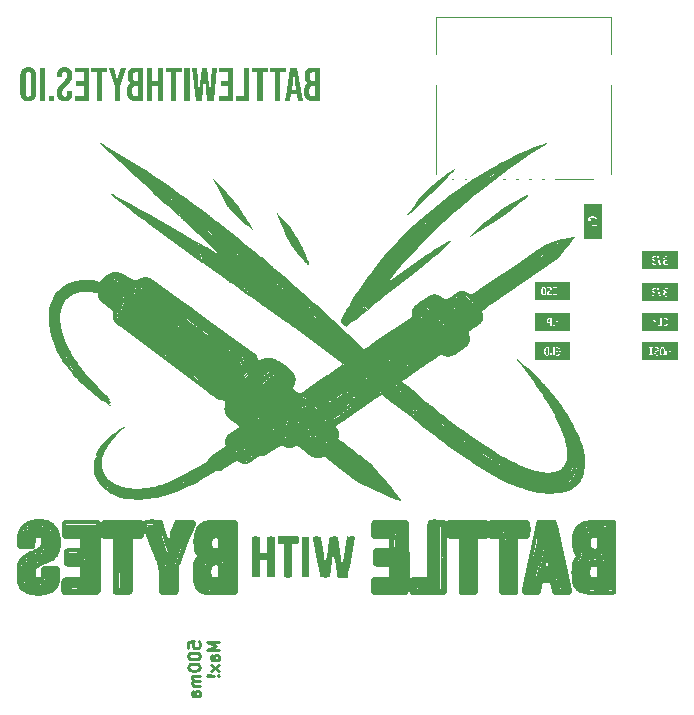
<source format=gbr>
%TF.GenerationSoftware,KiCad,Pcbnew,9.0.0*%
%TF.CreationDate,2025-04-17T10:48:16-04:00*%
%TF.ProjectId,PicoTag,5069636f-5461-4672-9e6b-696361645f70,rev?*%
%TF.SameCoordinates,Original*%
%TF.FileFunction,Legend,Bot*%
%TF.FilePolarity,Positive*%
%FSLAX46Y46*%
G04 Gerber Fmt 4.6, Leading zero omitted, Abs format (unit mm)*
G04 Created by KiCad (PCBNEW 9.0.0) date 2025-04-17 10:48:16*
%MOMM*%
%LPD*%
G01*
G04 APERTURE LIST*
%ADD10C,0.250000*%
%ADD11C,0.000000*%
%ADD12C,0.100000*%
G04 APERTURE END LIST*
D10*
X147454675Y-92078758D02*
X147454675Y-91602568D01*
X147454675Y-91602568D02*
X147930865Y-91554949D01*
X147930865Y-91554949D02*
X147883246Y-91602568D01*
X147883246Y-91602568D02*
X147835627Y-91697806D01*
X147835627Y-91697806D02*
X147835627Y-91935901D01*
X147835627Y-91935901D02*
X147883246Y-92031139D01*
X147883246Y-92031139D02*
X147930865Y-92078758D01*
X147930865Y-92078758D02*
X148026103Y-92126377D01*
X148026103Y-92126377D02*
X148264198Y-92126377D01*
X148264198Y-92126377D02*
X148359436Y-92078758D01*
X148359436Y-92078758D02*
X148407056Y-92031139D01*
X148407056Y-92031139D02*
X148454675Y-91935901D01*
X148454675Y-91935901D02*
X148454675Y-91697806D01*
X148454675Y-91697806D02*
X148407056Y-91602568D01*
X148407056Y-91602568D02*
X148359436Y-91554949D01*
X147454675Y-92745425D02*
X147454675Y-92840663D01*
X147454675Y-92840663D02*
X147502294Y-92935901D01*
X147502294Y-92935901D02*
X147549913Y-92983520D01*
X147549913Y-92983520D02*
X147645151Y-93031139D01*
X147645151Y-93031139D02*
X147835627Y-93078758D01*
X147835627Y-93078758D02*
X148073722Y-93078758D01*
X148073722Y-93078758D02*
X148264198Y-93031139D01*
X148264198Y-93031139D02*
X148359436Y-92983520D01*
X148359436Y-92983520D02*
X148407056Y-92935901D01*
X148407056Y-92935901D02*
X148454675Y-92840663D01*
X148454675Y-92840663D02*
X148454675Y-92745425D01*
X148454675Y-92745425D02*
X148407056Y-92650187D01*
X148407056Y-92650187D02*
X148359436Y-92602568D01*
X148359436Y-92602568D02*
X148264198Y-92554949D01*
X148264198Y-92554949D02*
X148073722Y-92507330D01*
X148073722Y-92507330D02*
X147835627Y-92507330D01*
X147835627Y-92507330D02*
X147645151Y-92554949D01*
X147645151Y-92554949D02*
X147549913Y-92602568D01*
X147549913Y-92602568D02*
X147502294Y-92650187D01*
X147502294Y-92650187D02*
X147454675Y-92745425D01*
X147454675Y-93697806D02*
X147454675Y-93793044D01*
X147454675Y-93793044D02*
X147502294Y-93888282D01*
X147502294Y-93888282D02*
X147549913Y-93935901D01*
X147549913Y-93935901D02*
X147645151Y-93983520D01*
X147645151Y-93983520D02*
X147835627Y-94031139D01*
X147835627Y-94031139D02*
X148073722Y-94031139D01*
X148073722Y-94031139D02*
X148264198Y-93983520D01*
X148264198Y-93983520D02*
X148359436Y-93935901D01*
X148359436Y-93935901D02*
X148407056Y-93888282D01*
X148407056Y-93888282D02*
X148454675Y-93793044D01*
X148454675Y-93793044D02*
X148454675Y-93697806D01*
X148454675Y-93697806D02*
X148407056Y-93602568D01*
X148407056Y-93602568D02*
X148359436Y-93554949D01*
X148359436Y-93554949D02*
X148264198Y-93507330D01*
X148264198Y-93507330D02*
X148073722Y-93459711D01*
X148073722Y-93459711D02*
X147835627Y-93459711D01*
X147835627Y-93459711D02*
X147645151Y-93507330D01*
X147645151Y-93507330D02*
X147549913Y-93554949D01*
X147549913Y-93554949D02*
X147502294Y-93602568D01*
X147502294Y-93602568D02*
X147454675Y-93697806D01*
X148454675Y-94459711D02*
X147788008Y-94459711D01*
X147883246Y-94459711D02*
X147835627Y-94507330D01*
X147835627Y-94507330D02*
X147788008Y-94602568D01*
X147788008Y-94602568D02*
X147788008Y-94745425D01*
X147788008Y-94745425D02*
X147835627Y-94840663D01*
X147835627Y-94840663D02*
X147930865Y-94888282D01*
X147930865Y-94888282D02*
X148454675Y-94888282D01*
X147930865Y-94888282D02*
X147835627Y-94935901D01*
X147835627Y-94935901D02*
X147788008Y-95031139D01*
X147788008Y-95031139D02*
X147788008Y-95173996D01*
X147788008Y-95173996D02*
X147835627Y-95269235D01*
X147835627Y-95269235D02*
X147930865Y-95316854D01*
X147930865Y-95316854D02*
X148454675Y-95316854D01*
X148454675Y-96221615D02*
X147930865Y-96221615D01*
X147930865Y-96221615D02*
X147835627Y-96173996D01*
X147835627Y-96173996D02*
X147788008Y-96078758D01*
X147788008Y-96078758D02*
X147788008Y-95888282D01*
X147788008Y-95888282D02*
X147835627Y-95793044D01*
X148407056Y-96221615D02*
X148454675Y-96126377D01*
X148454675Y-96126377D02*
X148454675Y-95888282D01*
X148454675Y-95888282D02*
X148407056Y-95793044D01*
X148407056Y-95793044D02*
X148311817Y-95745425D01*
X148311817Y-95745425D02*
X148216579Y-95745425D01*
X148216579Y-95745425D02*
X148121341Y-95793044D01*
X148121341Y-95793044D02*
X148073722Y-95888282D01*
X148073722Y-95888282D02*
X148073722Y-96126377D01*
X148073722Y-96126377D02*
X148026103Y-96221615D01*
X150064619Y-91602568D02*
X149064619Y-91602568D01*
X149064619Y-91602568D02*
X149778904Y-91935901D01*
X149778904Y-91935901D02*
X149064619Y-92269234D01*
X149064619Y-92269234D02*
X150064619Y-92269234D01*
X150064619Y-93173996D02*
X149540809Y-93173996D01*
X149540809Y-93173996D02*
X149445571Y-93126377D01*
X149445571Y-93126377D02*
X149397952Y-93031139D01*
X149397952Y-93031139D02*
X149397952Y-92840663D01*
X149397952Y-92840663D02*
X149445571Y-92745425D01*
X150017000Y-93173996D02*
X150064619Y-93078758D01*
X150064619Y-93078758D02*
X150064619Y-92840663D01*
X150064619Y-92840663D02*
X150017000Y-92745425D01*
X150017000Y-92745425D02*
X149921761Y-92697806D01*
X149921761Y-92697806D02*
X149826523Y-92697806D01*
X149826523Y-92697806D02*
X149731285Y-92745425D01*
X149731285Y-92745425D02*
X149683666Y-92840663D01*
X149683666Y-92840663D02*
X149683666Y-93078758D01*
X149683666Y-93078758D02*
X149636047Y-93173996D01*
X150064619Y-93554949D02*
X149397952Y-94078758D01*
X149397952Y-93554949D02*
X150064619Y-94078758D01*
X149969380Y-94459711D02*
X150017000Y-94507330D01*
X150017000Y-94507330D02*
X150064619Y-94459711D01*
X150064619Y-94459711D02*
X150017000Y-94412092D01*
X150017000Y-94412092D02*
X149969380Y-94459711D01*
X149969380Y-94459711D02*
X150064619Y-94459711D01*
X149683666Y-94459711D02*
X149112238Y-94412092D01*
X149112238Y-94412092D02*
X149064619Y-94459711D01*
X149064619Y-94459711D02*
X149112238Y-94507330D01*
X149112238Y-94507330D02*
X149683666Y-94459711D01*
X149683666Y-94459711D02*
X149064619Y-94459711D01*
D11*
G36*
X134603795Y-43647645D02*
G01*
X134603795Y-45122633D01*
X134603115Y-45164485D01*
X134601073Y-45205111D01*
X134597671Y-45244513D01*
X134592907Y-45282690D01*
X134586783Y-45319642D01*
X134579297Y-45355369D01*
X134570450Y-45389871D01*
X134560243Y-45423148D01*
X134548674Y-45455200D01*
X134535744Y-45486027D01*
X134521454Y-45515629D01*
X134505802Y-45544007D01*
X134488789Y-45571159D01*
X134470415Y-45597087D01*
X134450680Y-45621789D01*
X134429584Y-45645267D01*
X134407196Y-45667450D01*
X134383592Y-45688264D01*
X134358781Y-45707700D01*
X134332769Y-45725749D01*
X134305567Y-45742403D01*
X134277183Y-45757654D01*
X134247624Y-45771492D01*
X134216901Y-45783910D01*
X134185020Y-45794899D01*
X134151991Y-45804450D01*
X134117822Y-45812556D01*
X134082522Y-45819206D01*
X134046099Y-45824394D01*
X134008562Y-45828110D01*
X133969919Y-45830345D01*
X133930179Y-45831092D01*
X133889481Y-45830345D01*
X133850127Y-45828110D01*
X133812101Y-45824394D01*
X133775384Y-45819206D01*
X133739961Y-45812556D01*
X133705813Y-45804450D01*
X133672925Y-45794899D01*
X133641278Y-45783910D01*
X133610856Y-45771492D01*
X133581642Y-45757654D01*
X133553619Y-45742403D01*
X133526770Y-45725749D01*
X133501078Y-45707700D01*
X133476525Y-45688264D01*
X133453096Y-45667450D01*
X133430772Y-45645267D01*
X133409676Y-45621789D01*
X133389941Y-45597087D01*
X133371568Y-45571159D01*
X133354555Y-45544007D01*
X133338903Y-45515629D01*
X133324613Y-45486027D01*
X133311683Y-45455200D01*
X133300114Y-45423148D01*
X133289907Y-45389871D01*
X133281060Y-45355369D01*
X133273575Y-45319642D01*
X133267450Y-45282690D01*
X133262687Y-45244513D01*
X133259284Y-45205111D01*
X133257243Y-45164485D01*
X133256562Y-45122633D01*
X133256562Y-43647645D01*
X133257034Y-43618610D01*
X133703704Y-43618610D01*
X133703704Y-45151669D01*
X133703925Y-45168818D01*
X133704589Y-45185422D01*
X133705694Y-45201482D01*
X133707243Y-45216998D01*
X133709233Y-45231969D01*
X133711666Y-45246396D01*
X133714541Y-45260278D01*
X133717859Y-45273617D01*
X133721619Y-45286410D01*
X133725821Y-45298659D01*
X133730465Y-45310364D01*
X133735552Y-45321525D01*
X133741081Y-45332141D01*
X133747053Y-45342212D01*
X133753467Y-45351739D01*
X133760323Y-45360722D01*
X133767622Y-45369160D01*
X133775362Y-45377054D01*
X133783546Y-45384404D01*
X133792171Y-45391209D01*
X133801239Y-45397470D01*
X133810749Y-45403186D01*
X133820702Y-45408358D01*
X133831097Y-45412985D01*
X133841934Y-45417068D01*
X133853213Y-45420607D01*
X133864935Y-45423601D01*
X133877099Y-45426051D01*
X133889705Y-45427957D01*
X133902754Y-45429318D01*
X133916245Y-45430134D01*
X133930179Y-45430406D01*
X133944112Y-45430134D01*
X133957603Y-45429318D01*
X133970652Y-45427957D01*
X133983258Y-45426051D01*
X133995422Y-45423601D01*
X134007144Y-45420607D01*
X134018424Y-45417068D01*
X134029261Y-45412985D01*
X134039656Y-45408358D01*
X134049608Y-45403186D01*
X134059118Y-45397470D01*
X134068186Y-45391209D01*
X134076812Y-45384404D01*
X134084995Y-45377054D01*
X134092736Y-45369160D01*
X134100034Y-45360722D01*
X134106890Y-45351739D01*
X134113304Y-45342212D01*
X134119276Y-45332141D01*
X134124805Y-45321525D01*
X134129892Y-45310364D01*
X134134537Y-45298659D01*
X134138739Y-45286410D01*
X134142499Y-45273617D01*
X134148691Y-45246396D01*
X134153115Y-45216998D01*
X134155769Y-45185422D01*
X134156653Y-45151669D01*
X134156653Y-43618610D01*
X134156432Y-43601461D01*
X134155769Y-43584856D01*
X134154663Y-43568796D01*
X134153115Y-43553281D01*
X134151124Y-43538309D01*
X134148691Y-43523882D01*
X134145816Y-43510000D01*
X134142499Y-43496662D01*
X134138739Y-43483868D01*
X134134537Y-43471619D01*
X134129892Y-43459914D01*
X134124805Y-43448754D01*
X134119276Y-43438138D01*
X134113304Y-43428066D01*
X134106890Y-43418539D01*
X134100034Y-43409556D01*
X134092736Y-43401118D01*
X134084995Y-43393224D01*
X134076812Y-43385874D01*
X134068186Y-43379069D01*
X134059118Y-43372809D01*
X134049608Y-43367092D01*
X134039656Y-43361920D01*
X134029261Y-43357293D01*
X134018424Y-43353210D01*
X134007144Y-43349671D01*
X133995422Y-43346677D01*
X133983258Y-43344227D01*
X133970652Y-43342322D01*
X133957603Y-43340961D01*
X133944112Y-43340144D01*
X133930179Y-43339872D01*
X133916245Y-43340144D01*
X133902754Y-43340961D01*
X133889705Y-43342322D01*
X133877099Y-43344227D01*
X133864935Y-43346677D01*
X133853213Y-43349671D01*
X133841934Y-43353210D01*
X133831097Y-43357293D01*
X133820702Y-43361920D01*
X133810749Y-43367092D01*
X133801239Y-43372809D01*
X133792171Y-43379069D01*
X133783546Y-43385874D01*
X133775362Y-43393224D01*
X133767622Y-43401118D01*
X133760323Y-43409556D01*
X133753467Y-43418539D01*
X133747053Y-43428066D01*
X133741081Y-43438138D01*
X133735552Y-43448754D01*
X133730465Y-43459914D01*
X133725821Y-43471619D01*
X133721619Y-43483868D01*
X133717859Y-43496662D01*
X133711666Y-43523882D01*
X133707243Y-43553281D01*
X133704589Y-43584856D01*
X133703704Y-43618610D01*
X133257034Y-43618610D01*
X133257243Y-43605793D01*
X133259284Y-43565167D01*
X133262687Y-43525765D01*
X133267450Y-43487588D01*
X133273575Y-43450637D01*
X133281060Y-43414910D01*
X133289907Y-43380408D01*
X133300114Y-43347131D01*
X133311683Y-43315078D01*
X133324613Y-43284251D01*
X133338903Y-43254649D01*
X133354555Y-43226272D01*
X133371568Y-43199119D01*
X133389941Y-43173192D01*
X133409676Y-43148489D01*
X133430772Y-43125011D01*
X133453160Y-43102828D01*
X133476764Y-43082014D01*
X133501576Y-43062578D01*
X133527587Y-43044529D01*
X133554789Y-43027875D01*
X133583174Y-43012625D01*
X133612733Y-42998786D01*
X133643457Y-42986368D01*
X133675337Y-42975379D01*
X133708366Y-42965828D01*
X133742535Y-42957723D01*
X133777835Y-42951072D01*
X133814258Y-42945885D01*
X133851795Y-42942169D01*
X133890438Y-42939933D01*
X133930179Y-42939186D01*
X133970876Y-42939933D01*
X134010230Y-42942169D01*
X134048257Y-42945885D01*
X134084973Y-42951072D01*
X134120397Y-42957723D01*
X134154544Y-42965828D01*
X134187433Y-42975379D01*
X134219079Y-42986368D01*
X134249501Y-42998786D01*
X134278715Y-43012625D01*
X134306737Y-43027875D01*
X134333586Y-43044529D01*
X134359278Y-43062578D01*
X134383831Y-43082014D01*
X134407260Y-43102828D01*
X134429584Y-43125011D01*
X134450680Y-43148489D01*
X134470415Y-43173192D01*
X134488789Y-43199119D01*
X134505802Y-43226272D01*
X134521454Y-43254649D01*
X134535744Y-43284251D01*
X134548674Y-43315078D01*
X134560243Y-43347131D01*
X134570450Y-43380408D01*
X134579297Y-43414910D01*
X134586783Y-43450637D01*
X134592907Y-43487588D01*
X134597671Y-43525765D01*
X134601073Y-43565167D01*
X134603115Y-43605793D01*
X134603323Y-43618610D01*
X134603795Y-43647645D01*
G37*
G36*
X135335485Y-45796250D02*
G01*
X134894149Y-45796250D01*
X134894149Y-42985643D01*
X135335485Y-42985643D01*
X135335485Y-45796250D01*
G37*
G36*
X136090398Y-45796250D02*
G01*
X135666484Y-45796250D01*
X135666484Y-45366529D01*
X136090398Y-45366529D01*
X136090398Y-45796250D01*
G37*
G36*
X137041775Y-42939868D02*
G01*
X137080224Y-42941919D01*
X137117448Y-42945349D01*
X137153447Y-42950165D01*
X137188222Y-42956376D01*
X137221771Y-42963991D01*
X137254095Y-42973017D01*
X137285195Y-42983465D01*
X137315070Y-42995341D01*
X137343719Y-43008655D01*
X137371144Y-43023415D01*
X137397344Y-43039630D01*
X137422319Y-43057307D01*
X137446069Y-43076457D01*
X137468594Y-43097086D01*
X137489894Y-43119204D01*
X137509968Y-43142681D01*
X137528808Y-43167373D01*
X137546406Y-43193274D01*
X137562754Y-43220374D01*
X137577843Y-43248665D01*
X137591665Y-43278138D01*
X137604210Y-43308785D01*
X137615471Y-43340598D01*
X137625439Y-43373567D01*
X137634106Y-43407685D01*
X137641462Y-43442943D01*
X137647500Y-43479332D01*
X137652211Y-43516843D01*
X137655587Y-43555470D01*
X137657619Y-43595202D01*
X137658298Y-43636031D01*
X137657824Y-43666379D01*
X137656415Y-43696438D01*
X137654087Y-43726190D01*
X137650857Y-43755620D01*
X137646743Y-43784709D01*
X137641761Y-43813441D01*
X137635929Y-43841798D01*
X137629263Y-43869764D01*
X137621780Y-43897322D01*
X137613497Y-43924455D01*
X137604433Y-43951145D01*
X137594602Y-43977376D01*
X137584023Y-44003131D01*
X137572713Y-44028392D01*
X137560688Y-44053143D01*
X137547965Y-44077366D01*
X137533198Y-44101524D01*
X137517206Y-44126091D01*
X137499989Y-44151066D01*
X137481547Y-44176449D01*
X137461880Y-44202240D01*
X137440988Y-44228440D01*
X137418872Y-44255048D01*
X137395530Y-44282064D01*
X137370964Y-44309489D01*
X137345173Y-44337322D01*
X137289915Y-44394213D01*
X137229758Y-44452737D01*
X137164701Y-44512894D01*
X137138024Y-44536643D01*
X137112437Y-44559974D01*
X137087939Y-44582881D01*
X137064529Y-44605353D01*
X137042209Y-44627383D01*
X137020977Y-44648963D01*
X137000834Y-44670083D01*
X136981779Y-44690735D01*
X136963814Y-44710911D01*
X136946937Y-44730601D01*
X136931150Y-44749799D01*
X136916451Y-44768495D01*
X136902840Y-44786680D01*
X136890319Y-44804346D01*
X136878886Y-44821485D01*
X136868543Y-44838088D01*
X136859017Y-44855646D01*
X136850044Y-44873475D01*
X136841633Y-44891577D01*
X136833791Y-44909951D01*
X136826528Y-44928597D01*
X136819852Y-44947515D01*
X136813771Y-44966705D01*
X136808295Y-44986168D01*
X136803430Y-45005903D01*
X136799187Y-45025910D01*
X136795573Y-45046189D01*
X136792597Y-45066741D01*
X136790268Y-45087564D01*
X136788594Y-45108660D01*
X136787583Y-45130028D01*
X136787244Y-45151669D01*
X136787449Y-45169840D01*
X136788072Y-45187339D01*
X136789119Y-45204174D01*
X136790601Y-45220355D01*
X136792525Y-45235889D01*
X136794899Y-45250785D01*
X136797733Y-45265052D01*
X136801035Y-45278698D01*
X136804813Y-45291731D01*
X136809076Y-45304160D01*
X136813833Y-45315994D01*
X136819091Y-45327241D01*
X136824860Y-45337909D01*
X136831147Y-45348008D01*
X136837962Y-45357545D01*
X136845313Y-45366529D01*
X136852117Y-45373945D01*
X136859457Y-45380945D01*
X136867324Y-45387519D01*
X136875710Y-45393659D01*
X136884606Y-45399357D01*
X136894004Y-45404604D01*
X136903896Y-45409391D01*
X136914272Y-45413711D01*
X136925125Y-45417555D01*
X136936446Y-45420913D01*
X136948226Y-45423779D01*
X136960457Y-45426142D01*
X136973130Y-45427995D01*
X136986237Y-45429329D01*
X136999769Y-45430136D01*
X137013719Y-45430406D01*
X137027652Y-45430134D01*
X137041143Y-45429319D01*
X137054192Y-45427961D01*
X137066798Y-45426063D01*
X137078962Y-45423624D01*
X137090684Y-45420645D01*
X137101963Y-45417129D01*
X137112801Y-45413076D01*
X137123195Y-45408487D01*
X137133148Y-45403363D01*
X137142658Y-45397706D01*
X137151726Y-45391515D01*
X137160351Y-45384793D01*
X137168534Y-45377541D01*
X137176275Y-45369759D01*
X137183573Y-45361448D01*
X137190429Y-45352610D01*
X137196843Y-45343246D01*
X137202815Y-45333356D01*
X137208344Y-45322942D01*
X137213431Y-45312005D01*
X137218075Y-45300546D01*
X137222277Y-45288566D01*
X137226037Y-45276066D01*
X137229354Y-45263047D01*
X137232230Y-45249511D01*
X137236653Y-45220888D01*
X137239307Y-45190207D01*
X137240192Y-45157476D01*
X137240192Y-44965843D01*
X137658300Y-44965843D01*
X137658300Y-45128441D01*
X137657686Y-45170292D01*
X137655838Y-45210919D01*
X137652749Y-45250320D01*
X137648409Y-45288497D01*
X137642811Y-45325449D01*
X137635945Y-45361176D01*
X137627803Y-45395678D01*
X137618376Y-45428955D01*
X137607657Y-45461007D01*
X137595636Y-45491834D01*
X137582305Y-45521436D01*
X137567656Y-45549814D01*
X137551680Y-45576966D01*
X137534368Y-45602894D01*
X137515712Y-45627596D01*
X137495704Y-45651074D01*
X137474404Y-45673192D01*
X137451879Y-45693822D01*
X137428129Y-45712971D01*
X137403154Y-45730649D01*
X137376955Y-45746863D01*
X137349530Y-45761623D01*
X137320880Y-45774937D01*
X137291006Y-45786814D01*
X137259906Y-45797261D01*
X137227582Y-45806288D01*
X137194032Y-45813902D01*
X137159258Y-45820114D01*
X137123259Y-45824930D01*
X137086035Y-45828359D01*
X137047586Y-45830411D01*
X137007913Y-45831092D01*
X137013717Y-45819478D01*
X136974041Y-45818731D01*
X136935582Y-45816495D01*
X136898332Y-45812780D01*
X136862280Y-45807592D01*
X136827419Y-45800941D01*
X136793741Y-45792836D01*
X136761237Y-45783285D01*
X136729898Y-45772296D01*
X136699716Y-45759878D01*
X136670682Y-45746040D01*
X136642788Y-45730789D01*
X136616025Y-45714135D01*
X136590386Y-45696086D01*
X136565860Y-45676650D01*
X136542440Y-45655836D01*
X136520118Y-45633653D01*
X136500044Y-45610174D01*
X136481204Y-45585461D01*
X136463605Y-45559507D01*
X136447257Y-45532302D01*
X136432169Y-45503838D01*
X136418347Y-45474107D01*
X136405802Y-45443100D01*
X136394541Y-45410808D01*
X136384573Y-45377223D01*
X136375906Y-45342337D01*
X136368550Y-45306141D01*
X136362511Y-45268626D01*
X136357800Y-45229784D01*
X136354425Y-45189607D01*
X136352393Y-45148086D01*
X136351714Y-45105212D01*
X136352123Y-45072819D01*
X136353347Y-45040961D01*
X136355389Y-45009630D01*
X136358247Y-44978818D01*
X136361922Y-44948517D01*
X136366414Y-44918718D01*
X136371722Y-44889412D01*
X136377846Y-44860591D01*
X136384788Y-44832246D01*
X136392545Y-44804369D01*
X136401120Y-44776951D01*
X136410511Y-44749985D01*
X136420718Y-44723460D01*
X136431743Y-44697370D01*
X136443583Y-44671705D01*
X136456241Y-44646456D01*
X136469987Y-44622298D01*
X136485094Y-44597731D01*
X136501562Y-44572757D01*
X136519392Y-44547373D01*
X136538582Y-44521582D01*
X136559134Y-44495382D01*
X136581046Y-44468774D01*
X136604320Y-44441758D01*
X136628954Y-44414333D01*
X136654950Y-44386500D01*
X136682307Y-44358259D01*
X136711024Y-44329609D01*
X136741103Y-44300552D01*
X136772543Y-44271085D01*
X136839505Y-44210928D01*
X136890101Y-44165765D01*
X136937226Y-44121826D01*
X136959424Y-44100359D01*
X136980677Y-44079249D01*
X137000960Y-44058513D01*
X137020248Y-44038169D01*
X137038516Y-44018232D01*
X137055737Y-43998722D01*
X137071886Y-43979653D01*
X137086938Y-43961044D01*
X137100868Y-43942911D01*
X137113649Y-43925272D01*
X137125256Y-43908142D01*
X137135663Y-43891541D01*
X137145189Y-43875139D01*
X137154162Y-43858593D01*
X137162573Y-43841893D01*
X137170415Y-43825032D01*
X137177678Y-43808001D01*
X137184354Y-43790791D01*
X137190434Y-43773394D01*
X137195911Y-43755801D01*
X137200776Y-43738004D01*
X137205019Y-43719995D01*
X137208633Y-43701764D01*
X137211608Y-43683304D01*
X137213938Y-43664605D01*
X137215612Y-43645660D01*
X137216623Y-43626460D01*
X137216962Y-43606996D01*
X137216741Y-43590391D01*
X137216079Y-43574330D01*
X137214976Y-43558811D01*
X137213435Y-43543833D01*
X137211455Y-43529395D01*
X137209038Y-43515497D01*
X137206185Y-43502136D01*
X137202898Y-43489312D01*
X137199176Y-43477025D01*
X137195022Y-43465272D01*
X137190436Y-43454053D01*
X137185420Y-43443367D01*
X137179974Y-43433212D01*
X137174099Y-43423588D01*
X137167797Y-43414493D01*
X137161068Y-43405927D01*
X137153915Y-43397888D01*
X137146337Y-43390376D01*
X137138335Y-43383389D01*
X137129912Y-43376926D01*
X137121068Y-43370986D01*
X137111803Y-43365568D01*
X137102120Y-43360672D01*
X137092019Y-43356295D01*
X137081501Y-43352437D01*
X137070567Y-43349097D01*
X137059218Y-43346274D01*
X137047456Y-43343966D01*
X137035282Y-43342173D01*
X137022696Y-43340894D01*
X137009699Y-43340127D01*
X136996293Y-43339872D01*
X136983366Y-43340079D01*
X136970729Y-43340711D01*
X136958398Y-43341786D01*
X136946390Y-43343320D01*
X136934722Y-43345330D01*
X136923412Y-43347834D01*
X136912475Y-43350848D01*
X136901930Y-43354390D01*
X136891794Y-43358475D01*
X136882082Y-43363123D01*
X136872813Y-43368349D01*
X136868350Y-43371184D01*
X136864003Y-43374170D01*
X136859776Y-43377309D01*
X136855670Y-43380603D01*
X136851687Y-43384055D01*
X136847830Y-43387667D01*
X136844100Y-43391440D01*
X136840500Y-43395376D01*
X136837032Y-43399479D01*
X136833697Y-43403749D01*
X136826346Y-43411711D01*
X136819531Y-43420354D01*
X136813244Y-43429677D01*
X136807475Y-43439680D01*
X136802217Y-43450364D01*
X136797460Y-43461729D01*
X136793197Y-43473774D01*
X136789419Y-43486500D01*
X136786117Y-43499906D01*
X136783284Y-43513992D01*
X136780909Y-43528760D01*
X136778985Y-43544207D01*
X136777504Y-43560335D01*
X136776456Y-43577144D01*
X136775834Y-43594633D01*
X136775628Y-43612803D01*
X136775628Y-43757979D01*
X136357520Y-43757979D01*
X136357520Y-43641838D01*
X136358134Y-43599986D01*
X136359981Y-43559360D01*
X136363071Y-43519958D01*
X136367410Y-43481781D01*
X136373009Y-43444830D01*
X136379875Y-43409103D01*
X136388017Y-43374601D01*
X136397443Y-43341324D01*
X136408163Y-43309272D01*
X136420184Y-43278444D01*
X136433514Y-43248842D01*
X136448164Y-43220465D01*
X136464140Y-43193312D01*
X136481452Y-43167385D01*
X136500108Y-43142682D01*
X136520116Y-43119204D01*
X136541415Y-43097086D01*
X136563930Y-43076457D01*
X136587654Y-43057307D01*
X136612576Y-43039630D01*
X136638690Y-43023415D01*
X136665985Y-43008655D01*
X136694455Y-42995341D01*
X136724090Y-42983465D01*
X136754881Y-42973017D01*
X136786821Y-42963991D01*
X136819901Y-42956376D01*
X136854113Y-42950165D01*
X136889447Y-42945349D01*
X136925895Y-42941919D01*
X136963449Y-42939868D01*
X137002101Y-42939186D01*
X137041775Y-42939868D01*
G37*
G36*
X139046182Y-45796250D02*
G01*
X137844125Y-45796250D01*
X137844125Y-45389758D01*
X138604848Y-45389758D01*
X138604848Y-44530315D01*
X138000917Y-44530315D01*
X138000917Y-44129630D01*
X138604848Y-44129630D01*
X138604848Y-43386328D01*
X137844125Y-43386328D01*
X137844125Y-42985643D01*
X139046182Y-42985643D01*
X139046182Y-45796250D01*
G37*
G36*
X140625699Y-43386328D02*
G01*
X140161134Y-43386328D01*
X140161134Y-45796250D01*
X139719800Y-45796250D01*
X139719800Y-43386328D01*
X139261043Y-43386328D01*
X139261043Y-42985643D01*
X140625699Y-42985643D01*
X140625699Y-43386328D01*
G37*
G36*
X141456103Y-44013489D02*
G01*
X141461911Y-44013489D01*
X141763877Y-42985643D01*
X142234248Y-42985643D01*
X141700000Y-44600000D01*
X141700000Y-45796250D01*
X141258666Y-45796250D01*
X141258666Y-44600000D01*
X140724418Y-42985643D01*
X141154140Y-42985643D01*
X141456103Y-44013489D01*
G37*
G36*
X143662781Y-42985643D02*
G01*
X143656976Y-42985643D01*
X143656976Y-42974028D01*
X143662781Y-42985643D01*
G37*
G36*
X143656976Y-45395565D02*
G01*
X143656976Y-45784636D01*
X142960130Y-45784636D01*
X142919432Y-45784021D01*
X142880079Y-45782164D01*
X142842052Y-45779047D01*
X142805336Y-45774655D01*
X142769912Y-45768970D01*
X142735765Y-45761975D01*
X142702876Y-45753653D01*
X142671230Y-45743987D01*
X142640808Y-45732960D01*
X142611594Y-45720555D01*
X142583571Y-45706754D01*
X142556722Y-45691542D01*
X142531030Y-45674901D01*
X142506478Y-45656813D01*
X142483048Y-45637263D01*
X142460725Y-45616232D01*
X142440651Y-45594867D01*
X142421811Y-45572157D01*
X142404212Y-45548121D01*
X142387864Y-45522775D01*
X142372775Y-45496136D01*
X142358954Y-45468220D01*
X142346408Y-45439046D01*
X142335147Y-45408630D01*
X142325179Y-45376989D01*
X142316512Y-45344140D01*
X142309155Y-45310101D01*
X142303117Y-45274887D01*
X142298406Y-45238516D01*
X142295030Y-45201006D01*
X142292998Y-45162373D01*
X142292319Y-45122634D01*
X142292319Y-44884545D01*
X142292580Y-44872931D01*
X142733655Y-44872931D01*
X142733655Y-45116827D01*
X142733924Y-45136019D01*
X142734721Y-45154402D01*
X142736028Y-45171986D01*
X142737829Y-45188779D01*
X142740106Y-45204790D01*
X142742842Y-45220026D01*
X142746021Y-45234497D01*
X142749625Y-45248211D01*
X142753637Y-45261176D01*
X142758040Y-45273401D01*
X142762818Y-45284895D01*
X142767953Y-45295665D01*
X142773428Y-45305721D01*
X142779227Y-45315071D01*
X142785331Y-45323724D01*
X142791725Y-45331687D01*
X142799551Y-45339103D01*
X142807785Y-45346103D01*
X142816428Y-45352677D01*
X142825479Y-45358817D01*
X142834938Y-45364515D01*
X142844805Y-45369762D01*
X142855081Y-45374550D01*
X142865765Y-45378869D01*
X142876857Y-45382713D01*
X142888358Y-45386072D01*
X142900267Y-45388937D01*
X142912584Y-45391300D01*
X142925310Y-45393153D01*
X142938444Y-45394487D01*
X142951986Y-45395294D01*
X142965937Y-45395565D01*
X143215639Y-45395565D01*
X143215639Y-44530315D01*
X143018200Y-44530315D01*
X142999007Y-44530589D01*
X142980613Y-44531416D01*
X142963002Y-44532804D01*
X142946156Y-44534761D01*
X142930059Y-44537298D01*
X142914694Y-44540421D01*
X142900043Y-44544140D01*
X142886090Y-44548462D01*
X142872817Y-44553398D01*
X142860208Y-44558954D01*
X142848245Y-44565139D01*
X142836912Y-44571963D01*
X142826191Y-44579433D01*
X142816065Y-44587558D01*
X142806519Y-44596346D01*
X142797533Y-44605807D01*
X142790117Y-44616016D01*
X142783118Y-44627050D01*
X142776543Y-44638918D01*
X142770403Y-44651628D01*
X142764705Y-44665189D01*
X142759458Y-44679609D01*
X142754670Y-44694896D01*
X142750351Y-44711060D01*
X142746507Y-44728108D01*
X142743148Y-44746049D01*
X142740283Y-44764892D01*
X142737920Y-44784646D01*
X142736067Y-44805318D01*
X142734733Y-44826917D01*
X142733926Y-44849452D01*
X142733655Y-44872931D01*
X142292580Y-44872931D01*
X142293612Y-44827111D01*
X142295229Y-44799418D01*
X142297491Y-44772408D01*
X142300400Y-44746083D01*
X142303956Y-44720443D01*
X142308158Y-44695491D01*
X142313007Y-44671227D01*
X142318502Y-44647651D01*
X142324644Y-44624766D01*
X142331432Y-44602572D01*
X142338867Y-44581070D01*
X142346948Y-44560262D01*
X142355675Y-44540147D01*
X142365049Y-44520728D01*
X142375070Y-44502006D01*
X142385737Y-44483981D01*
X142397050Y-44466655D01*
X142409011Y-44450028D01*
X142421617Y-44434102D01*
X142434870Y-44418878D01*
X142448769Y-44404357D01*
X142463315Y-44390539D01*
X142478508Y-44377427D01*
X142494347Y-44365020D01*
X142510832Y-44353321D01*
X142527964Y-44342330D01*
X142545742Y-44332048D01*
X142564167Y-44322476D01*
X142583239Y-44313616D01*
X142602956Y-44305468D01*
X142623321Y-44298034D01*
X142623321Y-44292227D01*
X142605149Y-44284331D01*
X142587650Y-44275883D01*
X142570814Y-44266873D01*
X142554634Y-44257294D01*
X142539099Y-44247136D01*
X142524203Y-44236391D01*
X142509936Y-44225050D01*
X142496291Y-44213106D01*
X142483257Y-44200549D01*
X142470828Y-44187371D01*
X142458994Y-44173564D01*
X142447748Y-44159118D01*
X142437079Y-44144027D01*
X142426981Y-44128280D01*
X142417444Y-44111870D01*
X142408460Y-44094787D01*
X142400022Y-44077093D01*
X142392128Y-44058845D01*
X142384778Y-44040036D01*
X142377973Y-44020657D01*
X142371712Y-44000699D01*
X142365996Y-43980155D01*
X142360824Y-43959015D01*
X142356196Y-43937271D01*
X142352113Y-43914915D01*
X142348575Y-43891938D01*
X142345580Y-43868331D01*
X142343130Y-43844086D01*
X142341225Y-43819195D01*
X142339864Y-43793649D01*
X142339047Y-43767439D01*
X142338775Y-43740558D01*
X142338775Y-43676680D01*
X142785917Y-43676680D01*
X142785917Y-43833470D01*
X142786124Y-43852729D01*
X142786757Y-43871307D01*
X142787831Y-43889204D01*
X142789365Y-43906421D01*
X142791376Y-43922958D01*
X142793880Y-43938814D01*
X142796894Y-43953989D01*
X142800435Y-43968484D01*
X142804521Y-43982299D01*
X142809169Y-43995432D01*
X142814394Y-44007886D01*
X142820216Y-44019659D01*
X142826649Y-44030751D01*
X142833713Y-44041163D01*
X142841422Y-44050894D01*
X142849795Y-44059945D01*
X142857754Y-44068383D01*
X142866377Y-44076277D01*
X142875646Y-44083627D01*
X142885545Y-44090432D01*
X142896056Y-44096693D01*
X142907162Y-44102409D01*
X142918847Y-44107581D01*
X142931094Y-44112208D01*
X142943884Y-44116291D01*
X142957203Y-44119830D01*
X142971031Y-44122824D01*
X142985353Y-44125274D01*
X143000152Y-44127180D01*
X143015409Y-44128541D01*
X143031109Y-44129357D01*
X143047235Y-44129630D01*
X143047236Y-44129630D01*
X143221446Y-44129630D01*
X143221446Y-43386328D01*
X143006585Y-43386328D01*
X142992636Y-43386601D01*
X142979104Y-43387417D01*
X142965997Y-43388778D01*
X142953323Y-43390684D01*
X142941093Y-43393133D01*
X142929312Y-43396128D01*
X142917992Y-43399666D01*
X142907139Y-43403749D01*
X142896763Y-43408377D01*
X142886871Y-43413549D01*
X142877473Y-43419265D01*
X142868577Y-43425526D01*
X142864319Y-43428860D01*
X142860191Y-43432331D01*
X142856192Y-43435938D01*
X142852324Y-43439681D01*
X142848587Y-43443559D01*
X142844984Y-43447574D01*
X142841515Y-43451726D01*
X142838181Y-43456013D01*
X142831852Y-43464998D01*
X142825932Y-43474545D01*
X142820419Y-43484671D01*
X142815316Y-43495392D01*
X142810620Y-43506725D01*
X142806333Y-43518688D01*
X142802454Y-43531297D01*
X142798983Y-43544570D01*
X142795921Y-43558524D01*
X142793267Y-43573174D01*
X142791021Y-43588540D01*
X142789184Y-43604637D01*
X142787755Y-43621482D01*
X142786734Y-43639093D01*
X142786121Y-43657487D01*
X142785917Y-43676680D01*
X142338775Y-43676680D01*
X142338775Y-43630224D01*
X142339387Y-43589529D01*
X142341225Y-43550196D01*
X142344287Y-43512223D01*
X142348574Y-43475612D01*
X142354086Y-43440361D01*
X142360823Y-43406472D01*
X142368785Y-43373943D01*
X142377972Y-43342776D01*
X142388384Y-43312969D01*
X142400021Y-43284524D01*
X142412882Y-43257439D01*
X142426969Y-43231716D01*
X142442280Y-43207354D01*
X142458817Y-43184352D01*
X142476578Y-43162712D01*
X142495565Y-43142433D01*
X142515911Y-43123446D01*
X142537745Y-43105685D01*
X142561060Y-43089148D01*
X142585847Y-43073837D01*
X142612096Y-43059750D01*
X142639800Y-43046889D01*
X142668950Y-43035252D01*
X142699538Y-43024840D01*
X142731555Y-43015653D01*
X142764992Y-43007691D01*
X142799841Y-43000954D01*
X142836094Y-42995442D01*
X142873742Y-42991155D01*
X142912777Y-42988092D01*
X142953189Y-42986255D01*
X142994971Y-42985643D01*
X143656976Y-42985643D01*
X143656976Y-44129630D01*
X143656976Y-45395565D01*
G37*
G36*
X144435117Y-44129630D02*
G01*
X144905487Y-44129630D01*
X144905487Y-42985643D01*
X145346822Y-42985643D01*
X145346822Y-45796250D01*
X144905487Y-45796250D01*
X144905487Y-44530315D01*
X144435117Y-44530315D01*
X144435117Y-45796250D01*
X143993782Y-45796250D01*
X143993782Y-42985643D01*
X144435117Y-42985643D01*
X144435117Y-44129630D01*
G37*
G36*
X146926337Y-43386328D02*
G01*
X146461774Y-43386328D01*
X146461774Y-45796250D01*
X146020439Y-45796250D01*
X146020439Y-43386328D01*
X145561683Y-43386328D01*
X145561683Y-42985643D01*
X146926337Y-42985643D01*
X146926337Y-43386328D01*
G37*
G36*
X147576726Y-45796250D02*
G01*
X147135390Y-45796250D01*
X147135390Y-42985643D01*
X147576726Y-42985643D01*
X147576726Y-45796250D01*
G37*
G36*
X148378097Y-45145862D02*
G01*
X148389711Y-45145862D01*
X148598765Y-42985643D01*
X149080750Y-42985643D01*
X149289804Y-45145862D01*
X149295610Y-45145862D01*
X149493050Y-42985643D01*
X149916964Y-42985643D01*
X149632419Y-45796250D01*
X149045908Y-45796250D01*
X148848468Y-43897348D01*
X148836854Y-43897348D01*
X148639415Y-45796250D01*
X148087745Y-45796250D01*
X147803200Y-42985643D01*
X148186464Y-42985643D01*
X148378097Y-45145862D01*
G37*
G36*
X151270004Y-45796250D02*
G01*
X150067946Y-45796250D01*
X150067946Y-45389758D01*
X150828669Y-45389758D01*
X150828669Y-44530315D01*
X150224736Y-44530315D01*
X150224736Y-44129630D01*
X150828669Y-44129630D01*
X150828669Y-43386328D01*
X150067946Y-43386328D01*
X150067946Y-42985643D01*
X151270004Y-42985643D01*
X151270004Y-45796250D01*
G37*
G36*
X152652080Y-45796250D02*
G01*
X151484864Y-45796250D01*
X151484864Y-45389758D01*
X152210744Y-45389758D01*
X152210744Y-42985643D01*
X152652080Y-42985643D01*
X152652080Y-45796250D01*
G37*
G36*
X154225788Y-43386328D02*
G01*
X153767032Y-43386328D01*
X153767032Y-45796250D01*
X153325696Y-45796250D01*
X153325696Y-43386328D01*
X152861134Y-43386328D01*
X152861134Y-42985643D01*
X154225788Y-42985643D01*
X154225788Y-43386328D01*
G37*
G36*
X155729811Y-43386328D02*
G01*
X155265248Y-43386328D01*
X155265248Y-45796250D01*
X154823913Y-45796250D01*
X154823913Y-43386328D01*
X154365157Y-43386328D01*
X154365157Y-42985643D01*
X155729811Y-42985643D01*
X155729811Y-43386328D01*
G37*
G36*
X157146730Y-45796250D02*
G01*
X156740237Y-45796250D01*
X156658938Y-45244582D01*
X156159533Y-45244582D01*
X156159533Y-45238774D01*
X156078234Y-45796250D01*
X155636899Y-45796250D01*
X155789502Y-44861317D01*
X156211796Y-44861317D01*
X156606674Y-44861317D01*
X156415042Y-43473434D01*
X156409235Y-43473434D01*
X156211796Y-44861317D01*
X155789502Y-44861317D01*
X156095655Y-42985643D01*
X156687973Y-42985643D01*
X156994127Y-44861317D01*
X157146730Y-45796250D01*
G37*
G36*
X158656560Y-42985643D02*
G01*
X158650753Y-42985643D01*
X158650753Y-42974028D01*
X158656560Y-42985643D01*
G37*
G36*
X158650753Y-45395565D02*
G01*
X158650753Y-45784636D01*
X157953908Y-45784636D01*
X157913210Y-45784021D01*
X157873857Y-45782164D01*
X157835831Y-45779047D01*
X157799114Y-45774655D01*
X157763691Y-45768970D01*
X157729543Y-45761975D01*
X157696654Y-45753653D01*
X157665008Y-45743987D01*
X157634586Y-45732960D01*
X157605372Y-45720555D01*
X157577349Y-45706754D01*
X157550500Y-45691542D01*
X157524808Y-45674901D01*
X157500256Y-45656813D01*
X157476826Y-45637263D01*
X157454502Y-45616232D01*
X157434429Y-45594867D01*
X157415588Y-45572157D01*
X157397990Y-45548121D01*
X157381642Y-45522775D01*
X157366553Y-45496136D01*
X157352732Y-45468220D01*
X157340186Y-45439046D01*
X157328925Y-45408630D01*
X157318957Y-45376989D01*
X157310290Y-45344140D01*
X157302934Y-45310101D01*
X157296896Y-45274887D01*
X157292185Y-45238516D01*
X157288809Y-45201006D01*
X157286777Y-45162373D01*
X157286098Y-45122634D01*
X157286098Y-44884545D01*
X157286359Y-44872931D01*
X157727433Y-44872931D01*
X157727433Y-45116827D01*
X157727703Y-45136019D01*
X157728500Y-45154402D01*
X157729807Y-45171986D01*
X157731607Y-45188779D01*
X157733884Y-45204790D01*
X157736620Y-45220026D01*
X157739799Y-45234497D01*
X157743403Y-45248211D01*
X157747415Y-45261176D01*
X157751819Y-45273401D01*
X157756596Y-45284895D01*
X157761731Y-45295665D01*
X157767207Y-45305721D01*
X157773005Y-45315071D01*
X157779110Y-45323724D01*
X157785504Y-45331687D01*
X157793330Y-45339103D01*
X157801564Y-45346103D01*
X157810206Y-45352677D01*
X157819257Y-45358817D01*
X157828716Y-45364515D01*
X157838584Y-45369762D01*
X157848860Y-45374550D01*
X157859544Y-45378869D01*
X157870636Y-45382713D01*
X157882137Y-45386072D01*
X157894046Y-45388937D01*
X157906363Y-45391300D01*
X157919089Y-45393153D01*
X157932222Y-45394487D01*
X157945765Y-45395294D01*
X157959715Y-45395565D01*
X158209418Y-45395565D01*
X158209418Y-44530315D01*
X158011978Y-44530315D01*
X157992785Y-44530589D01*
X157974391Y-44531416D01*
X157956780Y-44532804D01*
X157939935Y-44534761D01*
X157923838Y-44537298D01*
X157908472Y-44540421D01*
X157893822Y-44544140D01*
X157879868Y-44548462D01*
X157866595Y-44553398D01*
X157853986Y-44558954D01*
X157842023Y-44565139D01*
X157830690Y-44571963D01*
X157819969Y-44579433D01*
X157809844Y-44587558D01*
X157800297Y-44596346D01*
X157791311Y-44605807D01*
X157783895Y-44616016D01*
X157776895Y-44627050D01*
X157770321Y-44638918D01*
X157764181Y-44651628D01*
X157758483Y-44665189D01*
X157753236Y-44679609D01*
X157748449Y-44694896D01*
X157744129Y-44711060D01*
X157740285Y-44728108D01*
X157736927Y-44746049D01*
X157734061Y-44764892D01*
X157731698Y-44784646D01*
X157729845Y-44805318D01*
X157728511Y-44826917D01*
X157727704Y-44849452D01*
X157727433Y-44872931D01*
X157286359Y-44872931D01*
X157287391Y-44827111D01*
X157289007Y-44799418D01*
X157291270Y-44772408D01*
X157294179Y-44746083D01*
X157297735Y-44720443D01*
X157301937Y-44695491D01*
X157306786Y-44671227D01*
X157312281Y-44647651D01*
X157318423Y-44624766D01*
X157325211Y-44602572D01*
X157332645Y-44581070D01*
X157340726Y-44560262D01*
X157349454Y-44540147D01*
X157358828Y-44520728D01*
X157368849Y-44502006D01*
X157379516Y-44483981D01*
X157390829Y-44466655D01*
X157402789Y-44450028D01*
X157415396Y-44434102D01*
X157428649Y-44418878D01*
X157442548Y-44404357D01*
X157457094Y-44390539D01*
X157472287Y-44377427D01*
X157488125Y-44365020D01*
X157504611Y-44353321D01*
X157521743Y-44342330D01*
X157539521Y-44332048D01*
X157557946Y-44322476D01*
X157577017Y-44313616D01*
X157596735Y-44305468D01*
X157617100Y-44298034D01*
X157617100Y-44292227D01*
X157598928Y-44284331D01*
X157581429Y-44275883D01*
X157564594Y-44266873D01*
X157548413Y-44257294D01*
X157532879Y-44247136D01*
X157517983Y-44236391D01*
X157503716Y-44225050D01*
X157490071Y-44213106D01*
X157477037Y-44200549D01*
X157464608Y-44187371D01*
X157452774Y-44173564D01*
X157441527Y-44159118D01*
X157430859Y-44144027D01*
X157420760Y-44128280D01*
X157411223Y-44111870D01*
X157402239Y-44094787D01*
X157393801Y-44077093D01*
X157385907Y-44058845D01*
X157378557Y-44040036D01*
X157371752Y-44020657D01*
X157365491Y-44000699D01*
X157359775Y-43980155D01*
X157354603Y-43959015D01*
X157349976Y-43937271D01*
X157345893Y-43914915D01*
X157342354Y-43891938D01*
X157339360Y-43868331D01*
X157336910Y-43844086D01*
X157335004Y-43819195D01*
X157333643Y-43793649D01*
X157332827Y-43767439D01*
X157332555Y-43740558D01*
X157332555Y-43676680D01*
X157779697Y-43676680D01*
X157779697Y-43833470D01*
X157779904Y-43852729D01*
X157780536Y-43871307D01*
X157781611Y-43889204D01*
X157783145Y-43906421D01*
X157785155Y-43922958D01*
X157787659Y-43938814D01*
X157790673Y-43953989D01*
X157794214Y-43968484D01*
X157798300Y-43982299D01*
X157802948Y-43995432D01*
X157808173Y-44007886D01*
X157813995Y-44019659D01*
X157820428Y-44030751D01*
X157827491Y-44041163D01*
X157835201Y-44050894D01*
X157843574Y-44059945D01*
X157851533Y-44068383D01*
X157860156Y-44076277D01*
X157869425Y-44083627D01*
X157879324Y-44090432D01*
X157889835Y-44096693D01*
X157900942Y-44102409D01*
X157912626Y-44107581D01*
X157924873Y-44112208D01*
X157937664Y-44116291D01*
X157950982Y-44119830D01*
X157964810Y-44122824D01*
X157979132Y-44125274D01*
X157993931Y-44127180D01*
X158009188Y-44128541D01*
X158024888Y-44129357D01*
X158041014Y-44129630D01*
X158215225Y-44129630D01*
X158215225Y-43386328D01*
X158000364Y-43386328D01*
X157986415Y-43386601D01*
X157972883Y-43387417D01*
X157959776Y-43388778D01*
X157947103Y-43390684D01*
X157934872Y-43393133D01*
X157923092Y-43396128D01*
X157911772Y-43399666D01*
X157900919Y-43403749D01*
X157890542Y-43408377D01*
X157880651Y-43413549D01*
X157871253Y-43419265D01*
X157862356Y-43425526D01*
X157858099Y-43428860D01*
X157853971Y-43432331D01*
X157849972Y-43435938D01*
X157846104Y-43439681D01*
X157842367Y-43443559D01*
X157838764Y-43447574D01*
X157835295Y-43451726D01*
X157831960Y-43456013D01*
X157825631Y-43464998D01*
X157819711Y-43474545D01*
X157814199Y-43484671D01*
X157809095Y-43495392D01*
X157804399Y-43506725D01*
X157800112Y-43518688D01*
X157796233Y-43531297D01*
X157792763Y-43544570D01*
X157789700Y-43558524D01*
X157787046Y-43573174D01*
X157784801Y-43588540D01*
X157782963Y-43604637D01*
X157781534Y-43621482D01*
X157780513Y-43639093D01*
X157779901Y-43657487D01*
X157779697Y-43676680D01*
X157332555Y-43676680D01*
X157332555Y-43630224D01*
X157333167Y-43589529D01*
X157335004Y-43550196D01*
X157338067Y-43512223D01*
X157342354Y-43475612D01*
X157347866Y-43440361D01*
X157354603Y-43406472D01*
X157362565Y-43373943D01*
X157371752Y-43342776D01*
X157382164Y-43312969D01*
X157393801Y-43284524D01*
X157406662Y-43257439D01*
X157420749Y-43231716D01*
X157436061Y-43207354D01*
X157452597Y-43184352D01*
X157470358Y-43162712D01*
X157489345Y-43142433D01*
X157509691Y-43123446D01*
X157531525Y-43105685D01*
X157554840Y-43089148D01*
X157579626Y-43073837D01*
X157605875Y-43059750D01*
X157633579Y-43046889D01*
X157662729Y-43035252D01*
X157693317Y-43024840D01*
X157725334Y-43015653D01*
X157758771Y-43007691D01*
X157793620Y-43000954D01*
X157829873Y-42995442D01*
X157867521Y-42991155D01*
X157906556Y-42988092D01*
X157946968Y-42986255D01*
X157988750Y-42985643D01*
X158650753Y-42985643D01*
X158650753Y-44129630D01*
X158650753Y-45395565D01*
G37*
G36*
X165194548Y-71703608D02*
G01*
X165202907Y-71704696D01*
X165202147Y-71705394D01*
X165197846Y-71708492D01*
X165193540Y-71710863D01*
X165189301Y-71712574D01*
X165185196Y-71713688D01*
X165177670Y-71714388D01*
X165171518Y-71713486D01*
X165167295Y-71711503D01*
X165166080Y-71710269D01*
X165165556Y-71708960D01*
X165165792Y-71707641D01*
X165166857Y-71706377D01*
X165168820Y-71705234D01*
X165171752Y-71704277D01*
X165175721Y-71703571D01*
X165180797Y-71703180D01*
X165194548Y-71703608D01*
G37*
G36*
X144496666Y-61912745D02*
G01*
X144597164Y-61982991D01*
X144943821Y-62214096D01*
X145058667Y-62299111D01*
X145161159Y-62376722D01*
X145254844Y-62446384D01*
X145299493Y-62478063D01*
X145343269Y-62507550D01*
X145386617Y-62534778D01*
X145429979Y-62559677D01*
X145473799Y-62582179D01*
X145518520Y-62602217D01*
X145564586Y-62619721D01*
X145612439Y-62634625D01*
X145662524Y-62646860D01*
X145715282Y-62656357D01*
X145697166Y-62582066D01*
X145684447Y-62520294D01*
X145675975Y-62469530D01*
X145670600Y-62428265D01*
X145664547Y-62368189D01*
X145661569Y-62346359D01*
X145657091Y-62327987D01*
X145649963Y-62311564D01*
X145639036Y-62295579D01*
X145623159Y-62278522D01*
X145601185Y-62258884D01*
X145590267Y-62250218D01*
X147310162Y-63490998D01*
X150610069Y-65891836D01*
X152738235Y-67428106D01*
X152614824Y-67431413D01*
X152496317Y-67439907D01*
X152382476Y-67453320D01*
X152273064Y-67471386D01*
X152167840Y-67493835D01*
X152066566Y-67520401D01*
X151969005Y-67550815D01*
X151874916Y-67584808D01*
X151784061Y-67622114D01*
X151696202Y-67662465D01*
X151611100Y-67705592D01*
X151528517Y-67751227D01*
X151448212Y-67799103D01*
X151369949Y-67848952D01*
X151299061Y-67897915D01*
X151301002Y-67896222D01*
X151307906Y-67889224D01*
X151314186Y-67882000D01*
X151319707Y-67874582D01*
X151324331Y-67866999D01*
X151327923Y-67859283D01*
X151330345Y-67851463D01*
X151331462Y-67843569D01*
X151331138Y-67835633D01*
X151329235Y-67827685D01*
X151325617Y-67819756D01*
X151320149Y-67811874D01*
X151312693Y-67804072D01*
X151303114Y-67796380D01*
X151291274Y-67788828D01*
X151277038Y-67781446D01*
X151260269Y-67774265D01*
X151240830Y-67767315D01*
X151218586Y-67760627D01*
X151206025Y-67757592D01*
X151193892Y-67755321D01*
X151182167Y-67753781D01*
X151170830Y-67752938D01*
X151159861Y-67752757D01*
X151149240Y-67753204D01*
X151138946Y-67754246D01*
X151128959Y-67755848D01*
X151119260Y-67757975D01*
X151109828Y-67760595D01*
X151100644Y-67763673D01*
X151095286Y-67765767D01*
X151164498Y-67717970D01*
X151208656Y-67688426D01*
X151251839Y-67660869D01*
X151361572Y-67593689D01*
X151408489Y-67563197D01*
X151430370Y-67547958D01*
X151451354Y-67532432D01*
X151471559Y-67516399D01*
X151491101Y-67499641D01*
X151510098Y-67481937D01*
X151528666Y-67463069D01*
X151546923Y-67442818D01*
X151564984Y-67420964D01*
X151582968Y-67397289D01*
X151600990Y-67371572D01*
X151503857Y-67307951D01*
X151400644Y-67237938D01*
X151182839Y-67085600D01*
X150961294Y-66928274D01*
X150749725Y-66779676D01*
X150325754Y-66459205D01*
X150196771Y-66367104D01*
X150135582Y-66326088D01*
X150078231Y-66290084D01*
X150025946Y-66260335D01*
X149979955Y-66238081D01*
X149959703Y-66230154D01*
X149941484Y-66224567D01*
X149925453Y-66221475D01*
X149911762Y-66221033D01*
X149193504Y-65629137D01*
X148461948Y-65097096D01*
X147002159Y-64029688D01*
X144438385Y-62167543D01*
X144378925Y-62127301D01*
X144330566Y-62092348D01*
X144291940Y-62062286D01*
X144261677Y-62036715D01*
X144238409Y-62015236D01*
X144220767Y-61997448D01*
X144196887Y-61971353D01*
X144187910Y-61962245D01*
X144179085Y-61955233D01*
X144169042Y-61949915D01*
X144156412Y-61945893D01*
X144139828Y-61942768D01*
X144117919Y-61940139D01*
X144052654Y-61934774D01*
X144041126Y-61917360D01*
X144058326Y-61917360D01*
X144059101Y-61918006D01*
X144063476Y-61918001D01*
X144070525Y-61916486D01*
X144078938Y-61913724D01*
X144087405Y-61909978D01*
X144094614Y-61905512D01*
X144097339Y-61903090D01*
X144099257Y-61900587D01*
X144100207Y-61898035D01*
X144100023Y-61895470D01*
X144094550Y-61897664D01*
X144075125Y-61906330D01*
X144063616Y-61912433D01*
X144058711Y-61916237D01*
X144058326Y-61917360D01*
X144041126Y-61917360D01*
X144035620Y-61909042D01*
X144020505Y-61887597D01*
X144007046Y-61869893D01*
X143999824Y-61861209D01*
X144004799Y-61863333D01*
X144020923Y-61869376D01*
X144036642Y-61874459D01*
X144051728Y-61878538D01*
X144065952Y-61881571D01*
X144076374Y-61883543D01*
X144084681Y-61885696D01*
X144091035Y-61887998D01*
X144095601Y-61890416D01*
X144098542Y-61892917D01*
X144100023Y-61895468D01*
X144100023Y-61895470D01*
X144123201Y-61886174D01*
X144162388Y-61871595D01*
X144192314Y-61858293D01*
X144315350Y-61751885D01*
X144319455Y-61760289D01*
X144326061Y-61769862D01*
X144346173Y-61792204D01*
X144374488Y-61818287D01*
X144409807Y-61847487D01*
X144450933Y-61879180D01*
X144476624Y-61898035D01*
X144496666Y-61912745D01*
G37*
G36*
X156803792Y-73035639D02*
G01*
X156804713Y-73035785D01*
X156798370Y-73054441D01*
X156801272Y-73045262D01*
X156802727Y-73038679D01*
X156802997Y-73035373D01*
X156803792Y-73035639D01*
G37*
G36*
X154536349Y-59900727D02*
G01*
X154538025Y-59903454D01*
X154540557Y-59906688D01*
X154545350Y-59910540D01*
X154553806Y-59915123D01*
X154567328Y-59920548D01*
X154587318Y-59926928D01*
X154615180Y-59934375D01*
X154652317Y-59943001D01*
X154700130Y-59952917D01*
X154696806Y-59946268D01*
X154711132Y-59948347D01*
X154728410Y-59953821D01*
X154771014Y-59974117D01*
X154822989Y-60005479D01*
X154882709Y-60046233D01*
X154948546Y-60094703D01*
X155018875Y-60149212D01*
X155166499Y-60269649D01*
X155312563Y-60394138D01*
X155444054Y-60509275D01*
X155611252Y-60657873D01*
X156522373Y-61462585D01*
X156626536Y-61545356D01*
X156734215Y-61634694D01*
X156958293Y-61829403D01*
X157190945Y-62039388D01*
X157428506Y-62257323D01*
X157667314Y-62475881D01*
X157903707Y-62687736D01*
X158134020Y-62885563D01*
X158245752Y-62976927D01*
X158354591Y-63062036D01*
X158346809Y-63071948D01*
X158340811Y-63081128D01*
X158336433Y-63089603D01*
X158333510Y-63097400D01*
X158331877Y-63104546D01*
X158331372Y-63111070D01*
X158331828Y-63116998D01*
X158333081Y-63122359D01*
X158334968Y-63127178D01*
X158337324Y-63131484D01*
X158342785Y-63138667D01*
X158352098Y-63148077D01*
X158353133Y-63149558D01*
X158353321Y-63150744D01*
X158352498Y-63151664D01*
X158350500Y-63152344D01*
X158342322Y-63153097D01*
X158327470Y-63153221D01*
X158272487Y-63152461D01*
X158175028Y-63151818D01*
X157995462Y-63377936D01*
X157943685Y-63363941D01*
X157901089Y-63351704D01*
X157866569Y-63340958D01*
X157839019Y-63331434D01*
X157817334Y-63322865D01*
X157800408Y-63314983D01*
X157787136Y-63307520D01*
X157776411Y-63300207D01*
X157736871Y-63267111D01*
X157722298Y-63256535D01*
X157703638Y-63244503D01*
X157679786Y-63230747D01*
X157649635Y-63214998D01*
X157490021Y-63115240D01*
X157425984Y-63059431D01*
X157405763Y-63042328D01*
X157391718Y-63031017D01*
X157382583Y-63024441D01*
X157377092Y-63021542D01*
X157375317Y-63021141D01*
X157373978Y-63021263D01*
X157371975Y-63022548D01*
X157369815Y-63024340D01*
X157366234Y-63025582D01*
X157363514Y-63025665D01*
X157359963Y-63025215D01*
X157355424Y-63024099D01*
X157349738Y-63022185D01*
X157334290Y-63015433D01*
X157312355Y-63003902D01*
X157282665Y-62986537D01*
X157243954Y-62962278D01*
X157208740Y-62938402D01*
X157179838Y-62917790D01*
X157156392Y-62900275D01*
X157137545Y-62885693D01*
X157110215Y-62864664D01*
X157100019Y-62857885D01*
X157090991Y-62853376D01*
X157086648Y-62851921D01*
X157082275Y-62850971D01*
X157077766Y-62850506D01*
X157073014Y-62850505D01*
X157062350Y-62851813D01*
X157049425Y-62854727D01*
X157013367Y-62864716D01*
X156988519Y-62871459D01*
X156973455Y-62875252D01*
X156975838Y-62868118D01*
X156980426Y-62855299D01*
X156984235Y-62845382D01*
X156987207Y-62838198D01*
X156988829Y-62834721D01*
X156989545Y-62833379D01*
X156990509Y-62831337D01*
X156990586Y-62831075D01*
X156990402Y-62831346D01*
X156988829Y-62834721D01*
X156987451Y-62837301D01*
X156984168Y-62842933D01*
X156979638Y-62850104D01*
X156973802Y-62858643D01*
X156966603Y-62868381D01*
X156957981Y-62879147D01*
X156973455Y-62875252D01*
X156970529Y-62884012D01*
X156964557Y-62903149D01*
X156957981Y-62925701D01*
X156911882Y-62907405D01*
X156886591Y-62897800D01*
X156875797Y-62893728D01*
X156873863Y-62892780D01*
X156873186Y-62892032D01*
X156872446Y-62889558D01*
X156870804Y-62887042D01*
X156867263Y-62883148D01*
X156861033Y-62877480D01*
X156851325Y-62869645D01*
X156837350Y-62859248D01*
X156818319Y-62845894D01*
X155524794Y-61705330D01*
X155464498Y-61658691D01*
X155401552Y-61609053D01*
X155337047Y-61557154D01*
X155272075Y-61503735D01*
X155207726Y-61449537D01*
X155145092Y-61395300D01*
X155085263Y-61341765D01*
X155029331Y-61289672D01*
X154999852Y-61261900D01*
X154973062Y-61237714D01*
X154947908Y-61216022D01*
X154923339Y-61195733D01*
X154898302Y-61175756D01*
X154871745Y-61154999D01*
X154809862Y-61106783D01*
X154101583Y-60461683D01*
X153895730Y-60294797D01*
X153754497Y-60177140D01*
X153604458Y-60049351D01*
X153458160Y-59920939D01*
X153426314Y-59891661D01*
X154347460Y-59891661D01*
X154347539Y-59893214D01*
X154348486Y-59894771D01*
X154352318Y-59897715D01*
X154357630Y-59900129D01*
X154363098Y-59901646D01*
X154367398Y-59901902D01*
X154368695Y-59901443D01*
X154369203Y-59900531D01*
X154368757Y-59899121D01*
X154367190Y-59897167D01*
X154360032Y-59891447D01*
X154353801Y-59887585D01*
X154350564Y-59888750D01*
X154348413Y-59890158D01*
X154347460Y-59891661D01*
X153426314Y-59891661D01*
X153328150Y-59801411D01*
X153273174Y-59747950D01*
X153226976Y-59700276D01*
X153191124Y-59659578D01*
X153167187Y-59627043D01*
X153346750Y-59587139D01*
X153360775Y-59618639D01*
X153374190Y-59646559D01*
X153387031Y-59671100D01*
X153399331Y-59692463D01*
X153411124Y-59710846D01*
X153422445Y-59726451D01*
X153433328Y-59739479D01*
X153443806Y-59750128D01*
X153453914Y-59758601D01*
X153463686Y-59765096D01*
X153473156Y-59769815D01*
X153482358Y-59772957D01*
X153491327Y-59774723D01*
X153500095Y-59775314D01*
X153508698Y-59774929D01*
X153517169Y-59773769D01*
X153550422Y-59765385D01*
X153567146Y-59761750D01*
X153575651Y-59760773D01*
X153584298Y-59760624D01*
X153593120Y-59761503D01*
X153602152Y-59763609D01*
X153611427Y-59767144D01*
X153620980Y-59772308D01*
X153630844Y-59779301D01*
X153641055Y-59788323D01*
X153651645Y-59799575D01*
X153662649Y-59813257D01*
X153675554Y-59803380D01*
X153687488Y-59794874D01*
X153698491Y-59787629D01*
X153708605Y-59781537D01*
X153717872Y-59776487D01*
X153726332Y-59772370D01*
X153734028Y-59769076D01*
X153741001Y-59766495D01*
X153747291Y-59764519D01*
X153752941Y-59763037D01*
X153762485Y-59761118D01*
X153769963Y-59759861D01*
X153775708Y-59758390D01*
X153778033Y-59757300D01*
X153780050Y-59755828D01*
X153781798Y-59753864D01*
X153783320Y-59751298D01*
X153784657Y-59748021D01*
X153785850Y-59743923D01*
X153787970Y-59732827D01*
X153790013Y-59717133D01*
X153792309Y-59695963D01*
X153798485Y-59638373D01*
X153798577Y-59638661D01*
X153798958Y-59639688D01*
X153799402Y-59640759D01*
X153800383Y-59643013D01*
X153800871Y-59644186D01*
X153801325Y-59645383D01*
X153801721Y-59646600D01*
X153801889Y-59647214D01*
X153802033Y-59647832D01*
X153802151Y-59648451D01*
X153802239Y-59649073D01*
X153802294Y-59649696D01*
X153802313Y-59650319D01*
X153822264Y-59690222D01*
X153833877Y-59701108D01*
X153845065Y-59710757D01*
X153855892Y-59719255D01*
X153866420Y-59726689D01*
X153876712Y-59733147D01*
X153886830Y-59738715D01*
X153896838Y-59743481D01*
X153906797Y-59747531D01*
X153916771Y-59750952D01*
X153926823Y-59753833D01*
X153937014Y-59756259D01*
X153947408Y-59758318D01*
X153969056Y-59761683D01*
X153992267Y-59764625D01*
X154017543Y-59767839D01*
X154045386Y-59772022D01*
X154060427Y-59774695D01*
X154076298Y-59777871D01*
X154093062Y-59781638D01*
X154110781Y-59786083D01*
X154129518Y-59791292D01*
X154149335Y-59797354D01*
X154170297Y-59804354D01*
X154192464Y-59812380D01*
X154215900Y-59821519D01*
X154240668Y-59831858D01*
X154266830Y-59843485D01*
X154294449Y-59856485D01*
X154324987Y-59871471D01*
X154346406Y-59883003D01*
X154353801Y-59887585D01*
X154354079Y-59887484D01*
X154359124Y-59886405D01*
X154374465Y-59884990D01*
X154397910Y-59884871D01*
X154430786Y-59886412D01*
X154491732Y-59890770D01*
X154510163Y-59892645D01*
X154522438Y-59894466D01*
X154529959Y-59896345D01*
X154534128Y-59898395D01*
X154536162Y-59900531D01*
X154536349Y-59900727D01*
G37*
G36*
X143878978Y-61750651D02*
G01*
X143893079Y-61766018D01*
X143905680Y-61778578D01*
X143917043Y-61788879D01*
X143927433Y-61797465D01*
X143937112Y-61804882D01*
X143955388Y-61818391D01*
X143964511Y-61825574D01*
X143973976Y-61833770D01*
X143984044Y-61843525D01*
X143994980Y-61855384D01*
X143999824Y-61861209D01*
X143988501Y-61856375D01*
X143972255Y-61848545D01*
X143956292Y-61839887D01*
X143940841Y-61830444D01*
X143926130Y-61820261D01*
X143919123Y-61814906D01*
X143912388Y-61809382D01*
X143905952Y-61803695D01*
X143899844Y-61797850D01*
X143894093Y-61791853D01*
X143888728Y-61785709D01*
X143883777Y-61779424D01*
X143879268Y-61773003D01*
X143875230Y-61766452D01*
X143871693Y-61759776D01*
X143868684Y-61752981D01*
X143866232Y-61746071D01*
X143864365Y-61739054D01*
X143863113Y-61731933D01*
X143878978Y-61750651D01*
G37*
G36*
X152050147Y-69219275D02*
G01*
X152057085Y-69223420D01*
X152057508Y-69223597D01*
X152052809Y-69227547D01*
X152031150Y-69243375D01*
X152010002Y-69256998D01*
X152043255Y-69213768D01*
X152050147Y-69219275D01*
G37*
G36*
X136278191Y-85447725D02*
G01*
X136278191Y-85447687D01*
X136281509Y-85447687D01*
X136278191Y-85447725D01*
G37*
G36*
X170663805Y-62213739D02*
G01*
X170700192Y-62217158D01*
X170737139Y-62223475D01*
X170774754Y-62232788D01*
X170813145Y-62245196D01*
X170852420Y-62260795D01*
X170892685Y-62279686D01*
X170934050Y-62301964D01*
X170976622Y-62327729D01*
X171020508Y-62357078D01*
X171353034Y-62663002D01*
X171382576Y-62694834D01*
X171411207Y-62724376D01*
X171464898Y-62777412D01*
X171512432Y-62823745D01*
X171533367Y-62844909D01*
X171552134Y-62865012D01*
X171568524Y-62884257D01*
X171582328Y-62902850D01*
X171593335Y-62920994D01*
X171597725Y-62929962D01*
X171601338Y-62938895D01*
X171604146Y-62947818D01*
X171606125Y-62956757D01*
X171607248Y-62965737D01*
X171607488Y-62974784D01*
X171606820Y-62983924D01*
X171605218Y-62993182D01*
X171602654Y-63002583D01*
X171599104Y-63012154D01*
X171591581Y-63027929D01*
X171583386Y-63041047D01*
X171574566Y-63051638D01*
X171565169Y-63059831D01*
X171555244Y-63065758D01*
X171544839Y-63069547D01*
X171534001Y-63071327D01*
X171522779Y-63071229D01*
X171511221Y-63069383D01*
X171499375Y-63065918D01*
X171487288Y-63060963D01*
X171475011Y-63054648D01*
X171462589Y-63047104D01*
X171450072Y-63038460D01*
X171437507Y-63028845D01*
X171424943Y-63018389D01*
X171400010Y-62995473D01*
X171375655Y-62970750D01*
X171352266Y-62945258D01*
X171330225Y-62920034D01*
X171291732Y-62874539D01*
X171276048Y-62856344D01*
X171263253Y-62842566D01*
X171245907Y-62826425D01*
X171226422Y-62809301D01*
X171204999Y-62791377D01*
X171181836Y-62772839D01*
X171157135Y-62753873D01*
X171131094Y-62734664D01*
X171103913Y-62715396D01*
X171075792Y-62696254D01*
X171046930Y-62677425D01*
X171017528Y-62659092D01*
X170987785Y-62641441D01*
X170957901Y-62624658D01*
X170928075Y-62608926D01*
X170898507Y-62594432D01*
X170869397Y-62581360D01*
X170845599Y-62571771D01*
X170840943Y-62563247D01*
X170840945Y-62569895D01*
X170845599Y-62571771D01*
X170847682Y-62575583D01*
X170854791Y-62587656D01*
X170870052Y-62611061D01*
X170886579Y-62633551D01*
X170904227Y-62655212D01*
X170922849Y-62676133D01*
X170942299Y-62696401D01*
X170962431Y-62716104D01*
X170983098Y-62735330D01*
X171025456Y-62772700D01*
X171068204Y-62809213D01*
X171110173Y-62845569D01*
X171130500Y-62863909D01*
X171150193Y-62882472D01*
X170135989Y-63534222D01*
X170123997Y-63511805D01*
X170111715Y-63490650D01*
X170099146Y-63470692D01*
X170086292Y-63451870D01*
X170073155Y-63434119D01*
X170059738Y-63417377D01*
X170046044Y-63401579D01*
X170032074Y-63386664D01*
X170017832Y-63372566D01*
X170003319Y-63359224D01*
X169988539Y-63346573D01*
X169973493Y-63334551D01*
X169942614Y-63312137D01*
X169910702Y-63291478D01*
X169877778Y-63272066D01*
X169843860Y-63253393D01*
X169773120Y-63216244D01*
X169736338Y-63196753D01*
X169698640Y-63175977D01*
X169660045Y-63153408D01*
X169620574Y-63128540D01*
X169590426Y-63108770D01*
X169566746Y-63093832D01*
X169548678Y-63082947D01*
X169535364Y-63075336D01*
X169519569Y-63066815D01*
X169515373Y-63064347D01*
X169512503Y-63062035D01*
X169510100Y-63059099D01*
X169507307Y-63054761D01*
X169497123Y-63038758D01*
X169488018Y-63025535D01*
X169475093Y-63007791D01*
X169457493Y-62984748D01*
X169434359Y-62955626D01*
X169680429Y-62988879D01*
X169676266Y-62984463D01*
X169671440Y-62979111D01*
X169666225Y-62973448D01*
X169663556Y-62970694D01*
X169660893Y-62968096D01*
X169658268Y-62965732D01*
X169655716Y-62963679D01*
X169653272Y-62962017D01*
X169652101Y-62961356D01*
X169650969Y-62960822D01*
X169649881Y-62960424D01*
X169648841Y-62960172D01*
X169647853Y-62960076D01*
X169646922Y-62960146D01*
X169646052Y-62960391D01*
X169645248Y-62960821D01*
X169644512Y-62961447D01*
X169643850Y-62962276D01*
X169643160Y-62963086D01*
X169642338Y-62963651D01*
X169641391Y-62963980D01*
X169640324Y-62964082D01*
X169639142Y-62963964D01*
X169637852Y-62963635D01*
X169636458Y-62963104D01*
X169634965Y-62962380D01*
X169633381Y-62961470D01*
X169631709Y-62960384D01*
X169629956Y-62959130D01*
X169628127Y-62957717D01*
X169624261Y-62954445D01*
X169620158Y-62950637D01*
X169615859Y-62946362D01*
X169611409Y-62941688D01*
X169606853Y-62936682D01*
X169602233Y-62931413D01*
X169597593Y-62925950D01*
X169592978Y-62920359D01*
X169588431Y-62914711D01*
X169583996Y-62909072D01*
X169577998Y-62902648D01*
X169571904Y-62897040D01*
X169565791Y-62892168D01*
X169559738Y-62887951D01*
X169553825Y-62884309D01*
X169548128Y-62881161D01*
X169537702Y-62876027D01*
X169529087Y-62871906D01*
X169525656Y-62870024D01*
X169522913Y-62868155D01*
X169520938Y-62866218D01*
X169519808Y-62864132D01*
X169519603Y-62861817D01*
X169520400Y-62859193D01*
X169522279Y-62856179D01*
X169525317Y-62852695D01*
X169529594Y-62848661D01*
X169535188Y-62843995D01*
X169550642Y-62832451D01*
X169572305Y-62817419D01*
X169733633Y-62709556D01*
X169838211Y-62637830D01*
X169935545Y-62569071D01*
X170111933Y-62443588D01*
X170192711Y-62388433D01*
X170269694Y-62339381D01*
X170343746Y-62297217D01*
X170379941Y-62278963D01*
X170415726Y-62262725D01*
X170451210Y-62248601D01*
X170486499Y-62236689D01*
X170521702Y-62227087D01*
X170556926Y-62219893D01*
X170592280Y-62215205D01*
X170627870Y-62213121D01*
X170663805Y-62213739D01*
G37*
G36*
X179542453Y-87249987D02*
G01*
X178671931Y-87259954D01*
X178472415Y-86252401D01*
X177135661Y-86222475D01*
X176926170Y-87256628D01*
X176068253Y-87263281D01*
X176106019Y-87087038D01*
X176320972Y-87087038D01*
X176683425Y-87087038D01*
X177060700Y-85504217D01*
X177275322Y-85504217D01*
X178359356Y-85524168D01*
X178353236Y-85423164D01*
X178339229Y-85295978D01*
X178291240Y-84978045D01*
X178222754Y-84600336D01*
X178141136Y-84192816D01*
X178053751Y-83785451D01*
X177967963Y-83408210D01*
X177891138Y-83091056D01*
X177830640Y-82863958D01*
X177815303Y-82880797D01*
X177801622Y-82896575D01*
X177789461Y-82911553D01*
X177778683Y-82925996D01*
X177769152Y-82940165D01*
X177760732Y-82954325D01*
X177753286Y-82968739D01*
X177746677Y-82983668D01*
X177740770Y-82999377D01*
X177735428Y-83016128D01*
X177730515Y-83034185D01*
X177725894Y-83053810D01*
X177721429Y-83075267D01*
X177716984Y-83098818D01*
X177707605Y-83153257D01*
X177275322Y-85504217D01*
X177060700Y-85504217D01*
X177262021Y-84659597D01*
X177383392Y-84049828D01*
X177443455Y-83750086D01*
X177504764Y-83462503D01*
X177519442Y-83390660D01*
X177533652Y-83313594D01*
X177561294Y-83151592D01*
X177588935Y-82992083D01*
X177603145Y-82918135D01*
X177617823Y-82850656D01*
X177636119Y-82775799D01*
X177655700Y-82705073D01*
X177696382Y-82571336D01*
X177716315Y-82505986D01*
X177735195Y-82440092D01*
X177752438Y-82372482D01*
X177760263Y-82337669D01*
X177767460Y-82301988D01*
X177779988Y-82307378D01*
X177791421Y-82312959D01*
X177801816Y-82318745D01*
X177811227Y-82324752D01*
X177819711Y-82330996D01*
X177827322Y-82337491D01*
X177834116Y-82344252D01*
X177840148Y-82351296D01*
X177845474Y-82358637D01*
X177850149Y-82366290D01*
X177854229Y-82374270D01*
X177857768Y-82382594D01*
X177860823Y-82391275D01*
X177863449Y-82400330D01*
X177865700Y-82409773D01*
X177867634Y-82419620D01*
X177870766Y-82440585D01*
X177873290Y-82463348D01*
X177878285Y-82514753D01*
X177881642Y-82543639D01*
X177886163Y-82574810D01*
X177888998Y-82591290D01*
X177892291Y-82608386D01*
X177896097Y-82626115D01*
X177900470Y-82644491D01*
X178412560Y-84835840D01*
X178448359Y-85015612D01*
X178472123Y-85146102D01*
X178494445Y-85286412D01*
X178511312Y-85423605D01*
X178516445Y-85486989D01*
X178517902Y-85524168D01*
X178518709Y-85544742D01*
X178517602Y-85595248D01*
X178512623Y-85636888D01*
X178508525Y-85653879D01*
X178503270Y-85668046D01*
X178496797Y-85679189D01*
X178489041Y-85687105D01*
X178489041Y-85730333D01*
X178149865Y-85729086D01*
X177980277Y-85728930D01*
X177810688Y-85730333D01*
X177648561Y-85731678D01*
X177528859Y-85730801D01*
X177446080Y-85727820D01*
X177394719Y-85722852D01*
X177369271Y-85716013D01*
X177364545Y-85711929D01*
X177364233Y-85707421D01*
X177374100Y-85697192D01*
X177393368Y-85685443D01*
X177438090Y-85657854D01*
X177452536Y-85642248D01*
X177455372Y-85634043D01*
X177454366Y-85625589D01*
X177448830Y-85616902D01*
X177438076Y-85607995D01*
X177421415Y-85598884D01*
X177398161Y-85589583D01*
X177329118Y-85570470D01*
X177225442Y-85550771D01*
X177212991Y-85584110D01*
X177201743Y-85616873D01*
X177191577Y-85649188D01*
X177182370Y-85681182D01*
X177174001Y-85712982D01*
X177166348Y-85744713D01*
X177152702Y-85808477D01*
X177102407Y-86086138D01*
X177377787Y-86091635D01*
X177617199Y-86090995D01*
X177999188Y-86080733D01*
X178270509Y-86074212D01*
X178371585Y-86078249D01*
X178453294Y-86090293D01*
X178487751Y-86100055D01*
X178518403Y-86112703D01*
X178545597Y-86128532D01*
X178569678Y-86147836D01*
X178590993Y-86170910D01*
X178609887Y-86198049D01*
X178626705Y-86229547D01*
X178641795Y-86265700D01*
X178668170Y-86353147D01*
X178691778Y-86462747D01*
X178741761Y-86757837D01*
X178764401Y-86902454D01*
X178772989Y-86953776D01*
X178781352Y-86993257D01*
X178785824Y-87009060D01*
X178790690Y-87022508D01*
X178796098Y-87033802D01*
X178802200Y-87043142D01*
X178809144Y-87050732D01*
X178817081Y-87056772D01*
X178826160Y-87061465D01*
X178836531Y-87065010D01*
X178848343Y-87067611D01*
X178861748Y-87069468D01*
X178893930Y-87071758D01*
X178983985Y-87076286D01*
X179044254Y-87081747D01*
X179116281Y-87091490D01*
X179157079Y-87098471D01*
X179201265Y-87107127D01*
X179248991Y-87117659D01*
X179300405Y-87130270D01*
X179297895Y-87058885D01*
X179291864Y-86981295D01*
X179282686Y-86898464D01*
X179270737Y-86811356D01*
X179240024Y-86628168D01*
X179202725Y-86439447D01*
X179161841Y-86252907D01*
X179120373Y-86076265D01*
X179047685Y-85783537D01*
X178213044Y-81853079D01*
X177448235Y-81849752D01*
X177422756Y-81882932D01*
X177399811Y-81916452D01*
X177379203Y-81950421D01*
X177360739Y-81984945D01*
X177344223Y-82020131D01*
X177329461Y-82056087D01*
X177316257Y-82092920D01*
X177304417Y-82130737D01*
X177293747Y-82169645D01*
X177284050Y-82209751D01*
X177275133Y-82251163D01*
X177266800Y-82293987D01*
X177251109Y-82384302D01*
X177235418Y-82481554D01*
X177220981Y-82566399D01*
X177205335Y-82647192D01*
X177188832Y-82725180D01*
X177171823Y-82801609D01*
X177137687Y-82954780D01*
X177121262Y-83034014D01*
X177105733Y-83116678D01*
X176720003Y-85085233D01*
X176682399Y-85285542D01*
X176628663Y-85535495D01*
X176498042Y-86113570D01*
X176433784Y-86406309D01*
X176378645Y-86677928D01*
X176338936Y-86910735D01*
X176326842Y-87007055D01*
X176320972Y-87087038D01*
X176106019Y-87087038D01*
X176656824Y-84516615D01*
X176954850Y-83117096D01*
X177027896Y-82763417D01*
X177096849Y-82409075D01*
X177159958Y-82054499D01*
X177215467Y-81700117D01*
X178372658Y-81680166D01*
X179517309Y-87130270D01*
X179542453Y-87249987D01*
G37*
G36*
X152583662Y-67697189D02*
G01*
X152631907Y-67700633D01*
X152679225Y-67706853D01*
X152725439Y-67715937D01*
X152770374Y-67727974D01*
X152813854Y-67743049D01*
X152855703Y-67761252D01*
X152895745Y-67782670D01*
X152933804Y-67807390D01*
X152969703Y-67835501D01*
X153003268Y-67867089D01*
X153034322Y-67902243D01*
X153062688Y-67941051D01*
X153088192Y-67983599D01*
X153110657Y-68029976D01*
X152796004Y-68239467D01*
X152712373Y-68293398D01*
X152630417Y-68344212D01*
X152551968Y-68390038D01*
X152514631Y-68410497D01*
X152478857Y-68429006D01*
X152431375Y-68404573D01*
X152383932Y-68378815D01*
X152336879Y-68351966D01*
X152290566Y-68324260D01*
X152245343Y-68295931D01*
X152201563Y-68267211D01*
X152159574Y-68238336D01*
X152119728Y-68209539D01*
X152074422Y-68175189D01*
X152032233Y-68142358D01*
X151991603Y-68111632D01*
X151971385Y-68097241D01*
X151950972Y-68083595D01*
X151930170Y-68070767D01*
X151908783Y-68058831D01*
X151886617Y-68047859D01*
X151863476Y-68037924D01*
X151839167Y-68029100D01*
X151813494Y-68021460D01*
X151800085Y-68018107D01*
X151786262Y-68015077D01*
X151772001Y-68012379D01*
X151757277Y-68010023D01*
X151792124Y-67978483D01*
X151829211Y-67948142D01*
X151909401Y-67891405D01*
X151996440Y-67840513D01*
X152088920Y-67796167D01*
X152185433Y-67759070D01*
X152284571Y-67729922D01*
X152384927Y-67709425D01*
X152435122Y-67702640D01*
X152485093Y-67698280D01*
X152534665Y-67696434D01*
X152583662Y-67697189D01*
G37*
G36*
X162534447Y-69526340D02*
G01*
X162457966Y-69562919D01*
X162482174Y-69516855D01*
X162487099Y-69506616D01*
X162534447Y-69526340D01*
G37*
G36*
X177892235Y-49347600D02*
G01*
X177877628Y-49364306D01*
X177840038Y-49400802D01*
X177792541Y-49440845D01*
X177736650Y-49483752D01*
X177673882Y-49528841D01*
X177605750Y-49575430D01*
X177459458Y-49670382D01*
X176962748Y-49973812D01*
X176338209Y-50382923D01*
X175743521Y-50788916D01*
X175170498Y-51194286D01*
X174610958Y-51601527D01*
X172343961Y-53299072D01*
X171965414Y-53588220D01*
X171615625Y-53868367D01*
X171287502Y-54141421D01*
X170973954Y-54409293D01*
X170362210Y-54937126D01*
X170049830Y-55200906D01*
X169723656Y-55467141D01*
X169331275Y-55842896D01*
X169214550Y-55939482D01*
X169085024Y-56053205D01*
X168794661Y-56323292D01*
X168474371Y-56635620D01*
X168138338Y-56972653D01*
X166920462Y-58217131D01*
X165769922Y-59460778D01*
X165498394Y-59755583D01*
X165269926Y-60011278D01*
X165016751Y-60300406D01*
X164766694Y-60593900D01*
X164547577Y-60862687D01*
X164458316Y-60978732D01*
X164387224Y-61077699D01*
X164337778Y-61155955D01*
X164322260Y-61186180D01*
X164313458Y-61209865D01*
X164313458Y-61209866D01*
X167618765Y-58825655D01*
X167896931Y-58641506D01*
X168133869Y-58489700D01*
X168342283Y-58361430D01*
X168534875Y-58247891D01*
X168724350Y-58140275D01*
X168923411Y-58029775D01*
X169401105Y-57764897D01*
X169776860Y-57552080D01*
X169771589Y-57568243D01*
X169763957Y-57585520D01*
X169754077Y-57603858D01*
X169742062Y-57623203D01*
X169712081Y-57664695D01*
X169674920Y-57709563D01*
X169631485Y-57757372D01*
X169582683Y-57807690D01*
X169529419Y-57860083D01*
X169472599Y-57914118D01*
X169351915Y-58025378D01*
X169227880Y-58138002D01*
X169107742Y-58248521D01*
X169051399Y-58301908D01*
X168998749Y-58353468D01*
X168879918Y-58470940D01*
X168773060Y-58573896D01*
X168676665Y-58664110D01*
X168589223Y-58743355D01*
X168509223Y-58813403D01*
X168435157Y-58876027D01*
X168298782Y-58986099D01*
X168030787Y-59195174D01*
X167875006Y-59322547D01*
X167786385Y-59398148D01*
X167688597Y-59484056D01*
X167673532Y-59497585D01*
X167659416Y-59510769D01*
X167646109Y-59523650D01*
X167633470Y-59536273D01*
X167609628Y-59560920D01*
X167586761Y-59585061D01*
X167563737Y-59609046D01*
X167551814Y-59621089D01*
X167539428Y-59633225D01*
X167526438Y-59645498D01*
X167512703Y-59657950D01*
X167498081Y-59670627D01*
X167482431Y-59683572D01*
X166797428Y-60218939D01*
X166740353Y-60263018D01*
X166683746Y-60307838D01*
X166571310Y-60398919D01*
X166458874Y-60490623D01*
X166402267Y-60536222D01*
X166345192Y-60581392D01*
X164539576Y-61981327D01*
X164188241Y-62253842D01*
X163621804Y-62699998D01*
X163327479Y-62938021D01*
X163062848Y-63159248D01*
X162855734Y-63343612D01*
X162782440Y-63415698D01*
X162733959Y-63471043D01*
X162404758Y-63238274D01*
X162397745Y-63231624D01*
X162393244Y-63227285D01*
X162390898Y-63224931D01*
X162388548Y-63222479D01*
X162386237Y-63219950D01*
X162384008Y-63217362D01*
X162381906Y-63214734D01*
X162379975Y-63212088D01*
X162378258Y-63209441D01*
X162377494Y-63208124D01*
X162376799Y-63206814D01*
X162376181Y-63205514D01*
X162375643Y-63204226D01*
X162375191Y-63202953D01*
X162374832Y-63201696D01*
X162304170Y-63355074D01*
X162299911Y-63355023D01*
X162293324Y-63353963D01*
X162283405Y-63352875D01*
X162269151Y-63352736D01*
X162249558Y-63354526D01*
X162237446Y-63356450D01*
X162223623Y-63359224D01*
X162207964Y-63362970D01*
X162190343Y-63367809D01*
X162170635Y-63373865D01*
X162148714Y-63381261D01*
X162159917Y-63298817D01*
X162164898Y-63266563D01*
X162169757Y-63239210D01*
X162174713Y-63215947D01*
X162179986Y-63195968D01*
X162185794Y-63178464D01*
X162192358Y-63162625D01*
X162199896Y-63147643D01*
X162208627Y-63132710D01*
X162230546Y-63099756D01*
X162259869Y-63057294D01*
X162277855Y-63030476D01*
X162298349Y-62998855D01*
X162464613Y-62702907D01*
X162488573Y-62680590D01*
X162510712Y-62657328D01*
X162531234Y-62633189D01*
X162550342Y-62608241D01*
X162568243Y-62582553D01*
X162585141Y-62556193D01*
X162601239Y-62529229D01*
X162616744Y-62501729D01*
X162676910Y-62387735D01*
X162708747Y-62329296D01*
X162725819Y-62299955D01*
X162743935Y-62270624D01*
X163502094Y-61223166D01*
X163522851Y-61193434D01*
X163540958Y-61167988D01*
X163557506Y-61145192D01*
X163573587Y-61123409D01*
X163608710Y-61076335D01*
X163655056Y-61013674D01*
X164945257Y-59414224D01*
X164968431Y-59384761D01*
X164990674Y-59357299D01*
X165012148Y-59331581D01*
X165033013Y-59307349D01*
X165073559Y-59262308D01*
X165113598Y-59220113D01*
X165294409Y-59038471D01*
X165956137Y-58267010D01*
X165979384Y-58236303D01*
X166001833Y-58207617D01*
X166023619Y-58180714D01*
X166044880Y-58155355D01*
X166065750Y-58131301D01*
X166086367Y-58108314D01*
X166127388Y-58064586D01*
X166169031Y-58022260D01*
X166212390Y-57979428D01*
X166308615Y-57884606D01*
X168094278Y-56102266D01*
X168198764Y-56016329D01*
X168301691Y-55933509D01*
X168496635Y-55779716D01*
X168547527Y-55738742D01*
X168596860Y-55696955D01*
X168644869Y-55654476D01*
X168691786Y-55611427D01*
X168783283Y-55524106D01*
X168873220Y-55435968D01*
X168963470Y-55347985D01*
X169055902Y-55261132D01*
X169103520Y-55218433D01*
X169152386Y-55176383D01*
X169202732Y-55135102D01*
X169254793Y-55094713D01*
X170056181Y-54456263D01*
X170102186Y-54411350D01*
X170149106Y-54367552D01*
X170196845Y-54324739D01*
X170245305Y-54282778D01*
X170343998Y-54200887D01*
X170444405Y-54120827D01*
X170647246Y-53961994D01*
X170748121Y-53881116D01*
X170847593Y-53797861D01*
X171053694Y-53629689D01*
X171348564Y-53403299D01*
X171703445Y-53139343D01*
X172089578Y-52858476D01*
X172478205Y-52581349D01*
X172840567Y-52328616D01*
X173147907Y-52120930D01*
X173371466Y-51978945D01*
X174146251Y-51410325D01*
X174145515Y-51410250D01*
X174144575Y-51410033D01*
X174143460Y-51409690D01*
X174142198Y-51409234D01*
X174140820Y-51408681D01*
X174139353Y-51408046D01*
X174137829Y-51407342D01*
X174136275Y-51406584D01*
X174134721Y-51405788D01*
X174133197Y-51404967D01*
X174131730Y-51404137D01*
X174130352Y-51403311D01*
X174129091Y-51402505D01*
X174127975Y-51401733D01*
X174127035Y-51401009D01*
X174126300Y-51400349D01*
X174082847Y-51412664D01*
X173995342Y-51455534D01*
X173713344Y-51616128D01*
X173330653Y-51848500D01*
X172897616Y-52119021D01*
X172081888Y-52639996D01*
X171668933Y-52910017D01*
X171562921Y-52986316D01*
X171456792Y-53060901D01*
X171243715Y-53206797D01*
X170811015Y-53498588D01*
X170780812Y-53519790D01*
X170752381Y-53541011D01*
X170725471Y-53562272D01*
X170699826Y-53583590D01*
X170675195Y-53604987D01*
X170651324Y-53626481D01*
X170604848Y-53669839D01*
X170558373Y-53713821D01*
X170509870Y-53758582D01*
X170484226Y-53781304D01*
X170457316Y-53804278D01*
X170428885Y-53827526D01*
X170398682Y-53851066D01*
X167618765Y-56118893D01*
X167209757Y-56478021D01*
X166488176Y-57199602D01*
X166461243Y-57227023D01*
X166436375Y-57253274D01*
X166413299Y-57278512D01*
X166391744Y-57302893D01*
X166352101Y-57349707D01*
X166315263Y-57394961D01*
X166279049Y-57439904D01*
X166241277Y-57485783D01*
X166199763Y-57533843D01*
X166176922Y-57559081D01*
X166152327Y-57585333D01*
X166071269Y-57668416D01*
X166000475Y-57739366D01*
X165883968Y-57852444D01*
X165711314Y-58016369D01*
X165672401Y-58055439D01*
X165632333Y-58097533D01*
X165589684Y-58144547D01*
X165543025Y-58198375D01*
X165490931Y-58260913D01*
X165431973Y-58334055D01*
X165364725Y-58419696D01*
X165287760Y-58519730D01*
X165144117Y-58698983D01*
X164963494Y-58910656D01*
X164541654Y-59390117D01*
X164325609Y-59637330D01*
X164122931Y-59875813D01*
X163946205Y-60095280D01*
X163871507Y-60194667D01*
X163808018Y-60285443D01*
X162328278Y-62380357D01*
X162055607Y-62815966D01*
X162026326Y-62851732D01*
X162004975Y-62879822D01*
X161990287Y-62901131D01*
X161980997Y-62916555D01*
X161975837Y-62926992D01*
X161973541Y-62933337D01*
X161972476Y-62937338D01*
X161967669Y-62935727D01*
X161960697Y-62935058D01*
X161948991Y-62935675D01*
X161931283Y-62938475D01*
X161906308Y-62944352D01*
X161872798Y-62954205D01*
X161829489Y-62968928D01*
X161832606Y-62798353D01*
X161834399Y-62674038D01*
X161834477Y-62539554D01*
X161831438Y-62406784D01*
X161828311Y-62344756D01*
X161823878Y-62287613D01*
X161817964Y-62236842D01*
X161810395Y-62193928D01*
X161800993Y-62160356D01*
X161795551Y-62147538D01*
X161789585Y-62137613D01*
X161693153Y-62067783D01*
X161723795Y-62039522D01*
X161753423Y-62009727D01*
X161782117Y-61978578D01*
X161809953Y-61946255D01*
X161837009Y-61912938D01*
X161863365Y-61878808D01*
X161914283Y-61808829D01*
X161963330Y-61737758D01*
X162011131Y-61667037D01*
X162058307Y-61598110D01*
X162105484Y-61532416D01*
X162622146Y-60828188D01*
X163031569Y-60265491D01*
X163236592Y-59989872D01*
X163463437Y-59692819D01*
X163728315Y-59355397D01*
X164047436Y-58958665D01*
X166448275Y-56391564D01*
X166485989Y-56361299D01*
X166518053Y-56336489D01*
X166572556Y-56295131D01*
X166598658Y-56274530D01*
X166612223Y-56263363D01*
X166626435Y-56251280D01*
X166641525Y-56238027D01*
X166657720Y-56223352D01*
X166675250Y-56207002D01*
X166694344Y-56188723D01*
X169670452Y-53747982D01*
X171269902Y-52637345D01*
X171450246Y-52514259D01*
X171708213Y-52350957D01*
X172359756Y-51957330D01*
X173030004Y-51563702D01*
X173524429Y-51277314D01*
X173878472Y-51076987D01*
X174249388Y-50876776D01*
X174632851Y-50679293D01*
X175024537Y-50487149D01*
X175420119Y-50302954D01*
X175815273Y-50129320D01*
X176205673Y-49968857D01*
X176586994Y-49824175D01*
X177238744Y-49571456D01*
X177386147Y-49506925D01*
X177473428Y-49469399D01*
X177565035Y-49431795D01*
X177657422Y-49396685D01*
X177702799Y-49380869D01*
X177747041Y-49366640D01*
X177789706Y-49354322D01*
X177830348Y-49344234D01*
X177868526Y-49336698D01*
X177903796Y-49332037D01*
X177892235Y-49347600D01*
G37*
G36*
X150402538Y-57790898D02*
G01*
X150405972Y-57791917D01*
X150414327Y-57795912D01*
X150425034Y-57802912D01*
X150438538Y-57813390D01*
X150455280Y-57827819D01*
X150475705Y-57846671D01*
X150500256Y-57870417D01*
X150529375Y-57899532D01*
X150563507Y-57934487D01*
X150578790Y-57949273D01*
X150571000Y-57948380D01*
X150550986Y-57944967D01*
X150531676Y-57940806D01*
X150513114Y-57935839D01*
X150495342Y-57930008D01*
X150478405Y-57923255D01*
X150462345Y-57915522D01*
X150447206Y-57906752D01*
X150433031Y-57896887D01*
X150419863Y-57885868D01*
X150407744Y-57873638D01*
X150396720Y-57860139D01*
X150386832Y-57845314D01*
X150378124Y-57829104D01*
X150370640Y-57811452D01*
X150376130Y-57808413D01*
X150380427Y-57804600D01*
X150387215Y-57796541D01*
X150390591Y-57793239D01*
X150394547Y-57791053D01*
X150396882Y-57790526D01*
X150399527Y-57790454D01*
X150402538Y-57790898D01*
G37*
G36*
X150469574Y-68223253D02*
G01*
X150469982Y-68223611D01*
X150470228Y-68224223D01*
X150470248Y-68225103D01*
X150469976Y-68226260D01*
X150469350Y-68227707D01*
X150468684Y-68228819D01*
X150468222Y-68228190D01*
X150467603Y-68226923D01*
X150467337Y-68225818D01*
X150467362Y-68224888D01*
X150467612Y-68224143D01*
X150468023Y-68223596D01*
X150468529Y-68223257D01*
X150469068Y-68223139D01*
X150469574Y-68223253D01*
G37*
G36*
X154358796Y-59881470D02*
G01*
X154365785Y-59887191D01*
X154367305Y-59889145D01*
X154367728Y-59890555D01*
X154367216Y-59891467D01*
X154365934Y-59891926D01*
X154361715Y-59891670D01*
X154356381Y-59890153D01*
X154351241Y-59887739D01*
X154347606Y-59884795D01*
X154346763Y-59883238D01*
X154346787Y-59881685D01*
X154347843Y-59880182D01*
X154350094Y-59878774D01*
X154352951Y-59877772D01*
X154358796Y-59881470D01*
G37*
G36*
X142348857Y-62436113D02*
G01*
X142376759Y-62448624D01*
X142439583Y-62482784D01*
X142510658Y-62527806D01*
X142588655Y-62582107D01*
X142672244Y-62644104D01*
X142760094Y-62712214D01*
X142943263Y-62860441D01*
X143302236Y-63160597D01*
X143456763Y-63287198D01*
X143523133Y-63339087D01*
X143580467Y-63381260D01*
X144995365Y-64379669D01*
X145389226Y-64663758D01*
X145755810Y-64934675D01*
X146073450Y-65178939D01*
X146320480Y-65383066D01*
X146454406Y-65494294D01*
X146628742Y-65630071D01*
X146831524Y-65781591D01*
X147050790Y-65940047D01*
X147274576Y-66096633D01*
X147490920Y-66242542D01*
X147687857Y-66368966D01*
X147853424Y-66467100D01*
X147924639Y-66508908D01*
X148000574Y-66557629D01*
X148080415Y-66612302D01*
X148163349Y-66671967D01*
X148335243Y-66802438D01*
X148509748Y-66941365D01*
X148840559Y-67213881D01*
X148983850Y-67332116D01*
X149103722Y-67428100D01*
X150317444Y-68339222D01*
X150328283Y-68333030D01*
X150338377Y-68326940D01*
X150347759Y-68320977D01*
X150356464Y-68315166D01*
X150364527Y-68309529D01*
X150371980Y-68304092D01*
X150385196Y-68293915D01*
X150405822Y-68277029D01*
X150413777Y-68270709D01*
X150417285Y-68268166D01*
X150420525Y-68266065D01*
X150429323Y-68260666D01*
X150437056Y-68255684D01*
X150443788Y-68251108D01*
X150449583Y-68246926D01*
X150454506Y-68243126D01*
X150458622Y-68239696D01*
X150461995Y-68236626D01*
X150464690Y-68233904D01*
X150466771Y-68231518D01*
X150468302Y-68229456D01*
X150468684Y-68228819D01*
X150469261Y-68229608D01*
X150470783Y-68231165D01*
X150472853Y-68232850D01*
X150475536Y-68234652D01*
X150478895Y-68236558D01*
X150482997Y-68238558D01*
X150487905Y-68240639D01*
X150493683Y-68242790D01*
X150490353Y-68249441D01*
X150345093Y-68478001D01*
X150218617Y-68683803D01*
X150107260Y-68876512D01*
X150056106Y-68970977D01*
X150007359Y-69065793D01*
X149960560Y-69162167D01*
X149915252Y-69261307D01*
X149870976Y-69364423D01*
X149827276Y-69472721D01*
X149783692Y-69587410D01*
X149739767Y-69709698D01*
X149695043Y-69840792D01*
X149649063Y-69981901D01*
X149636887Y-69967187D01*
X149627560Y-69956312D01*
X149616071Y-69943660D01*
X149611830Y-69939114D01*
X149611563Y-69938370D01*
X149612070Y-69937841D01*
X149613006Y-69936922D01*
X149614025Y-69935009D01*
X149614457Y-69933492D01*
X149614780Y-69931499D01*
X149614952Y-69928956D01*
X149614927Y-69925787D01*
X149614664Y-69921917D01*
X149614119Y-69917270D01*
X149613249Y-69911770D01*
X149612011Y-69905342D01*
X149608256Y-69889401D01*
X149602509Y-69868843D01*
X149592533Y-69828939D01*
X149585884Y-69789037D01*
X149576496Y-69757181D01*
X149566421Y-69727622D01*
X149555677Y-69700244D01*
X149544280Y-69674926D01*
X149532244Y-69651553D01*
X149519585Y-69630004D01*
X149506321Y-69610163D01*
X149492465Y-69591912D01*
X149478035Y-69575131D01*
X149463046Y-69559703D01*
X149447514Y-69545510D01*
X149431454Y-69532433D01*
X149414883Y-69520356D01*
X149397817Y-69509158D01*
X149380270Y-69498723D01*
X149362260Y-69488932D01*
X149324911Y-69470810D01*
X149285895Y-69453848D01*
X149203374Y-69419621D01*
X149160121Y-69400466D01*
X149115709Y-69378691D01*
X149093108Y-69366526D01*
X149070265Y-69353351D01*
X149047195Y-69339048D01*
X149023914Y-69323499D01*
X145748535Y-66816253D01*
X145407988Y-66548096D01*
X145132790Y-66340066D01*
X144901625Y-66174043D01*
X144693179Y-66031908D01*
X144259181Y-65746819D01*
X143990997Y-65567625D01*
X143660271Y-65339838D01*
X143567931Y-65274062D01*
X143480039Y-65208925D01*
X143315121Y-65080624D01*
X143011432Y-64832321D01*
X142862763Y-64712553D01*
X142787057Y-64653816D01*
X142709612Y-64595864D01*
X142629810Y-64538710D01*
X142547031Y-64482370D01*
X142460658Y-64426858D01*
X142370071Y-64372188D01*
X142341838Y-64354470D01*
X142310983Y-64333006D01*
X142242776Y-64281938D01*
X142168179Y-64225182D01*
X142129336Y-64196606D01*
X142089919Y-64168931D01*
X142050267Y-64142932D01*
X142010723Y-64119383D01*
X141971627Y-64099059D01*
X141952353Y-64090348D01*
X141933319Y-64082734D01*
X141914568Y-64076313D01*
X141896142Y-64071182D01*
X141878084Y-64067439D01*
X141860436Y-64065179D01*
X141843241Y-64064500D01*
X141826541Y-64065498D01*
X141810380Y-64068270D01*
X141794800Y-64072914D01*
X141781498Y-64082889D01*
X141779887Y-64083928D01*
X141778166Y-64084994D01*
X141776094Y-64086215D01*
X141774988Y-64086835D01*
X141773867Y-64087436D01*
X141772755Y-64087998D01*
X141771678Y-64088501D01*
X141770659Y-64088926D01*
X141769723Y-64089254D01*
X141769293Y-64089376D01*
X141768894Y-64089466D01*
X141768527Y-64089521D01*
X141768196Y-64089540D01*
X141762532Y-64088234D01*
X141757372Y-64086806D01*
X141752693Y-64085251D01*
X141748472Y-64083565D01*
X141744687Y-64081742D01*
X141741316Y-64079778D01*
X141738336Y-64077668D01*
X141735724Y-64075408D01*
X141733457Y-64072991D01*
X141731515Y-64070413D01*
X141729872Y-64067670D01*
X141728509Y-64064756D01*
X141727400Y-64061667D01*
X141726526Y-64058398D01*
X141725861Y-64054944D01*
X141725385Y-64051299D01*
X141725075Y-64047460D01*
X141724907Y-64043421D01*
X141724912Y-64034725D01*
X141725646Y-64014722D01*
X141726016Y-64003337D01*
X141726147Y-63990977D01*
X141725859Y-63977605D01*
X141725501Y-63970527D01*
X141724972Y-63963180D01*
X141781085Y-63614183D01*
X141798961Y-63516182D01*
X141819663Y-63415428D01*
X141843833Y-63312696D01*
X141872114Y-63208761D01*
X141905149Y-63104398D01*
X141943581Y-63000381D01*
X141988053Y-62897483D01*
X142039208Y-62796481D01*
X142097689Y-62698148D01*
X142129878Y-62650225D01*
X142164139Y-62603259D01*
X142200553Y-62557348D01*
X142239200Y-62512588D01*
X142280162Y-62469077D01*
X142323517Y-62426910D01*
X142348857Y-62436113D01*
G37*
G36*
X150603990Y-85823713D02*
G01*
X150603413Y-86046232D01*
X150604496Y-86260698D01*
X150602736Y-86422714D01*
X150599608Y-86486366D01*
X150594351Y-86539683D01*
X150586493Y-86583588D01*
X150581441Y-86602301D01*
X150575562Y-86619008D01*
X150568796Y-86633826D01*
X150561084Y-86646869D01*
X150552368Y-86658253D01*
X150542588Y-86668095D01*
X150531685Y-86676509D01*
X150519601Y-86683612D01*
X150506276Y-86689519D01*
X150491650Y-86694346D01*
X150458264Y-86701223D01*
X150418969Y-86705167D01*
X150320763Y-86707960D01*
X150077109Y-86711161D01*
X149842964Y-86710505D01*
X149730870Y-86706258D01*
X149622848Y-86698080D01*
X149519463Y-86684982D01*
X149421280Y-86665976D01*
X149328864Y-86640073D01*
X149284996Y-86624226D01*
X149242781Y-86606284D01*
X149202291Y-86586122D01*
X149163595Y-86563619D01*
X149126766Y-86538650D01*
X149091872Y-86511091D01*
X149058985Y-86480819D01*
X149028176Y-86447710D01*
X148999515Y-86411641D01*
X148973073Y-86372489D01*
X148948920Y-86330128D01*
X148927127Y-86284436D01*
X148907765Y-86235290D01*
X148890903Y-86182565D01*
X148890903Y-86179243D01*
X148878074Y-86129653D01*
X148866989Y-86076030D01*
X148857599Y-86018939D01*
X148849856Y-85958944D01*
X148843710Y-85896612D01*
X148839114Y-85832507D01*
X148836017Y-85767193D01*
X148834373Y-85701237D01*
X148834522Y-85678710D01*
X149031863Y-85678710D01*
X149032641Y-85764017D01*
X149036222Y-85843462D01*
X149042605Y-85917242D01*
X149051789Y-85985555D01*
X149063773Y-86048597D01*
X149078555Y-86106565D01*
X149096134Y-86159655D01*
X149116509Y-86208064D01*
X149139679Y-86251989D01*
X149165642Y-86291626D01*
X149194398Y-86327172D01*
X149225945Y-86358823D01*
X149260281Y-86386777D01*
X149297407Y-86411230D01*
X149337319Y-86432379D01*
X149380018Y-86450420D01*
X149425502Y-86465550D01*
X149473770Y-86477965D01*
X149524820Y-86487863D01*
X149578652Y-86495440D01*
X149635263Y-86500892D01*
X149756822Y-86506211D01*
X149889487Y-86505392D01*
X150033248Y-86500009D01*
X150354019Y-86481844D01*
X150354015Y-86485166D01*
X150367972Y-86427833D01*
X150379936Y-86351175D01*
X150389942Y-86257928D01*
X150398024Y-86150822D01*
X150408552Y-85905967D01*
X150411793Y-85638472D01*
X150408020Y-85370198D01*
X150397505Y-85123005D01*
X150380522Y-84918756D01*
X150369689Y-84839566D01*
X150357342Y-84779310D01*
X150312320Y-84767041D01*
X150261365Y-84756448D01*
X150205324Y-84747570D01*
X150145046Y-84740445D01*
X150081377Y-84735113D01*
X150015166Y-84731612D01*
X149947260Y-84729982D01*
X149878506Y-84730262D01*
X149809752Y-84732489D01*
X149741845Y-84736704D01*
X149675634Y-84742946D01*
X149611966Y-84751253D01*
X149551687Y-84761664D01*
X149495647Y-84774219D01*
X149444692Y-84788956D01*
X149399670Y-84805914D01*
X149373790Y-84817895D01*
X149349129Y-84830764D01*
X149325658Y-84844512D01*
X149303348Y-84859131D01*
X149282170Y-84874612D01*
X149262096Y-84890947D01*
X149243098Y-84908126D01*
X149225146Y-84926143D01*
X149208212Y-84944987D01*
X149192267Y-84964651D01*
X149177284Y-84985126D01*
X149163232Y-85006403D01*
X149150084Y-85028474D01*
X149137811Y-85051331D01*
X149126385Y-85074965D01*
X149115776Y-85099367D01*
X149105956Y-85124529D01*
X149096896Y-85150442D01*
X149088569Y-85177098D01*
X149080945Y-85204489D01*
X149067691Y-85261438D01*
X149056907Y-85321223D01*
X149048364Y-85383774D01*
X149041833Y-85449024D01*
X149037084Y-85516904D01*
X149033890Y-85587347D01*
X149031863Y-85678710D01*
X148834522Y-85678710D01*
X148835243Y-85569656D01*
X148841335Y-85442283D01*
X148846218Y-85381587D01*
X148852260Y-85323639D01*
X148859412Y-85269003D01*
X148867626Y-85218244D01*
X148880094Y-85158041D01*
X148895589Y-85101433D01*
X148913982Y-85048315D01*
X148935144Y-84998582D01*
X148958946Y-84952127D01*
X148985260Y-84908844D01*
X149013955Y-84868627D01*
X149044903Y-84831371D01*
X149077975Y-84796969D01*
X149113042Y-84765315D01*
X149149974Y-84736304D01*
X149188642Y-84709830D01*
X149228918Y-84685786D01*
X149270673Y-84664067D01*
X149313777Y-84644566D01*
X149358100Y-84627179D01*
X149403515Y-84611798D01*
X149449892Y-84598318D01*
X149497102Y-84586634D01*
X149545016Y-84576638D01*
X149642439Y-84561289D01*
X149741129Y-84551426D01*
X149840052Y-84546199D01*
X149938177Y-84544762D01*
X150034470Y-84546268D01*
X150127899Y-84549867D01*
X150185417Y-84553244D01*
X150238380Y-84557868D01*
X150286969Y-84563893D01*
X150331364Y-84571475D01*
X150371745Y-84580769D01*
X150408293Y-84591930D01*
X150441187Y-84605114D01*
X150470609Y-84620476D01*
X150496738Y-84638172D01*
X150519754Y-84658355D01*
X150539838Y-84681183D01*
X150557170Y-84706809D01*
X150571929Y-84735390D01*
X150584298Y-84767080D01*
X150594454Y-84802035D01*
X150602580Y-84840410D01*
X150608855Y-84882361D01*
X150613459Y-84928042D01*
X150616572Y-84977609D01*
X150618375Y-85031216D01*
X150618771Y-85151176D01*
X150616089Y-85289164D01*
X150607257Y-85624190D01*
X150607023Y-85638472D01*
X150603990Y-85823713D01*
G37*
G36*
X162576071Y-68412571D02*
G01*
X162576375Y-68412883D01*
X162576427Y-68413211D01*
X162576216Y-68413481D01*
X162575732Y-68413617D01*
X162573901Y-68413185D01*
X162573171Y-68412737D01*
X162573744Y-68412494D01*
X162574745Y-68412302D01*
X162576071Y-68412571D01*
G37*
G36*
X146862495Y-53738005D02*
G01*
X147441921Y-54134958D01*
X147607430Y-54256895D01*
X147683531Y-54316634D01*
X147752832Y-54374429D01*
X147813560Y-54429438D01*
X147863941Y-54480818D01*
X147902204Y-54527726D01*
X147916237Y-54549240D01*
X147926575Y-54569320D01*
X147923252Y-54575973D01*
X147773617Y-54536070D01*
X147774745Y-54547785D01*
X147775786Y-54557002D01*
X147776343Y-54560793D01*
X147776963Y-54564105D01*
X147777672Y-54566983D01*
X147778500Y-54569478D01*
X147779474Y-54571637D01*
X147780622Y-54573507D01*
X147781973Y-54575138D01*
X147783553Y-54576577D01*
X147785392Y-54577872D01*
X147787516Y-54579071D01*
X147792737Y-54581376D01*
X147807843Y-54586955D01*
X147818178Y-54590999D01*
X147830666Y-54596392D01*
X147837787Y-54599715D01*
X147845531Y-54603519D01*
X147853924Y-54607853D01*
X147862996Y-54612765D01*
X147872775Y-54618303D01*
X147883287Y-54624515D01*
X147894562Y-54631449D01*
X147906628Y-54639153D01*
X147958903Y-54674196D01*
X147999372Y-54702683D01*
X148029319Y-54725618D01*
X148040749Y-54735316D01*
X148050030Y-54744002D01*
X148057325Y-54751802D01*
X148062792Y-54758841D01*
X148066594Y-54765244D01*
X148068891Y-54771137D01*
X148069843Y-54776645D01*
X148069612Y-54781894D01*
X148068357Y-54787008D01*
X148066241Y-54792115D01*
X148052368Y-54814963D01*
X148044438Y-54829597D01*
X148040787Y-54838155D01*
X148037560Y-54847709D01*
X148034917Y-54858383D01*
X148033020Y-54870302D01*
X148032028Y-54883593D01*
X148032104Y-54898380D01*
X148033407Y-54914789D01*
X148036098Y-54932946D01*
X148040338Y-54952976D01*
X148046288Y-54975004D01*
X148053133Y-54999058D01*
X148058803Y-55017953D01*
X148063451Y-55032221D01*
X148067227Y-55042392D01*
X148070282Y-55048998D01*
X148071587Y-55051130D01*
X148072768Y-55052570D01*
X148073844Y-55053383D01*
X148074834Y-55053637D01*
X148075757Y-55053398D01*
X148076632Y-55052732D01*
X148084166Y-55040002D01*
X148086890Y-55037197D01*
X148088482Y-55036217D01*
X148090252Y-55035605D01*
X148092220Y-55035430D01*
X148094403Y-55035757D01*
X148096822Y-55036653D01*
X148099495Y-55038184D01*
X148169323Y-55390661D01*
X148172259Y-55421718D01*
X148173096Y-55435798D01*
X148173486Y-55448951D01*
X148173411Y-55461205D01*
X148172852Y-55472589D01*
X148171790Y-55483132D01*
X148170206Y-55492861D01*
X148168081Y-55501807D01*
X148165397Y-55509997D01*
X148162135Y-55517460D01*
X148158275Y-55524224D01*
X148153799Y-55530319D01*
X148148688Y-55535772D01*
X148142923Y-55540614D01*
X148136485Y-55544871D01*
X148129356Y-55548573D01*
X148121516Y-55551748D01*
X148112946Y-55554425D01*
X148103629Y-55556632D01*
X148093544Y-55558399D01*
X148082673Y-55559754D01*
X148070997Y-55560725D01*
X148058497Y-55561341D01*
X148030951Y-55561623D01*
X147999883Y-55560828D01*
X147965143Y-55559186D01*
X147926579Y-55556925D01*
X147907243Y-55538246D01*
X147884429Y-55517385D01*
X147830043Y-55470675D01*
X147766772Y-55419913D01*
X147697968Y-55368216D01*
X147662538Y-55342991D01*
X147626981Y-55318701D01*
X147591716Y-55295736D01*
X147557163Y-55274485D01*
X147523740Y-55255339D01*
X147491866Y-55238687D01*
X147461960Y-55224918D01*
X147434441Y-55214422D01*
X149542652Y-57259457D01*
X149615807Y-57445672D01*
X149628331Y-57463412D01*
X149637591Y-57477080D01*
X149648542Y-57494303D01*
X149653102Y-57501551D01*
X149654373Y-57502750D01*
X149655713Y-57503032D01*
X149660818Y-57502954D01*
X149665694Y-57503646D01*
X149672859Y-57505526D01*
X149682869Y-57509121D01*
X149696279Y-57514956D01*
X149713644Y-57523558D01*
X149735519Y-57535454D01*
X149865204Y-57631886D01*
X149874343Y-57645836D01*
X149881895Y-57656819D01*
X149892741Y-57671738D01*
X149896289Y-57676598D01*
X149898755Y-57680343D01*
X149900267Y-57683435D01*
X149900704Y-57684881D01*
X149900950Y-57686338D01*
X149900933Y-57689513D01*
X149900340Y-57693423D01*
X149897938Y-57705302D01*
X149896381Y-57714195D01*
X149894756Y-57725676D01*
X149893189Y-57740205D01*
X149891808Y-57758246D01*
X149889941Y-57785298D01*
X149888099Y-57804761D01*
X149886306Y-57817618D01*
X149884586Y-57824855D01*
X149883761Y-57826673D01*
X149882963Y-57827455D01*
X149882196Y-57827323D01*
X149881462Y-57826401D01*
X149880107Y-57822678D01*
X149878922Y-57817269D01*
X149876376Y-57798461D01*
X149878506Y-57831402D01*
X149879212Y-57850603D01*
X149879032Y-57862538D01*
X149877903Y-57862472D01*
X149876361Y-57862966D01*
X149875184Y-57863956D01*
X149874340Y-57865333D01*
X149873517Y-57868811D01*
X149873629Y-57872523D01*
X149874413Y-57875591D01*
X149874975Y-57876611D01*
X149875607Y-57877140D01*
X149876275Y-57877071D01*
X149876946Y-57876293D01*
X149878169Y-57872172D01*
X149879012Y-57863901D01*
X149879032Y-57862538D01*
X149879844Y-57862586D01*
X149882215Y-57863415D01*
X149885051Y-57865070D01*
X149888383Y-57867660D01*
X149892245Y-57871295D01*
X149896670Y-57876084D01*
X149901690Y-57882138D01*
X149907339Y-57889565D01*
X149913648Y-57898475D01*
X149928383Y-57921183D01*
X149945183Y-57947621D01*
X149957414Y-57967932D01*
X149965807Y-57983391D01*
X149968793Y-57989700D01*
X149971092Y-57995274D01*
X149972798Y-58000274D01*
X149974000Y-58004859D01*
X149975262Y-58013420D01*
X149975769Y-58032580D01*
X149976475Y-58045730D01*
X149978457Y-58062962D01*
X149980155Y-58073507D01*
X149982446Y-58085552D01*
X149985422Y-58099255D01*
X149989173Y-58114776D01*
X149993791Y-58132275D01*
X149999368Y-58151911D01*
X150005994Y-58173844D01*
X150013761Y-58198233D01*
X150022761Y-58225237D01*
X150033084Y-58255017D01*
X150044823Y-58287732D01*
X150058067Y-58323540D01*
X150097973Y-58546333D01*
X150101170Y-58562439D01*
X150104536Y-58577140D01*
X150108081Y-58590509D01*
X150111819Y-58602622D01*
X150115762Y-58613554D01*
X150119921Y-58623380D01*
X150124310Y-58632174D01*
X150128939Y-58640012D01*
X150133822Y-58646968D01*
X150138970Y-58653117D01*
X150144396Y-58658535D01*
X150150111Y-58663295D01*
X150156129Y-58667474D01*
X150162461Y-58671145D01*
X150169119Y-58674384D01*
X150176116Y-58677265D01*
X150191173Y-58682256D01*
X150207731Y-58686715D01*
X150245737Y-58696437D01*
X150267381Y-58702899D01*
X150290914Y-58711226D01*
X150303420Y-58716276D01*
X150316434Y-58722017D01*
X150329971Y-58728525D01*
X150344040Y-58735873D01*
X150367777Y-58749412D01*
X150377946Y-58755643D01*
X150387106Y-58761572D01*
X150395347Y-58767241D01*
X150402762Y-58772690D01*
X150409443Y-58777963D01*
X150415481Y-58783102D01*
X150420969Y-58788148D01*
X150425998Y-58793144D01*
X150435049Y-58803151D01*
X150443370Y-58813460D01*
X150451695Y-58824408D01*
X150460761Y-58836330D01*
X150471303Y-58849562D01*
X150484056Y-58864440D01*
X150499756Y-58881301D01*
X150519139Y-58900480D01*
X150530440Y-58911045D01*
X150542939Y-58922314D01*
X150556726Y-58934332D01*
X150571893Y-58947139D01*
X150588532Y-58960778D01*
X150606735Y-58975291D01*
X150723122Y-59101651D01*
X150725426Y-59104890D01*
X150727372Y-59107771D01*
X150728992Y-59110322D01*
X150730317Y-59112575D01*
X150731379Y-59114560D01*
X150732210Y-59116308D01*
X150732841Y-59117849D01*
X150733304Y-59119213D01*
X150733853Y-59121533D01*
X150734109Y-59123512D01*
X150734327Y-59125394D01*
X150734759Y-59127422D01*
X150735134Y-59128567D01*
X150735658Y-59129840D01*
X150736363Y-59131271D01*
X150737279Y-59132890D01*
X150738439Y-59134729D01*
X150739874Y-59136818D01*
X150741615Y-59139187D01*
X150743696Y-59141866D01*
X150748999Y-59148278D01*
X150756036Y-59156297D01*
X150765060Y-59166167D01*
X150776325Y-59178132D01*
X150789010Y-59191744D01*
X150793884Y-59196836D01*
X150797993Y-59200993D01*
X150801498Y-59204370D01*
X150804559Y-59207124D01*
X150807338Y-59209410D01*
X150809995Y-59211384D01*
X150812691Y-59213203D01*
X150815587Y-59215021D01*
X150822621Y-59219282D01*
X150832382Y-59225412D01*
X150838687Y-59229569D01*
X150846157Y-59234661D01*
X150839052Y-59255916D01*
X150832654Y-59273765D01*
X150826889Y-59288546D01*
X150821684Y-59300595D01*
X150816966Y-59310247D01*
X150812663Y-59317838D01*
X150808700Y-59323705D01*
X150805006Y-59328184D01*
X150801506Y-59331611D01*
X150798128Y-59334322D01*
X150791445Y-59338939D01*
X150787994Y-59341519D01*
X150784372Y-59344726D01*
X150780507Y-59348898D01*
X150776325Y-59354371D01*
X150748982Y-59395273D01*
X150728726Y-59423149D01*
X150714695Y-59439784D01*
X150709744Y-59444442D01*
X150707538Y-59445935D01*
X150706497Y-59444153D01*
X150718058Y-59411434D01*
X150724635Y-59390650D01*
X150727092Y-59380016D01*
X150727045Y-59377949D01*
X150726291Y-59377751D01*
X150723093Y-59382072D01*
X150718360Y-59391195D01*
X150707741Y-59416719D01*
X150703579Y-59429554D01*
X150701331Y-59440061D01*
X150701194Y-59443884D01*
X150701860Y-59446457D01*
X150703434Y-59447556D01*
X150706027Y-59446959D01*
X150707538Y-59445935D01*
X150717813Y-59463533D01*
X150727039Y-59480730D01*
X150734501Y-59496058D01*
X150740527Y-59509826D01*
X150745443Y-59522348D01*
X150749574Y-59533935D01*
X150756790Y-59555549D01*
X150760527Y-59566200D01*
X150764785Y-59577163D01*
X150769890Y-59588750D01*
X150776170Y-59601271D01*
X150783949Y-59615040D01*
X150793556Y-59630367D01*
X150805315Y-59647565D01*
X150819553Y-59666945D01*
X151235210Y-60042700D01*
X151426101Y-60098917D01*
X151453002Y-60107347D01*
X151456306Y-60109336D01*
X151455509Y-60110867D01*
X151449599Y-60115634D01*
X151448480Y-60120409D01*
X151449254Y-60123732D01*
X151451248Y-60127805D01*
X151459901Y-60138591D01*
X151476434Y-60153537D01*
X151502846Y-60173412D01*
X151541134Y-60198987D01*
X151607639Y-60238889D01*
X151636309Y-60265102D01*
X151661952Y-60291350D01*
X151684736Y-60317613D01*
X151704832Y-60343869D01*
X151722406Y-60370096D01*
X151737629Y-60396271D01*
X151750668Y-60422374D01*
X151761692Y-60448381D01*
X151770871Y-60474272D01*
X151778371Y-60500023D01*
X151784363Y-60525614D01*
X151789015Y-60551023D01*
X151794973Y-60601204D01*
X151797595Y-60650391D01*
X151798225Y-60745083D01*
X151798932Y-60790237D01*
X151801700Y-60833696D01*
X151807877Y-60875284D01*
X151812666Y-60895322D01*
X151818813Y-60914827D01*
X151826487Y-60933776D01*
X151835857Y-60952149D01*
X151847092Y-60969922D01*
X151860359Y-60987074D01*
X151993370Y-61306298D01*
X152010963Y-61348437D01*
X152027655Y-61385442D01*
X152043558Y-61417868D01*
X152058784Y-61446271D01*
X152073444Y-61471205D01*
X152087652Y-61493227D01*
X152101519Y-61512891D01*
X152115157Y-61530753D01*
X152142194Y-61563291D01*
X152169660Y-61595284D01*
X152183834Y-61612464D01*
X152198451Y-61631174D01*
X152213624Y-61651968D01*
X152229464Y-61675402D01*
X152242764Y-61698679D01*
X152289318Y-61778485D01*
X152300301Y-61790270D01*
X152310818Y-61800751D01*
X152320890Y-61810028D01*
X152330540Y-61818200D01*
X152339787Y-61825366D01*
X152348654Y-61831626D01*
X152357162Y-61837078D01*
X152365331Y-61841822D01*
X152373185Y-61845957D01*
X152380743Y-61849582D01*
X152395058Y-61855701D01*
X152421082Y-61866190D01*
X152433132Y-61872148D01*
X152438991Y-61875652D01*
X152444768Y-61879640D01*
X152450484Y-61884210D01*
X152456160Y-61889461D01*
X152461819Y-61895492D01*
X152467480Y-61902403D01*
X152473165Y-61910294D01*
X152478897Y-61919263D01*
X152484695Y-61929409D01*
X152490581Y-61940832D01*
X152496577Y-61953631D01*
X152502704Y-61967906D01*
X152508983Y-61983755D01*
X152515436Y-62001278D01*
X152399052Y-62154239D01*
X151245186Y-61322924D01*
X151188299Y-61280884D01*
X151136127Y-61243481D01*
X151086839Y-61209118D01*
X151038604Y-61176197D01*
X150937964Y-61108289D01*
X150881895Y-61070107D01*
X150819553Y-61026976D01*
X150787484Y-61007519D01*
X150774346Y-60998995D01*
X150762984Y-60991184D01*
X150753284Y-60984019D01*
X150745129Y-60977431D01*
X150738403Y-60971353D01*
X150732992Y-60965719D01*
X150728778Y-60960459D01*
X150725648Y-60955507D01*
X150723484Y-60950794D01*
X150722171Y-60946254D01*
X150721594Y-60941819D01*
X150721637Y-60937421D01*
X150723120Y-60928465D01*
X150728432Y-60908027D01*
X150730412Y-60895462D01*
X150730827Y-60888357D01*
X150730706Y-60880613D01*
X150729931Y-60872162D01*
X150728389Y-60862938D01*
X150725962Y-60852873D01*
X150722536Y-60841898D01*
X150717994Y-60829947D01*
X150712220Y-60816951D01*
X150705100Y-60802844D01*
X150696518Y-60787557D01*
X150613388Y-60717726D01*
X150577472Y-60691774D01*
X150562256Y-60680405D01*
X150548648Y-60669718D01*
X150536482Y-60659421D01*
X150525592Y-60649221D01*
X150515813Y-60638826D01*
X150511288Y-60633465D01*
X150506979Y-60627945D01*
X150502864Y-60622230D01*
X150498924Y-60616284D01*
X150495137Y-60610069D01*
X150491483Y-60603551D01*
X150487940Y-60596691D01*
X150484490Y-60589454D01*
X150477779Y-60573701D01*
X150471186Y-60556000D01*
X150464544Y-60536059D01*
X150457687Y-60513584D01*
X150450451Y-60488284D01*
X150442238Y-60457719D01*
X150437123Y-60435021D01*
X150434463Y-60418938D01*
X150433615Y-60408218D01*
X150435485Y-60393930D01*
X150434053Y-60391247D01*
X150430575Y-60386415D01*
X150414910Y-60365301D01*
X150383346Y-60320573D01*
X150359994Y-60286223D01*
X150330738Y-60242215D01*
X149821976Y-59540584D01*
X149801376Y-59520870D01*
X149791964Y-59511106D01*
X149783119Y-59501331D01*
X149774822Y-59491487D01*
X149767054Y-59481519D01*
X149759796Y-59471371D01*
X149753029Y-59460986D01*
X149746735Y-59450309D01*
X149740895Y-59439284D01*
X149735489Y-59427855D01*
X149730500Y-59415965D01*
X149725907Y-59403559D01*
X149721692Y-59390581D01*
X149717837Y-59376974D01*
X149714322Y-59362683D01*
X149711128Y-59347652D01*
X149708237Y-59331824D01*
X149705630Y-59315143D01*
X149703287Y-59297555D01*
X149699321Y-59259428D01*
X149696188Y-59216995D01*
X149693737Y-59169808D01*
X149691817Y-59117419D01*
X149688965Y-58995242D01*
X149717498Y-58982305D01*
X149743274Y-58969530D01*
X149766341Y-58956686D01*
X149776875Y-58950167D01*
X149786749Y-58943545D01*
X149795971Y-58936791D01*
X149804546Y-58929878D01*
X149812481Y-58922775D01*
X149819781Y-58915455D01*
X149826453Y-58907890D01*
X149832503Y-58900049D01*
X149837936Y-58891906D01*
X149842759Y-58883430D01*
X149846978Y-58874594D01*
X149850600Y-58865369D01*
X149853629Y-58855727D01*
X149856073Y-58845638D01*
X149857937Y-58835074D01*
X149859228Y-58824007D01*
X149859951Y-58812407D01*
X149860112Y-58800247D01*
X149859719Y-58787497D01*
X149858776Y-58774129D01*
X149857290Y-58760115D01*
X149855267Y-58745425D01*
X149849634Y-58713906D01*
X149841927Y-58679342D01*
X149872226Y-58685319D01*
X149896339Y-58689747D01*
X149929319Y-58695241D01*
X149947491Y-58698397D01*
X149953094Y-58699902D01*
X149957479Y-58701787D01*
X149961475Y-58704374D01*
X149965909Y-58707983D01*
X149979404Y-58719557D01*
X149990122Y-58728164D01*
X150004590Y-58739080D01*
X150023638Y-58752626D01*
X150048092Y-58769124D01*
X150039786Y-58738346D01*
X150036658Y-58727324D01*
X150034012Y-58718674D01*
X150031698Y-58711992D01*
X150029563Y-58706873D01*
X150027458Y-58702914D01*
X150025231Y-58699710D01*
X150022732Y-58696856D01*
X150019808Y-58693949D01*
X150012086Y-58686357D01*
X150006985Y-58680863D01*
X150000857Y-58673699D01*
X149993550Y-58664459D01*
X149984913Y-58652740D01*
X149296585Y-57987688D01*
X149099888Y-57813826D01*
X148853390Y-57582526D01*
X148282380Y-57028350D01*
X147726334Y-56486645D01*
X147498540Y-56270931D01*
X147328030Y-56118891D01*
X147311432Y-56105445D01*
X147296408Y-56093621D01*
X147270202Y-56073845D01*
X147227026Y-56042826D01*
X147206549Y-56027609D01*
X147195820Y-56019205D01*
X147184474Y-56009938D01*
X147172289Y-55999560D01*
X147159048Y-55987823D01*
X147144530Y-55974479D01*
X147128517Y-55959279D01*
X147110814Y-55942568D01*
X147094912Y-55927215D01*
X147067309Y-55899788D01*
X147020443Y-55852455D01*
X147008702Y-55841024D01*
X146996348Y-55829354D01*
X146983078Y-55817245D01*
X146968590Y-55804499D01*
X146952582Y-55790914D01*
X146934753Y-55776293D01*
X146914800Y-55760434D01*
X146892422Y-55743138D01*
X146891144Y-55708282D01*
X146890023Y-55692663D01*
X146888590Y-55678152D01*
X146886849Y-55664679D01*
X146884808Y-55652172D01*
X146882472Y-55640558D01*
X146879848Y-55629767D01*
X146876941Y-55619726D01*
X146873757Y-55610362D01*
X146870304Y-55601606D01*
X146866586Y-55593384D01*
X146862610Y-55585625D01*
X146858381Y-55578256D01*
X146849193Y-55564405D01*
X146839070Y-55551255D01*
X146828060Y-55538231D01*
X146803575Y-55510265D01*
X146790197Y-55494173D01*
X146776128Y-55475908D01*
X146761416Y-55454897D01*
X146746109Y-55430563D01*
X146735194Y-55410834D01*
X146725466Y-55391542D01*
X146716845Y-55372678D01*
X146709252Y-55354231D01*
X146696827Y-55318547D01*
X146687553Y-55284407D01*
X146680793Y-55251729D01*
X146675908Y-55220429D01*
X146669212Y-55161633D01*
X146666125Y-55133971D01*
X146662361Y-55107357D01*
X146657281Y-55081707D01*
X146650248Y-55056939D01*
X146645800Y-55044860D01*
X146640624Y-55032970D01*
X146634640Y-55021259D01*
X146627770Y-55009716D01*
X146619932Y-54998332D01*
X146611048Y-54987096D01*
X146601038Y-54975998D01*
X146589821Y-54965027D01*
X146569839Y-54946943D01*
X146551582Y-54931806D01*
X146534926Y-54919366D01*
X146519744Y-54909374D01*
X146505912Y-54901582D01*
X146493303Y-54895739D01*
X146481793Y-54891598D01*
X146471256Y-54888909D01*
X146461566Y-54887424D01*
X146452598Y-54886892D01*
X146436328Y-54887695D01*
X146421440Y-54889326D01*
X146406933Y-54889792D01*
X146399508Y-54888967D01*
X146391802Y-54887103D01*
X146383689Y-54883952D01*
X146375044Y-54879265D01*
X146365741Y-54872792D01*
X146355656Y-54864286D01*
X146344661Y-54853496D01*
X146332634Y-54840173D01*
X146319446Y-54824070D01*
X146304974Y-54804936D01*
X146289092Y-54782522D01*
X146271674Y-54756581D01*
X146231731Y-54693116D01*
X146184139Y-54612549D01*
X146146089Y-54549652D01*
X146117283Y-54507466D01*
X146096681Y-54483166D01*
X146089130Y-54476840D01*
X146083239Y-54473927D01*
X146078877Y-54474073D01*
X146078584Y-54474355D01*
X146077248Y-54470186D01*
X146075890Y-54465073D01*
X146074641Y-54459327D01*
X146073518Y-54452899D01*
X146072539Y-54445741D01*
X146071721Y-54437802D01*
X146071081Y-54429036D01*
X146070636Y-54419393D01*
X146070402Y-54408825D01*
X146070398Y-54397282D01*
X146070639Y-54384717D01*
X146071144Y-54371080D01*
X146071928Y-54356322D01*
X146073010Y-54340396D01*
X146074406Y-54323251D01*
X146075424Y-54316084D01*
X146077095Y-54308307D01*
X146081576Y-54290986D01*
X146083978Y-54281471D01*
X146086213Y-54271405D01*
X146088079Y-54260803D01*
X146089370Y-54249680D01*
X146089736Y-54243928D01*
X146089881Y-54238051D01*
X146089781Y-54232050D01*
X146089409Y-54225929D01*
X146088740Y-54219688D01*
X146087748Y-54213330D01*
X146086408Y-54206856D01*
X146084694Y-54200269D01*
X146082580Y-54193569D01*
X146080042Y-54186759D01*
X146077053Y-54179841D01*
X146073588Y-54172816D01*
X146069621Y-54165686D01*
X146065127Y-54158454D01*
X146060080Y-54151120D01*
X146054455Y-54143687D01*
X146018974Y-54097355D01*
X146008066Y-54083818D01*
X146000679Y-54075416D01*
X145996039Y-54071183D01*
X145994508Y-54070329D01*
X145993373Y-54070155D01*
X145992537Y-54070542D01*
X145991904Y-54071368D01*
X145990860Y-54073857D01*
X145989464Y-54076658D01*
X145988393Y-54077874D01*
X145986944Y-54078806D01*
X145985019Y-54079334D01*
X145982523Y-54079337D01*
X145979359Y-54078694D01*
X145975429Y-54077286D01*
X145970637Y-54074991D01*
X145964886Y-54071689D01*
X145958079Y-54067260D01*
X145950120Y-54061582D01*
X145930356Y-54046000D01*
X145904820Y-54023978D01*
X145887803Y-54007602D01*
X145871057Y-53989104D01*
X145838443Y-53946218D01*
X145807116Y-53896268D01*
X145777211Y-53840205D01*
X145748865Y-53778980D01*
X145722214Y-53713540D01*
X145697395Y-53644837D01*
X145674543Y-53573821D01*
X145653796Y-53501440D01*
X145635290Y-53428646D01*
X145619160Y-53356387D01*
X145605544Y-53285614D01*
X145594578Y-53217277D01*
X145586398Y-53152325D01*
X145581140Y-53091708D01*
X145578941Y-53036376D01*
X145758507Y-52956570D01*
X146862495Y-53738005D01*
G37*
G36*
X141335268Y-60599273D02*
G01*
X141378247Y-60603389D01*
X141423199Y-60610662D01*
X141518145Y-60633848D01*
X141618351Y-60667172D01*
X141722065Y-60708970D01*
X141827531Y-60757584D01*
X141932998Y-60811350D01*
X142036711Y-60868610D01*
X142136917Y-60927700D01*
X142231862Y-60986961D01*
X142398956Y-61099351D01*
X142523964Y-61192491D01*
X142566302Y-61227690D01*
X142592857Y-61253093D01*
X142592861Y-61256420D01*
X142575145Y-61279534D01*
X142558135Y-61300348D01*
X142541798Y-61319016D01*
X142526102Y-61335693D01*
X142511012Y-61350534D01*
X142496495Y-61363693D01*
X142482518Y-61375325D01*
X142469046Y-61385585D01*
X142456048Y-61394627D01*
X142443488Y-61402606D01*
X142419551Y-61415993D01*
X142396968Y-61426984D01*
X142375472Y-61436815D01*
X142354794Y-61446724D01*
X142334667Y-61457948D01*
X142324726Y-61464440D01*
X142314822Y-61471725D01*
X142304921Y-61479957D01*
X142294991Y-61489291D01*
X142284998Y-61499882D01*
X142274907Y-61511885D01*
X142264687Y-61525453D01*
X142254302Y-61540742D01*
X142243721Y-61557906D01*
X142232908Y-61577101D01*
X142221831Y-61598480D01*
X142210457Y-61622198D01*
X142208513Y-61620731D01*
X142206437Y-61618879D01*
X142204254Y-61616725D01*
X142201988Y-61614352D01*
X142197305Y-61609280D01*
X142194937Y-61606746D01*
X142192583Y-61604325D01*
X142190268Y-61602098D01*
X142188017Y-61600149D01*
X142185854Y-61598560D01*
X142184812Y-61597927D01*
X142183802Y-61597415D01*
X142182826Y-61597034D01*
X142181887Y-61596795D01*
X142180988Y-61596709D01*
X142180133Y-61596785D01*
X142179324Y-61597034D01*
X142178564Y-61597466D01*
X142177856Y-61598092D01*
X142177204Y-61598922D01*
X142176543Y-61599751D01*
X142175808Y-61600377D01*
X142175005Y-61600809D01*
X142174139Y-61601058D01*
X142173214Y-61601134D01*
X142172236Y-61601048D01*
X142171209Y-61600809D01*
X142170138Y-61600428D01*
X142169029Y-61599916D01*
X142167885Y-61599283D01*
X142166712Y-61598538D01*
X142165514Y-61597694D01*
X142164297Y-61596759D01*
X142163065Y-61595745D01*
X142160578Y-61593518D01*
X142158090Y-61591096D01*
X142155642Y-61588562D01*
X142151017Y-61583490D01*
X142147017Y-61578963D01*
X142145348Y-61577111D01*
X142143951Y-61575644D01*
X141575333Y-61140035D01*
X141475257Y-61064628D01*
X141388546Y-61003303D01*
X141313761Y-60954633D01*
X141249457Y-60917190D01*
X141194194Y-60889548D01*
X141146530Y-60870280D01*
X141105023Y-60857957D01*
X141068231Y-60851153D01*
X141034712Y-60848440D01*
X141003024Y-60848393D01*
X140939377Y-60850581D01*
X140904533Y-60849963D01*
X140865753Y-60846301D01*
X140821595Y-60838167D01*
X140770618Y-60824135D01*
X140976784Y-60674498D01*
X141003106Y-60665081D01*
X141035858Y-60654650D01*
X141073053Y-60643752D01*
X141112703Y-60632932D01*
X141152820Y-60622736D01*
X141191418Y-60613708D01*
X141226508Y-60606395D01*
X141256104Y-60601342D01*
X141294480Y-60598521D01*
X141335268Y-60599273D01*
G37*
G36*
X168353648Y-65040566D02*
G01*
X168375836Y-65051991D01*
X168390226Y-65067169D01*
X168391128Y-65068201D01*
X168391981Y-65069423D01*
X168393662Y-65072416D01*
X168397760Y-65080470D01*
X168400654Y-65085451D01*
X168402417Y-65088163D01*
X168404430Y-65091017D01*
X168406723Y-65094007D01*
X168409326Y-65097128D01*
X168412269Y-65100377D01*
X168415581Y-65103747D01*
X168419293Y-65107233D01*
X168423434Y-65110832D01*
X168428034Y-65114538D01*
X168433123Y-65118347D01*
X168438731Y-65122252D01*
X168444887Y-65126251D01*
X168451622Y-65130337D01*
X168458965Y-65134505D01*
X168466947Y-65138752D01*
X168475596Y-65143072D01*
X168484943Y-65147460D01*
X168495017Y-65151911D01*
X168505849Y-65156421D01*
X168517468Y-65160984D01*
X168529905Y-65165597D01*
X168543188Y-65170253D01*
X168511976Y-65191181D01*
X168483697Y-65209203D01*
X168458184Y-65224509D01*
X168435273Y-65237290D01*
X168414797Y-65247739D01*
X168396591Y-65256045D01*
X168380489Y-65262401D01*
X168366326Y-65266997D01*
X168353936Y-65270024D01*
X168343153Y-65271674D01*
X168333812Y-65272139D01*
X168325747Y-65271608D01*
X168318793Y-65270273D01*
X168312784Y-65268326D01*
X168302938Y-65263359D01*
X168294885Y-65258237D01*
X168287299Y-65254488D01*
X168283267Y-65253606D01*
X168278856Y-65253642D01*
X168273899Y-65254785D01*
X168268231Y-65257228D01*
X168261686Y-65261162D01*
X168254098Y-65266777D01*
X168235134Y-65283817D01*
X168210012Y-65309879D01*
X168177409Y-65346491D01*
X168134181Y-65476175D01*
X168133998Y-65479227D01*
X168134042Y-65482162D01*
X168134265Y-65484999D01*
X168134623Y-65487755D01*
X168136467Y-65498361D01*
X168136801Y-65501002D01*
X168136990Y-65503676D01*
X168136990Y-65506403D01*
X168136753Y-65509201D01*
X168136234Y-65512089D01*
X168135386Y-65515086D01*
X168134163Y-65518211D01*
X168132519Y-65521482D01*
X168130407Y-65524920D01*
X168127781Y-65528541D01*
X168124595Y-65532366D01*
X168120802Y-65536414D01*
X168116357Y-65540702D01*
X168111213Y-65545251D01*
X168105323Y-65550078D01*
X168098642Y-65555203D01*
X168091124Y-65560644D01*
X168082721Y-65566422D01*
X168073387Y-65572553D01*
X168063078Y-65579058D01*
X168051745Y-65585954D01*
X168039343Y-65593262D01*
X168025826Y-65601000D01*
X168011147Y-65609186D01*
X167556210Y-65886637D01*
X166803246Y-66364852D01*
X166424115Y-66613779D01*
X166101409Y-66834337D01*
X165974854Y-66925795D01*
X165878772Y-67000340D01*
X165818618Y-67054700D01*
X165803719Y-67073288D01*
X165799849Y-67085602D01*
X165803173Y-67105554D01*
X165804563Y-67110015D01*
X165806186Y-67115685D01*
X165809823Y-67129246D01*
X165816475Y-67155433D01*
X165826450Y-67189517D01*
X165827697Y-67194800D01*
X165828944Y-67200765D01*
X165830191Y-67207549D01*
X165831438Y-67215287D01*
X165832685Y-67224117D01*
X165833932Y-67234174D01*
X165835179Y-67245595D01*
X165836426Y-67258516D01*
X165838068Y-67276222D01*
X165839277Y-67293237D01*
X165840086Y-67309647D01*
X165840530Y-67325541D01*
X165840459Y-67356131D01*
X165839335Y-67385708D01*
X165837432Y-67414973D01*
X165835023Y-67444627D01*
X165829775Y-67507911D01*
X165846401Y-68016676D01*
X166119072Y-68079855D01*
X166119074Y-68086504D01*
X166110986Y-68100629D01*
X166102922Y-68113738D01*
X166094868Y-68125887D01*
X166086809Y-68137130D01*
X166078730Y-68147523D01*
X166070617Y-68157121D01*
X166062456Y-68165980D01*
X166054231Y-68174156D01*
X166045929Y-68181703D01*
X166037534Y-68188677D01*
X166029031Y-68195134D01*
X166020407Y-68201128D01*
X166011647Y-68206716D01*
X166002735Y-68211952D01*
X165984401Y-68221592D01*
X165965287Y-68230492D01*
X165945277Y-68239095D01*
X165902100Y-68257183D01*
X165878700Y-68267554D01*
X165853936Y-68279401D01*
X165827691Y-68293167D01*
X165813977Y-68300908D01*
X165799849Y-68309295D01*
X165782837Y-68319974D01*
X165766629Y-68330812D01*
X165751093Y-68341817D01*
X165736098Y-68352992D01*
X165721512Y-68364342D01*
X165707203Y-68375873D01*
X165678893Y-68399494D01*
X165650115Y-68423894D01*
X165619818Y-68449113D01*
X165603770Y-68462041D01*
X165586948Y-68475189D01*
X165569221Y-68488560D01*
X165550455Y-68502161D01*
X165514130Y-68526790D01*
X165477449Y-68549559D01*
X165440368Y-68570477D01*
X165402845Y-68589554D01*
X165364834Y-68606799D01*
X165326292Y-68622222D01*
X165287176Y-68635833D01*
X165247441Y-68647642D01*
X165207043Y-68657659D01*
X165165940Y-68665892D01*
X165124086Y-68672353D01*
X165081438Y-68677050D01*
X165037952Y-68679993D01*
X164993584Y-68681193D01*
X164948291Y-68680659D01*
X164902029Y-68678400D01*
X164899973Y-68678471D01*
X164897580Y-68678660D01*
X164892002Y-68679231D01*
X164885721Y-68679803D01*
X164882452Y-68679991D01*
X164879168Y-68680063D01*
X164875923Y-68679978D01*
X164872771Y-68679699D01*
X164869765Y-68679186D01*
X164868333Y-68678829D01*
X164866958Y-68678400D01*
X164865647Y-68677892D01*
X164864405Y-68677302D01*
X164863240Y-68676624D01*
X164862159Y-68675854D01*
X164861167Y-68674986D01*
X164860273Y-68674016D01*
X164859482Y-68672938D01*
X164858801Y-68671749D01*
X164739090Y-68535413D01*
X164722621Y-68506928D01*
X164706277Y-68481168D01*
X164690085Y-68457898D01*
X164674073Y-68436883D01*
X164658267Y-68417887D01*
X164642696Y-68400675D01*
X164627387Y-68385010D01*
X164612367Y-68370657D01*
X164583305Y-68344946D01*
X164555728Y-68321655D01*
X164529856Y-68298900D01*
X164517627Y-68287134D01*
X164505907Y-68274796D01*
X164494723Y-68261649D01*
X164484102Y-68247458D01*
X164474072Y-68231986D01*
X164464660Y-68215000D01*
X164455893Y-68196262D01*
X164447799Y-68175538D01*
X164440405Y-68152591D01*
X164433738Y-68127186D01*
X164427827Y-68099087D01*
X164422698Y-68068059D01*
X164418379Y-68033867D01*
X164414897Y-67996273D01*
X164412280Y-67955044D01*
X164410554Y-67909943D01*
X164409748Y-67860734D01*
X164409889Y-67807182D01*
X164438865Y-67793245D01*
X164465993Y-67779507D01*
X164515018Y-67752724D01*
X164557605Y-67727022D01*
X164594389Y-67702592D01*
X164626011Y-67679623D01*
X164653108Y-67658305D01*
X164696278Y-67621383D01*
X164729004Y-67593346D01*
X164743046Y-67583134D01*
X164756392Y-67575713D01*
X164763003Y-67573108D01*
X164769679Y-67571273D01*
X164776500Y-67570230D01*
X164783546Y-67570004D01*
X164790896Y-67570618D01*
X164798631Y-67572096D01*
X164806829Y-67574462D01*
X164815571Y-67577739D01*
X164796249Y-67563433D01*
X164778757Y-67549209D01*
X164763015Y-67535092D01*
X164748943Y-67521106D01*
X164736461Y-67507277D01*
X164725490Y-67493627D01*
X164715950Y-67480183D01*
X164707760Y-67466967D01*
X164700842Y-67454004D01*
X164695116Y-67441319D01*
X164690502Y-67428937D01*
X164686919Y-67416880D01*
X164684289Y-67405174D01*
X164682531Y-67393844D01*
X164681566Y-67382912D01*
X164681314Y-67372405D01*
X164682631Y-67352758D01*
X164685841Y-67335100D01*
X164690309Y-67319623D01*
X164695395Y-67306523D01*
X164700462Y-67295995D01*
X164704871Y-67288234D01*
X164709164Y-67281791D01*
X164742414Y-67168733D01*
X164759041Y-67132154D01*
X165045013Y-66779676D01*
X165074548Y-66744152D01*
X165118247Y-66700767D01*
X165174221Y-66650776D01*
X165240581Y-66595437D01*
X165396894Y-66473740D01*
X165572068Y-66345731D01*
X165750982Y-66221462D01*
X165918518Y-66110988D01*
X166059556Y-66024363D01*
X166115413Y-65993135D01*
X166158976Y-65971639D01*
X167519007Y-65163601D01*
X167578650Y-65135941D01*
X167634222Y-65108013D01*
X167685858Y-65080095D01*
X167733694Y-65052464D01*
X167777868Y-65025398D01*
X167818514Y-64999175D01*
X167889774Y-64950368D01*
X167995974Y-64875082D01*
X168015753Y-64862532D01*
X168033097Y-64853045D01*
X168048142Y-64846901D01*
X168061025Y-64844375D01*
X168353648Y-65040566D01*
G37*
G36*
X176044975Y-82498182D02*
G01*
X176044976Y-82498182D01*
X175147156Y-82511484D01*
X175118423Y-82518945D01*
X175098108Y-82524420D01*
X175090425Y-82526667D01*
X175084027Y-82528725D01*
X175078643Y-82530695D01*
X175074000Y-82532680D01*
X175069824Y-82534782D01*
X175065842Y-82537103D01*
X175057373Y-82542812D01*
X175046410Y-82550625D01*
X175030771Y-82561361D01*
X175010819Y-87253305D01*
X174169529Y-87249979D01*
X174169529Y-82508157D01*
X173191902Y-82494856D01*
X173182192Y-82021017D01*
X173339429Y-82021017D01*
X173340136Y-82056439D01*
X173341858Y-82089523D01*
X173343183Y-82104823D01*
X173344865Y-82119100D01*
X173345969Y-82126147D01*
X173346839Y-82132453D01*
X173348190Y-82143623D01*
X173348827Y-82148877D01*
X173349541Y-82154170D01*
X173350411Y-82159696D01*
X173351515Y-82165651D01*
X173354009Y-82177550D01*
X173356503Y-82188513D01*
X173358997Y-82198851D01*
X173361491Y-82208879D01*
X173368142Y-82237976D01*
X173369999Y-82244861D01*
X173370904Y-82247708D01*
X173371779Y-82250030D01*
X173372615Y-82251728D01*
X173373015Y-82252313D01*
X173373402Y-82252706D01*
X173373775Y-82252893D01*
X173374131Y-82252864D01*
X173374471Y-82252606D01*
X173374792Y-82252107D01*
X173375114Y-82251609D01*
X173375454Y-82251351D01*
X173375812Y-82251322D01*
X173376189Y-82251510D01*
X173376582Y-82251903D01*
X173376991Y-82252488D01*
X173377858Y-82254186D01*
X173378782Y-82256508D01*
X173379761Y-82259356D01*
X173381859Y-82266240D01*
X173386483Y-82282034D01*
X173387700Y-82285837D01*
X173388931Y-82289386D01*
X173390172Y-82292585D01*
X173391418Y-82295336D01*
X173434151Y-82307146D01*
X173479830Y-82316566D01*
X173528130Y-82323852D01*
X173578724Y-82329263D01*
X173631286Y-82333057D01*
X173685490Y-82335491D01*
X173797516Y-82337317D01*
X174026907Y-82336019D01*
X174139050Y-82337026D01*
X174193342Y-82338847D01*
X174246011Y-82341890D01*
X174277597Y-82434645D01*
X174302930Y-82601507D01*
X174322611Y-82832490D01*
X174337247Y-83117610D01*
X174353795Y-83810316D01*
X174357406Y-84599740D01*
X174339118Y-87126936D01*
X174831256Y-87126936D01*
X174827930Y-82744245D01*
X174829305Y-82680286D01*
X174832068Y-82629419D01*
X174836048Y-82589932D01*
X174841076Y-82560108D01*
X174846980Y-82538235D01*
X174853591Y-82522596D01*
X174860737Y-82511477D01*
X174868249Y-82503164D01*
X174883687Y-82488097D01*
X174891272Y-82477914D01*
X174898541Y-82463678D01*
X174905322Y-82443674D01*
X174911446Y-82416189D01*
X174916741Y-82379507D01*
X174921039Y-82331915D01*
X175868738Y-82331915D01*
X175868738Y-81846426D01*
X175868737Y-81843103D01*
X173341539Y-81849752D01*
X173339461Y-81984426D01*
X173339429Y-82021017D01*
X173182192Y-82021017D01*
X173175276Y-81683492D01*
X176041650Y-81676840D01*
X176042336Y-81846426D01*
X176044975Y-82498182D01*
G37*
G36*
X172486947Y-82295339D02*
G01*
X172483621Y-82295339D01*
X172483619Y-82295271D01*
X172486947Y-82295339D01*
G37*
G36*
X147304886Y-82012765D02*
G01*
X147252649Y-82202037D01*
X147181327Y-82416424D01*
X147094277Y-82651454D01*
X146886416Y-83165558D01*
X146655914Y-83708576D01*
X146429621Y-84244735D01*
X146368109Y-84400228D01*
X146234386Y-84738263D01*
X146156805Y-84957862D01*
X146097057Y-85153388D01*
X146058497Y-85320370D01*
X146044483Y-85454336D01*
X146041937Y-85855032D01*
X146041574Y-86263208D01*
X146046822Y-86670136D01*
X146052622Y-86870404D01*
X146061111Y-87067087D01*
X145575623Y-87073736D01*
X145589755Y-85342524D01*
X145578165Y-85265713D01*
X145558607Y-85189803D01*
X145489582Y-85004543D01*
X145370677Y-84714459D01*
X145189892Y-84247267D01*
X144700247Y-83019830D01*
X144562249Y-82660461D01*
X144443579Y-82330513D01*
X144395486Y-82184451D01*
X144357019Y-82055198D01*
X144329774Y-81945906D01*
X144315350Y-81859728D01*
X144817463Y-81876356D01*
X144835616Y-81958272D01*
X144856230Y-82041775D01*
X144903764Y-82212728D01*
X144957923Y-82387577D01*
X145016563Y-82564687D01*
X145138714Y-82919139D01*
X145197938Y-83093208D01*
X145253071Y-83262991D01*
X145296235Y-83413056D01*
X145342750Y-83585644D01*
X145395343Y-83768364D01*
X145424772Y-83859651D01*
X145456744Y-83948824D01*
X145491599Y-84034334D01*
X145529679Y-84114632D01*
X145571324Y-84188170D01*
X145616875Y-84253397D01*
X145641223Y-84282410D01*
X145666675Y-84308765D01*
X145693274Y-84332269D01*
X145721062Y-84352726D01*
X145750083Y-84369945D01*
X145780379Y-84383730D01*
X145811993Y-84393889D01*
X145844964Y-84400228D01*
X145868641Y-84390648D01*
X145894062Y-84369252D01*
X145921078Y-84336773D01*
X145949541Y-84293944D01*
X146010223Y-84180165D01*
X146074928Y-84033775D01*
X146142477Y-83860634D01*
X146211692Y-83666601D01*
X146350405Y-83239298D01*
X146481636Y-82798746D01*
X146595954Y-82391824D01*
X146736134Y-81866380D01*
X147334682Y-81853079D01*
X147304886Y-82012765D01*
G37*
G36*
X182660996Y-83332820D02*
G01*
X182660067Y-83602478D01*
X182652631Y-83847819D01*
X182645754Y-83955526D01*
X182636388Y-84050140D01*
X182624245Y-84129323D01*
X182609039Y-84190737D01*
X182246319Y-84222346D01*
X182079618Y-84231485D01*
X181923152Y-84234121D01*
X181777265Y-84228710D01*
X181642304Y-84213708D01*
X181579028Y-84202128D01*
X181518614Y-84187571D01*
X181461104Y-84169845D01*
X181406541Y-84148755D01*
X181354970Y-84124110D01*
X181306432Y-84095716D01*
X181260972Y-84063380D01*
X181218632Y-84026909D01*
X181179456Y-83986111D01*
X181143486Y-83940791D01*
X181110767Y-83890758D01*
X181081341Y-83835817D01*
X181055252Y-83775777D01*
X181032543Y-83710444D01*
X181013257Y-83639625D01*
X180997437Y-83563127D01*
X180985127Y-83480757D01*
X180976369Y-83392322D01*
X180971208Y-83297629D01*
X180969686Y-83196485D01*
X180969791Y-83192182D01*
X181102720Y-83192182D01*
X181103859Y-83280674D01*
X181109781Y-83368183D01*
X181120569Y-83453777D01*
X181136307Y-83536526D01*
X181157076Y-83615500D01*
X181182959Y-83689769D01*
X181214040Y-83758403D01*
X181250401Y-83820470D01*
X181270588Y-83848750D01*
X181292125Y-83875041D01*
X181315024Y-83899224D01*
X181339295Y-83921184D01*
X181364948Y-83940806D01*
X181391994Y-83957971D01*
X181424888Y-83975059D01*
X181459843Y-83990236D01*
X181496659Y-84003622D01*
X181535136Y-84015332D01*
X181575074Y-84025483D01*
X181616273Y-84034192D01*
X181658535Y-84041576D01*
X181701658Y-84047753D01*
X181745444Y-84052838D01*
X181789693Y-84056949D01*
X181878780Y-84062716D01*
X181967322Y-84065990D01*
X182053720Y-84067705D01*
X182183711Y-84072251D01*
X182237471Y-84074105D01*
X182284358Y-84074770D01*
X182324835Y-84073565D01*
X182342815Y-84072048D01*
X182359365Y-84069808D01*
X182374544Y-84066759D01*
X182388410Y-84062816D01*
X182401020Y-84057894D01*
X182412433Y-84051908D01*
X182422706Y-84044773D01*
X182431896Y-84036402D01*
X182440063Y-84026711D01*
X182447264Y-84015616D01*
X182453556Y-84003029D01*
X182458997Y-83988867D01*
X182463646Y-83973044D01*
X182467559Y-83955475D01*
X182470796Y-83936074D01*
X182473413Y-83914757D01*
X182477022Y-83866030D01*
X182478848Y-83808614D01*
X182479354Y-83741827D01*
X182476444Y-83378127D01*
X182475145Y-83197057D01*
X182476028Y-83016920D01*
X182480964Y-82653584D01*
X182480457Y-82598516D01*
X182478425Y-82554976D01*
X182474454Y-82521578D01*
X182468131Y-82496934D01*
X182463958Y-82487460D01*
X182459041Y-82479654D01*
X182453329Y-82473342D01*
X182446770Y-82468351D01*
X182430904Y-82461636D01*
X182411030Y-82458121D01*
X182357598Y-82455140D01*
X182323213Y-82452897D01*
X182283163Y-82448301D01*
X182286488Y-82448301D01*
X182205076Y-82437200D01*
X182121044Y-82427921D01*
X182035277Y-82420961D01*
X181948663Y-82416816D01*
X181862088Y-82415983D01*
X181776438Y-82418959D01*
X181692600Y-82426242D01*
X181611461Y-82438327D01*
X181533906Y-82455711D01*
X181460824Y-82478892D01*
X181426236Y-82492812D01*
X181393099Y-82508367D01*
X181361523Y-82525619D01*
X181331619Y-82544631D01*
X181303498Y-82565465D01*
X181277270Y-82588182D01*
X181253047Y-82612846D01*
X181230939Y-82639517D01*
X181211057Y-82668259D01*
X181193512Y-82699133D01*
X181178415Y-82732202D01*
X181165876Y-82767526D01*
X181144340Y-82846982D01*
X181127174Y-82930106D01*
X181114460Y-83015968D01*
X181106281Y-83103637D01*
X181102720Y-83192182D01*
X180969791Y-83192182D01*
X180973288Y-83048808D01*
X180977430Y-82980953D01*
X180983227Y-82916943D01*
X180990751Y-82856668D01*
X181000073Y-82800022D01*
X181011265Y-82746894D01*
X181024396Y-82697177D01*
X181039540Y-82650763D01*
X181056767Y-82607543D01*
X181076147Y-82567409D01*
X181097753Y-82530252D01*
X181121656Y-82495964D01*
X181147927Y-82464437D01*
X181176637Y-82435562D01*
X181207857Y-82409231D01*
X181241659Y-82385335D01*
X181278114Y-82363767D01*
X181317293Y-82344417D01*
X181359267Y-82327178D01*
X181404108Y-82311940D01*
X181451886Y-82298596D01*
X181502674Y-82287038D01*
X181556542Y-82277156D01*
X181673804Y-82261989D01*
X181804241Y-82252230D01*
X181948425Y-82247010D01*
X182106924Y-82245462D01*
X182222542Y-82246410D01*
X182269289Y-82247785D01*
X182309869Y-82249930D01*
X182345189Y-82252971D01*
X182376154Y-82257035D01*
X182403670Y-82262248D01*
X182428643Y-82268738D01*
X182451980Y-82276630D01*
X182474586Y-82286052D01*
X182497368Y-82297130D01*
X182521231Y-82309991D01*
X182645617Y-82381796D01*
X182645617Y-82385122D01*
X182649973Y-82653584D01*
X182660996Y-83332820D01*
G37*
G36*
X154244577Y-60927217D02*
G01*
X154282896Y-60957937D01*
X154318565Y-60985929D01*
X154385070Y-61037782D01*
X154417465Y-61063670D01*
X154450328Y-61090883D01*
X154484438Y-61120433D01*
X154520575Y-61153335D01*
X154563563Y-61193102D01*
X154601368Y-61226439D01*
X154635666Y-61255334D01*
X154668133Y-61281773D01*
X154734274Y-61335237D01*
X154771299Y-61366236D01*
X154813196Y-61402730D01*
X155671114Y-62210767D01*
X155672399Y-62212015D01*
X155673757Y-62213262D01*
X155675183Y-62214509D01*
X155676673Y-62215756D01*
X155678221Y-62217003D01*
X155679823Y-62218250D01*
X155683168Y-62220744D01*
X155686670Y-62223238D01*
X155690287Y-62225732D01*
X155697718Y-62230719D01*
X155724319Y-62250672D01*
X157503334Y-63900000D01*
X157631771Y-64002252D01*
X157703004Y-64058054D01*
X157782654Y-64119467D01*
X158214939Y-64501873D01*
X158235911Y-64518720D01*
X158252401Y-64532528D01*
X158265851Y-64544309D01*
X158277704Y-64555077D01*
X158302384Y-64577626D01*
X158318094Y-64591434D01*
X158337975Y-64608281D01*
X162188625Y-68029974D01*
X162188618Y-68029974D01*
X162534445Y-68359174D01*
X162539844Y-68368842D01*
X162544824Y-68377318D01*
X162549397Y-68384678D01*
X162553572Y-68390999D01*
X162557360Y-68396355D01*
X162560771Y-68400822D01*
X162566503Y-68407392D01*
X162570852Y-68411311D01*
X162573171Y-68412737D01*
X162572533Y-68413006D01*
X162571120Y-68413913D01*
X162569517Y-68415289D01*
X162567733Y-68417211D01*
X162565780Y-68419754D01*
X162563667Y-68422993D01*
X162561404Y-68427005D01*
X162559004Y-68431864D01*
X162556474Y-68437646D01*
X162553827Y-68444427D01*
X162551071Y-68452282D01*
X162550896Y-68461994D01*
X162550255Y-68461060D01*
X162545143Y-68454587D01*
X162542752Y-68452048D01*
X162540410Y-68449936D01*
X162538073Y-68448222D01*
X162535693Y-68446878D01*
X162533225Y-68445875D01*
X162530624Y-68445184D01*
X162527845Y-68444776D01*
X162524840Y-68444624D01*
X162517974Y-68444971D01*
X162509662Y-68445995D01*
X162487236Y-68449158D01*
X162472392Y-68450839D01*
X162454639Y-68452282D01*
X162368183Y-68482210D01*
X162387128Y-68530706D01*
X162396291Y-68555938D01*
X162398525Y-68563264D01*
X162398146Y-68560967D01*
X162398221Y-68558685D01*
X162398557Y-68557810D01*
X162399162Y-68557250D01*
X162400087Y-68557111D01*
X162401384Y-68557496D01*
X162405301Y-68560256D01*
X162411328Y-68566361D01*
X162419877Y-68576646D01*
X162431364Y-68591943D01*
X162439676Y-68604133D01*
X162447204Y-68614642D01*
X162454021Y-68623661D01*
X162460200Y-68631379D01*
X162465813Y-68637986D01*
X162470935Y-68643673D01*
X162479995Y-68653045D01*
X162487964Y-68661014D01*
X162491722Y-68664947D01*
X162495426Y-68669100D01*
X162499150Y-68673662D01*
X162502967Y-68678823D01*
X162506949Y-68684773D01*
X162511169Y-68691702D01*
X162521994Y-68710293D01*
X162530894Y-68727584D01*
X162534679Y-68735823D01*
X162538050Y-68743833D01*
X162541031Y-68751647D01*
X162543643Y-68759298D01*
X162545910Y-68766816D01*
X162547853Y-68774236D01*
X162550859Y-68788907D01*
X162552843Y-68803567D01*
X162553983Y-68818477D01*
X162554461Y-68833893D01*
X162554458Y-68850073D01*
X162553724Y-68885761D01*
X162553224Y-68927607D01*
X162553512Y-68951484D01*
X162554400Y-68977674D01*
X162563180Y-69136923D01*
X162564584Y-69170878D01*
X162565096Y-69203474D01*
X162564429Y-69235202D01*
X162562297Y-69266556D01*
X162558410Y-69298027D01*
X162552483Y-69330106D01*
X162544228Y-69363286D01*
X162533356Y-69398060D01*
X162519582Y-69434917D01*
X162502617Y-69474352D01*
X162487099Y-69506616D01*
X162486617Y-69506415D01*
X162434559Y-69479631D01*
X162378877Y-69446846D01*
X162320175Y-69408917D01*
X162259057Y-69366702D01*
X162196127Y-69321058D01*
X162067247Y-69222911D01*
X161814320Y-69023188D01*
X161699936Y-68935328D01*
X161647878Y-68897399D01*
X161600048Y-68864614D01*
X161584329Y-68835456D01*
X161568283Y-68808890D01*
X161551818Y-68784622D01*
X161534842Y-68762362D01*
X161517261Y-68741816D01*
X161498985Y-68722693D01*
X161479919Y-68704699D01*
X161459971Y-68687544D01*
X161439050Y-68670934D01*
X161417061Y-68654577D01*
X161393914Y-68638181D01*
X161369514Y-68621454D01*
X161316590Y-68585838D01*
X161257547Y-68545389D01*
X161071333Y-68415704D01*
X161049727Y-68398240D01*
X161031911Y-68383075D01*
X161017310Y-68369936D01*
X161005348Y-68358551D01*
X160972408Y-68325091D01*
X160965025Y-68318382D01*
X160956834Y-68311789D01*
X160947259Y-68305041D01*
X160935726Y-68297865D01*
X160921660Y-68289987D01*
X160904486Y-68281135D01*
X160883630Y-68271035D01*
X160858517Y-68259416D01*
X160834917Y-68244470D01*
X160814840Y-68230716D01*
X160797675Y-68218025D01*
X160782814Y-68206264D01*
X160757569Y-68185007D01*
X160745967Y-68175248D01*
X160734234Y-68165893D01*
X160721760Y-68156811D01*
X160707937Y-68147871D01*
X160692156Y-68138940D01*
X160683341Y-68134437D01*
X160673808Y-68129887D01*
X160652284Y-68120581D01*
X160626976Y-68110890D01*
X160597273Y-68100683D01*
X160562569Y-68089828D01*
X156499102Y-65047215D01*
X156431349Y-65001493D01*
X156416067Y-64990647D01*
X156400434Y-64978944D01*
X156383943Y-64965837D01*
X156366089Y-64950783D01*
X156287479Y-64885161D01*
X156270288Y-64870295D01*
X156265772Y-64865660D01*
X156263423Y-64862248D01*
X156262932Y-64860850D01*
X156262828Y-64859576D01*
X156263572Y-64857163D01*
X156267424Y-64851181D01*
X156269703Y-64846649D01*
X156271665Y-64840446D01*
X156272398Y-64836567D01*
X156272897Y-64832089D01*
X156273109Y-64826953D01*
X156272984Y-64821098D01*
X156189852Y-64442018D01*
X156182433Y-64417212D01*
X156175159Y-64395663D01*
X156168056Y-64377177D01*
X156161152Y-64361563D01*
X156154475Y-64348627D01*
X156148052Y-64338179D01*
X156142843Y-64331263D01*
X156150130Y-64322337D01*
X156159925Y-64309007D01*
X156179876Y-64289056D01*
X156180649Y-64288391D01*
X156181695Y-64287640D01*
X156184449Y-64285834D01*
X156187826Y-64283561D01*
X156189651Y-64282225D01*
X156191515Y-64280742D01*
X156193379Y-64279104D01*
X156194299Y-64278223D01*
X156195204Y-64277300D01*
X156196090Y-64276333D01*
X156196951Y-64275321D01*
X156197783Y-64274262D01*
X156198581Y-64273156D01*
X156199340Y-64272002D01*
X156200055Y-64270797D01*
X156200722Y-64269541D01*
X156201335Y-64268233D01*
X156201889Y-64266872D01*
X156202381Y-64265455D01*
X156202804Y-64263983D01*
X156203154Y-64262453D01*
X156203504Y-64260942D01*
X156203927Y-64259523D01*
X156204420Y-64258190D01*
X156204978Y-64256939D01*
X156205597Y-64255763D01*
X156206273Y-64254657D01*
X156207001Y-64253615D01*
X156207777Y-64252633D01*
X156208597Y-64251704D01*
X156209457Y-64250823D01*
X156210351Y-64249985D01*
X156211277Y-64249184D01*
X156213205Y-64247672D01*
X156215206Y-64246242D01*
X156219291Y-64243456D01*
X156221307Y-64242012D01*
X156223260Y-64240475D01*
X156224202Y-64239658D01*
X156225115Y-64238802D01*
X156225995Y-64237900D01*
X156226839Y-64236948D01*
X156227641Y-64235940D01*
X156228397Y-64234871D01*
X156229103Y-64233734D01*
X156229755Y-64232526D01*
X156228434Y-64230032D01*
X156226976Y-64227544D01*
X156225401Y-64225065D01*
X156223729Y-64222601D01*
X156221979Y-64220157D01*
X156220170Y-64217737D01*
X156216455Y-64212989D01*
X156209181Y-64204001D01*
X156205933Y-64199838D01*
X156204475Y-64197856D01*
X156203154Y-64195947D01*
X156086769Y-63943228D01*
X156071395Y-63907779D01*
X156592207Y-63690508D01*
X156502426Y-63527570D01*
X156499111Y-63523094D01*
X156496595Y-63519005D01*
X156494804Y-63515281D01*
X156493658Y-63511898D01*
X156493083Y-63508834D01*
X156493001Y-63506066D01*
X156493335Y-63503573D01*
X156494009Y-63501331D01*
X156494946Y-63499317D01*
X156496069Y-63497511D01*
X156498568Y-63494427D01*
X156500892Y-63491898D01*
X156502426Y-63489744D01*
X156502705Y-63488751D01*
X156502558Y-63487785D01*
X156501905Y-63486822D01*
X156500673Y-63485841D01*
X156498782Y-63484818D01*
X156496157Y-63483731D01*
X156488398Y-63481275D01*
X156476781Y-63478293D01*
X156460692Y-63474605D01*
X156412645Y-63464390D01*
X156465851Y-63371282D01*
X156470987Y-63312240D01*
X156474047Y-63265238D01*
X156475218Y-63229069D01*
X156474684Y-63202526D01*
X156472630Y-63184399D01*
X156471091Y-63178115D01*
X156469241Y-63173482D01*
X156467104Y-63170349D01*
X156464703Y-63168565D01*
X156462061Y-63167980D01*
X156459201Y-63168442D01*
X156452919Y-63171903D01*
X156446042Y-63177742D01*
X156431247Y-63191718D01*
X156423699Y-63197440D01*
X156416296Y-63200707D01*
X156412708Y-63201043D01*
X156409225Y-63200311D01*
X156405871Y-63198362D01*
X156402670Y-63195044D01*
X156389868Y-63179446D01*
X156376478Y-63165026D01*
X156362609Y-63151717D01*
X156348375Y-63139450D01*
X156333888Y-63128158D01*
X156319260Y-63117771D01*
X156304602Y-63108223D01*
X156290028Y-63099443D01*
X156275648Y-63091366D01*
X156261574Y-63083921D01*
X156234797Y-63070659D01*
X156210591Y-63059112D01*
X156189854Y-63048733D01*
X156183827Y-63045668D01*
X156180268Y-63043765D01*
X156176554Y-63041668D01*
X156172838Y-63039414D01*
X156171030Y-63038241D01*
X156169279Y-63037043D01*
X156167607Y-63035826D01*
X156166032Y-63034595D01*
X156164574Y-63033353D01*
X156163252Y-63032107D01*
X156053516Y-62955626D01*
X155972029Y-62904899D01*
X155910380Y-62864045D01*
X155865966Y-62831716D01*
X155836179Y-62806561D01*
X155825956Y-62796253D01*
X155818414Y-62787232D01*
X155813225Y-62779331D01*
X155810064Y-62772380D01*
X155808606Y-62766211D01*
X155808524Y-62760654D01*
X155811188Y-62750707D01*
X155815449Y-62741188D01*
X155818702Y-62730749D01*
X155819136Y-62724763D01*
X155818341Y-62718040D01*
X155815991Y-62710412D01*
X155811760Y-62701711D01*
X155805322Y-62691768D01*
X155796352Y-62680415D01*
X155784524Y-62667481D01*
X155769512Y-62652800D01*
X155728634Y-62617519D01*
X155671112Y-62573221D01*
X155668942Y-62571276D01*
X155666222Y-62569194D01*
X155663024Y-62566996D01*
X155659422Y-62564700D01*
X155651297Y-62559894D01*
X155642432Y-62554932D01*
X155624818Y-62545164D01*
X155617239Y-62540669D01*
X155614012Y-62538588D01*
X155611258Y-62536643D01*
X155494873Y-62446861D01*
X155461893Y-62414355D01*
X155444891Y-62398177D01*
X155439578Y-62393143D01*
X155439574Y-62393019D01*
X155439966Y-62393186D01*
X155441669Y-62394072D01*
X155444152Y-62395153D01*
X155446878Y-62395780D01*
X155448165Y-62395722D01*
X155449312Y-62395307D01*
X155450252Y-62394455D01*
X155450918Y-62393085D01*
X155451243Y-62391116D01*
X155451160Y-62388467D01*
X155450602Y-62385056D01*
X155449502Y-62380804D01*
X155447794Y-62375628D01*
X155445409Y-62369449D01*
X155442282Y-62362184D01*
X155438345Y-62353754D01*
X155228853Y-62150913D01*
X155144579Y-62107737D01*
X155133423Y-62101460D01*
X155124927Y-62095910D01*
X155118437Y-62090544D01*
X155113302Y-62084823D01*
X155108867Y-62078206D01*
X155104482Y-62070152D01*
X155093246Y-62047570D01*
X155085091Y-62031961D01*
X155074373Y-62012752D01*
X155060441Y-61989403D01*
X155042641Y-61961373D01*
X154803221Y-61748557D01*
X154793153Y-61738157D01*
X154784679Y-61728723D01*
X154777656Y-61720167D01*
X154771943Y-61712401D01*
X154767399Y-61705340D01*
X154763883Y-61698895D01*
X154761254Y-61692980D01*
X154759370Y-61687507D01*
X154758089Y-61682390D01*
X154757272Y-61677542D01*
X154756460Y-61668303D01*
X154755804Y-61659092D01*
X154754174Y-61649215D01*
X154752641Y-61643808D01*
X154750440Y-61637973D01*
X154747430Y-61631623D01*
X154743471Y-61624671D01*
X154738421Y-61617030D01*
X154732138Y-61608612D01*
X154724482Y-61599331D01*
X154715310Y-61589100D01*
X154704483Y-61577831D01*
X154691858Y-61565438D01*
X154677295Y-61551832D01*
X154660651Y-61536928D01*
X154641787Y-61520639D01*
X154620560Y-61502876D01*
X154596829Y-61483554D01*
X154570454Y-61462584D01*
X154546468Y-61443207D01*
X154526492Y-61426032D01*
X154509934Y-61410766D01*
X154496207Y-61397118D01*
X154484721Y-61384794D01*
X154474885Y-61373503D01*
X154457811Y-61352850D01*
X154449393Y-61342904D01*
X154440269Y-61332821D01*
X154429849Y-61322309D01*
X154417544Y-61311077D01*
X154402765Y-61298831D01*
X154384922Y-61285280D01*
X154363425Y-61270131D01*
X154337687Y-61253093D01*
X154279795Y-61216655D01*
X154240384Y-61193374D01*
X154235040Y-61190633D01*
X153865498Y-60857387D01*
X153842220Y-60834110D01*
X153818945Y-60810834D01*
X153791943Y-60787490D01*
X153766904Y-60767021D01*
X153743608Y-60748948D01*
X153721837Y-60732794D01*
X153681993Y-60704334D01*
X153645616Y-60677823D01*
X153628180Y-60664105D01*
X153610954Y-60649442D01*
X153593718Y-60633356D01*
X153576253Y-60615371D01*
X153558339Y-60595008D01*
X153539759Y-60571792D01*
X153520292Y-60545243D01*
X153499720Y-60514886D01*
X153451555Y-60443340D01*
X153441548Y-60427658D01*
X153432324Y-60412302D01*
X153423871Y-60396995D01*
X153416172Y-60381459D01*
X153409214Y-60365417D01*
X153402982Y-60348590D01*
X153397461Y-60330702D01*
X153392636Y-60311473D01*
X153388493Y-60290628D01*
X153385018Y-60267888D01*
X153382195Y-60242975D01*
X153380011Y-60215612D01*
X154244577Y-60927217D01*
G37*
G36*
X151301720Y-87263281D02*
G01*
X150444342Y-87280893D01*
X150077863Y-87285666D01*
X149750435Y-87283230D01*
X149460241Y-87270195D01*
X149205463Y-87243171D01*
X149090788Y-87223353D01*
X148984285Y-87198767D01*
X148885729Y-87168988D01*
X148794891Y-87133593D01*
X148711545Y-87092158D01*
X148635463Y-87044259D01*
X148566418Y-86989473D01*
X148504184Y-86927375D01*
X148448533Y-86857542D01*
X148399238Y-86779550D01*
X148356072Y-86692976D01*
X148318808Y-86597395D01*
X148287218Y-86492384D01*
X148261076Y-86377519D01*
X148240155Y-86252376D01*
X148224227Y-86116531D01*
X148206442Y-85811043D01*
X148206335Y-85740583D01*
X148395050Y-85740583D01*
X148396652Y-85940513D01*
X148408326Y-86121572D01*
X148430911Y-86284434D01*
X148446558Y-86359251D01*
X148465246Y-86429770D01*
X148487080Y-86496076D01*
X148512166Y-86558252D01*
X148540609Y-86616383D01*
X148572512Y-86670553D01*
X148607980Y-86720845D01*
X148647119Y-86767344D01*
X148690033Y-86810134D01*
X148736827Y-86849299D01*
X148787605Y-86884922D01*
X148842472Y-86917089D01*
X148901533Y-86945882D01*
X148964893Y-86971386D01*
X149032656Y-86993684D01*
X149104927Y-87012862D01*
X149181811Y-87029003D01*
X149263412Y-87042190D01*
X149441187Y-87060042D01*
X149639088Y-87067091D01*
X150370230Y-87075820D01*
X150555451Y-87075762D01*
X150739386Y-87073170D01*
X150920904Y-87067228D01*
X151098877Y-87057115D01*
X151095551Y-81873037D01*
X151095551Y-81869707D01*
X150937446Y-81857827D01*
X150765312Y-81851365D01*
X150583514Y-81849189D01*
X150396416Y-81850170D01*
X149682316Y-81863058D01*
X149594094Y-81864617D01*
X149508999Y-81868202D01*
X149427041Y-81874047D01*
X149348230Y-81882386D01*
X149272575Y-81893453D01*
X149200087Y-81907481D01*
X149130774Y-81924705D01*
X149064648Y-81945358D01*
X149001716Y-81969673D01*
X148941990Y-81997886D01*
X148885479Y-82030229D01*
X148832192Y-82066936D01*
X148782139Y-82108242D01*
X148735331Y-82154380D01*
X148691776Y-82205583D01*
X148651485Y-82262087D01*
X148634559Y-82289446D01*
X148618679Y-82318469D01*
X148589955Y-82381140D01*
X148565108Y-82449373D01*
X148543934Y-82522444D01*
X148526228Y-82599625D01*
X148511785Y-82680192D01*
X148500402Y-82763419D01*
X148491873Y-82848579D01*
X148485994Y-82934948D01*
X148482560Y-83021798D01*
X148481366Y-83108406D01*
X148482209Y-83194044D01*
X148489185Y-83359509D01*
X148501850Y-83512388D01*
X148508207Y-83566727D01*
X148515995Y-83617629D01*
X148525128Y-83665259D01*
X148535518Y-83709786D01*
X148547076Y-83751375D01*
X148559717Y-83790194D01*
X148573350Y-83826410D01*
X148587890Y-83860189D01*
X148603248Y-83891698D01*
X148619337Y-83921104D01*
X148636069Y-83948573D01*
X148653356Y-83974274D01*
X148689245Y-84021033D01*
X148726304Y-84062718D01*
X148872199Y-84205392D01*
X148904582Y-84241718D01*
X148919677Y-84260897D01*
X148933925Y-84280976D01*
X148947237Y-84302122D01*
X148959527Y-84324502D01*
X148970706Y-84348281D01*
X148980686Y-84373628D01*
X148964899Y-84406310D01*
X148948145Y-84435955D01*
X148930509Y-84462839D01*
X148912077Y-84487239D01*
X148892934Y-84509429D01*
X148873165Y-84529687D01*
X148852855Y-84548287D01*
X148832089Y-84565505D01*
X148659800Y-84686618D01*
X148638772Y-84703814D01*
X148618140Y-84722388D01*
X148597991Y-84742614D01*
X148578409Y-84764768D01*
X148559480Y-84789126D01*
X148541289Y-84815964D01*
X148523921Y-84845558D01*
X148507461Y-84878184D01*
X148491995Y-84914117D01*
X148477608Y-84953633D01*
X148464386Y-84997008D01*
X148452412Y-85044518D01*
X148441773Y-85096439D01*
X148432554Y-85153046D01*
X148424840Y-85214616D01*
X148418716Y-85281423D01*
X148402685Y-85521110D01*
X148395050Y-85740583D01*
X148206335Y-85740583D01*
X148205906Y-85457662D01*
X148213015Y-85288655D01*
X148218985Y-85213074D01*
X148226467Y-85143087D01*
X148235385Y-85078429D01*
X148245666Y-85018835D01*
X148257235Y-84964038D01*
X148270019Y-84913774D01*
X148283942Y-84867777D01*
X148298931Y-84825782D01*
X148314911Y-84787522D01*
X148331809Y-84752733D01*
X148349549Y-84721149D01*
X148368057Y-84692505D01*
X148387259Y-84666535D01*
X148407082Y-84642974D01*
X148747921Y-84376955D01*
X148747917Y-84373628D01*
X148736427Y-84348566D01*
X148723840Y-84325569D01*
X148710247Y-84304366D01*
X148695740Y-84284685D01*
X148680409Y-84266253D01*
X148664346Y-84248798D01*
X148630391Y-84215731D01*
X148557716Y-84149349D01*
X148520458Y-84111679D01*
X148501918Y-84090772D01*
X148483560Y-84068120D01*
X148465475Y-84043452D01*
X148447753Y-84016495D01*
X148430488Y-83986977D01*
X148413769Y-83954626D01*
X148397688Y-83919170D01*
X148382336Y-83880336D01*
X148367805Y-83837853D01*
X148354187Y-83791448D01*
X148341571Y-83740849D01*
X148330051Y-83685784D01*
X148319716Y-83625981D01*
X148310659Y-83561167D01*
X148302971Y-83491071D01*
X148296743Y-83415421D01*
X148292066Y-83333943D01*
X148289032Y-83246366D01*
X148288225Y-83019955D01*
X148297384Y-82815166D01*
X148305869Y-82720574D01*
X148317045Y-82631021D01*
X148330982Y-82546383D01*
X148347744Y-82466539D01*
X148367400Y-82391367D01*
X148390016Y-82320743D01*
X148415660Y-82254546D01*
X148444398Y-82192653D01*
X148476297Y-82134942D01*
X148511424Y-82081290D01*
X148549847Y-82031575D01*
X148591631Y-81985675D01*
X148636845Y-81943466D01*
X148685555Y-81904828D01*
X148737829Y-81869637D01*
X148793732Y-81837772D01*
X148853332Y-81809109D01*
X148916697Y-81783526D01*
X148983892Y-81760901D01*
X149054986Y-81741112D01*
X149130044Y-81724035D01*
X149209134Y-81709550D01*
X149379679Y-81687862D01*
X149567155Y-81675069D01*
X149772099Y-81670191D01*
X150535246Y-81665202D01*
X150917755Y-81665514D01*
X151298393Y-81670191D01*
X151301597Y-87057115D01*
X151301720Y-87263281D01*
G37*
G36*
X162556112Y-68469583D02*
G01*
X162571524Y-68493698D01*
X162581809Y-68509747D01*
X162594301Y-68528763D01*
X162558086Y-68529438D01*
X162553331Y-68529108D01*
X162551475Y-68528750D01*
X162549935Y-68528237D01*
X162548690Y-68527545D01*
X162547718Y-68526655D01*
X162546995Y-68525543D01*
X162546499Y-68524191D01*
X162546208Y-68522575D01*
X162546099Y-68520675D01*
X162546337Y-68515936D01*
X162548006Y-68502109D01*
X162549077Y-68492679D01*
X162550065Y-68481345D01*
X162550789Y-68467936D01*
X162550896Y-68461994D01*
X162556112Y-68469583D01*
G37*
G36*
X168988774Y-87256628D02*
G01*
X166567984Y-87256628D01*
X166564587Y-86993932D01*
X166707645Y-86993932D01*
X166738454Y-87014741D01*
X166767532Y-87032433D01*
X166795257Y-87047240D01*
X166822003Y-87059398D01*
X166835126Y-87064557D01*
X166848145Y-87069140D01*
X166874057Y-87076700D01*
X166900116Y-87082311D01*
X166926697Y-87086208D01*
X166954173Y-87088623D01*
X166982921Y-87089792D01*
X167013315Y-87089948D01*
X167045731Y-87089324D01*
X167203110Y-87083711D01*
X168829162Y-87083711D01*
X168829162Y-81846430D01*
X168825835Y-81846430D01*
X168283818Y-81846430D01*
X168283818Y-85098535D01*
X168286527Y-85415144D01*
X168292709Y-85687534D01*
X168303822Y-86112634D01*
X168302916Y-86271832D01*
X168293813Y-86399788D01*
X168285276Y-86453064D01*
X168273595Y-86499746D01*
X168258405Y-86540239D01*
X168239343Y-86574949D01*
X168216042Y-86604281D01*
X168188140Y-86628642D01*
X168155270Y-86648436D01*
X168117068Y-86664069D01*
X168073169Y-86675946D01*
X168023209Y-86684473D01*
X167903647Y-86693100D01*
X167755463Y-86693193D01*
X167575738Y-86687995D01*
X167110001Y-86674707D01*
X166840654Y-86697984D01*
X166821482Y-86704614D01*
X166806045Y-86709713D01*
X166784489Y-86716377D01*
X166772208Y-86720079D01*
X166768364Y-86721477D01*
X166765421Y-86722923D01*
X166717621Y-86767812D01*
X166707645Y-86993932D01*
X166564587Y-86993932D01*
X166558008Y-86485166D01*
X168051050Y-86491815D01*
X168068228Y-86396204D01*
X168082478Y-86224781D01*
X168102956Y-85696039D01*
X168114003Y-84988667D01*
X168117140Y-84185747D01*
X168105762Y-82625578D01*
X168080978Y-81680166D01*
X168998749Y-81673517D01*
X168989083Y-87083711D01*
X168988774Y-87256628D01*
G37*
G36*
X153307598Y-67442645D02*
G01*
X153314322Y-67467171D01*
X153336247Y-67574722D01*
X153344627Y-67606749D01*
X153349821Y-67623915D01*
X153355822Y-67641942D01*
X153362734Y-67660899D01*
X153370661Y-67680856D01*
X153379705Y-67701882D01*
X153389971Y-67724046D01*
X153425816Y-67720249D01*
X153461086Y-67715177D01*
X153530249Y-67701718D01*
X153598155Y-67684694D01*
X153665500Y-67665128D01*
X153801297Y-67622458D01*
X153871141Y-67601401D01*
X153943211Y-67581892D01*
X154018204Y-67564956D01*
X154096816Y-67551614D01*
X154137697Y-67546611D01*
X154179744Y-67542890D01*
X154223043Y-67540580D01*
X154267683Y-67539807D01*
X154313751Y-67540700D01*
X154361332Y-67543387D01*
X154410515Y-67547995D01*
X154461386Y-67554653D01*
X154514033Y-67563489D01*
X154568542Y-67574629D01*
X154625001Y-67588203D01*
X154683496Y-67604337D01*
X154745691Y-67624715D01*
X154808674Y-67649365D01*
X154872223Y-67677805D01*
X154936112Y-67709551D01*
X155000119Y-67744123D01*
X155064018Y-67781038D01*
X155127586Y-67819813D01*
X155190598Y-67859967D01*
X155314062Y-67942482D01*
X155432615Y-68024723D01*
X155544466Y-68102834D01*
X155647821Y-68172956D01*
X155794536Y-68270578D01*
X155874513Y-68325669D01*
X155956759Y-68385306D01*
X156039668Y-68449754D01*
X156121632Y-68519284D01*
X156201044Y-68594161D01*
X156276296Y-68674655D01*
X156311860Y-68717092D01*
X156345780Y-68761033D01*
X156377858Y-68806512D01*
X156407890Y-68853563D01*
X156435677Y-68902219D01*
X156461018Y-68952513D01*
X156483711Y-69004479D01*
X156503556Y-69058151D01*
X156520352Y-69113562D01*
X156533898Y-69170745D01*
X156543992Y-69229734D01*
X156550435Y-69290562D01*
X156551449Y-69315133D01*
X156553024Y-69353264D01*
X156551560Y-69417871D01*
X156545840Y-69484419D01*
X156535666Y-69552940D01*
X156525410Y-69605354D01*
X156514571Y-69653185D01*
X156503107Y-69696915D01*
X156490982Y-69737025D01*
X156478155Y-69773998D01*
X156464588Y-69808317D01*
X156450241Y-69840463D01*
X156435076Y-69870918D01*
X156419054Y-69900166D01*
X156402136Y-69928688D01*
X156365455Y-69985484D01*
X156279623Y-70111583D01*
X156319744Y-70139349D01*
X156356961Y-70166613D01*
X156391879Y-70193497D01*
X156425103Y-70220122D01*
X156553125Y-70326478D01*
X156586933Y-70353640D01*
X156622669Y-70381274D01*
X156660939Y-70409502D01*
X156702346Y-70438446D01*
X156747494Y-70468228D01*
X156796986Y-70498970D01*
X156851428Y-70530793D01*
X156911423Y-70563820D01*
X156993262Y-70518565D01*
X157074205Y-70470504D01*
X157154290Y-70420262D01*
X157233557Y-70368460D01*
X157543222Y-70158138D01*
X158460995Y-69539638D01*
X158690957Y-69369635D01*
X158808082Y-69284087D01*
X158926532Y-69199631D01*
X159046228Y-69117357D01*
X159167093Y-69038356D01*
X159289050Y-68963720D01*
X159350413Y-68928379D01*
X159404337Y-68898759D01*
X159355495Y-69253668D01*
X159377510Y-69265107D01*
X159394132Y-69273477D01*
X159406049Y-69279139D01*
X159413947Y-69282453D01*
X159418514Y-69283779D01*
X159419762Y-69283810D01*
X159420435Y-69283479D01*
X159420619Y-69282831D01*
X159420399Y-69281912D01*
X159419091Y-69279439D01*
X159415408Y-69273217D01*
X159414407Y-69270189D01*
X159414417Y-69268854D01*
X159414881Y-69267697D01*
X159415887Y-69266764D01*
X159417519Y-69266101D01*
X159419863Y-69265751D01*
X159423006Y-69265761D01*
X159427033Y-69266175D01*
X159432030Y-69267039D01*
X159445276Y-69270294D01*
X159457645Y-69273480D01*
X159467540Y-69275672D01*
X159475292Y-69277046D01*
X159481231Y-69277776D01*
X159485689Y-69278039D01*
X159488999Y-69278010D01*
X159493493Y-69277776D01*
X159495341Y-69277923D01*
X159497364Y-69278478D01*
X159499893Y-69279618D01*
X159503261Y-69281517D01*
X159513835Y-69288298D01*
X159531734Y-69300222D01*
X157177448Y-70869743D01*
X157221771Y-70888136D01*
X157272972Y-70914011D01*
X157329979Y-70946433D01*
X157391720Y-70984465D01*
X157457125Y-71027174D01*
X157525120Y-71073624D01*
X157664600Y-71174005D01*
X157801585Y-71278128D01*
X157927503Y-71378509D01*
X158033781Y-71467668D01*
X158111847Y-71538122D01*
X158217529Y-71677774D01*
X158391167Y-71907226D01*
X158444978Y-71883027D01*
X158503680Y-71853295D01*
X158566551Y-71818730D01*
X158632871Y-71780035D01*
X158772974Y-71693059D01*
X158918220Y-71597977D01*
X159201076Y-71405942D01*
X159327150Y-71320212D01*
X159435299Y-71248823D01*
X159561347Y-71173602D01*
X159708593Y-71091601D01*
X160028026Y-70916297D01*
X160180885Y-70827515D01*
X160251371Y-70783831D01*
X160316285Y-70740994D01*
X160374419Y-70699286D01*
X160424564Y-70658992D01*
X160465513Y-70620392D01*
X160496058Y-70583771D01*
X160509490Y-70577962D01*
X160524646Y-70570658D01*
X160558925Y-70552440D01*
X160596477Y-70530872D01*
X160634887Y-70507705D01*
X160671737Y-70484695D01*
X160704613Y-70463594D01*
X160748777Y-70434135D01*
X160832000Y-70442637D01*
X160862598Y-70446227D01*
X160887088Y-70449774D01*
X160906395Y-70453574D01*
X160921444Y-70457925D01*
X160933162Y-70463123D01*
X160938061Y-70466132D01*
X160942474Y-70469465D01*
X160950305Y-70477250D01*
X160957580Y-70486774D01*
X160974167Y-70512226D01*
X160985330Y-70528749D01*
X160999639Y-70548200D01*
X161018020Y-70570875D01*
X161041399Y-70597072D01*
X161284145Y-70550520D01*
X161355866Y-70550920D01*
X161386373Y-70552280D01*
X161413525Y-70554345D01*
X161437484Y-70557065D01*
X161458411Y-70560391D01*
X161476469Y-70564270D01*
X161491817Y-70568653D01*
X161504618Y-70573488D01*
X161515033Y-70578727D01*
X161523223Y-70584317D01*
X161529350Y-70590208D01*
X161533574Y-70596351D01*
X161536058Y-70602694D01*
X161536962Y-70609186D01*
X161536449Y-70615778D01*
X161534678Y-70622418D01*
X161531812Y-70629057D01*
X161523440Y-70642127D01*
X161512622Y-70654583D01*
X161500651Y-70666021D01*
X161467035Y-70693506D01*
X161430456Y-70912973D01*
X161503515Y-70913480D01*
X161561025Y-70915155D01*
X161585326Y-70916505D01*
X161607391Y-70918234D01*
X161627770Y-70920372D01*
X161647015Y-70922949D01*
X161665675Y-70925994D01*
X161684301Y-70929535D01*
X161723652Y-70938225D01*
X161826164Y-70962854D01*
X161796071Y-70997786D01*
X161762179Y-71031574D01*
X161724896Y-71064319D01*
X161684632Y-71096124D01*
X161641797Y-71127091D01*
X161596798Y-71157323D01*
X161550047Y-71186922D01*
X161501950Y-71215990D01*
X161403361Y-71272941D01*
X161304305Y-71328997D01*
X161208055Y-71384974D01*
X161162005Y-71413190D01*
X161117884Y-71441692D01*
X160476109Y-71927179D01*
X160311663Y-72038990D01*
X160145661Y-72150802D01*
X159975294Y-72263862D01*
X159797756Y-72379415D01*
X159069523Y-72824999D01*
X159086052Y-72846520D01*
X159100905Y-72865149D01*
X159114355Y-72881186D01*
X159126676Y-72894933D01*
X159138139Y-72906694D01*
X159149017Y-72916768D01*
X159159584Y-72925460D01*
X159170112Y-72933070D01*
X159180874Y-72939901D01*
X159192142Y-72946254D01*
X159204189Y-72952432D01*
X159217289Y-72958737D01*
X159247736Y-72972934D01*
X159265629Y-72981431D01*
X159285666Y-72991262D01*
X159475204Y-73154197D01*
X159523205Y-73133537D01*
X159574586Y-73109248D01*
X159628831Y-73081754D01*
X159685423Y-73051478D01*
X159803587Y-72984278D01*
X159924947Y-72911038D01*
X160045371Y-72835148D01*
X160160729Y-72759999D01*
X160359726Y-72625482D01*
X162863646Y-70922949D01*
X162864250Y-70923601D01*
X162864816Y-70924307D01*
X162865346Y-70925063D01*
X162865841Y-70925865D01*
X162866729Y-70927588D01*
X162867491Y-70929443D01*
X162868135Y-70931396D01*
X162868673Y-70933412D01*
X162869113Y-70935457D01*
X162869465Y-70937497D01*
X162869740Y-70939498D01*
X162869946Y-70941427D01*
X162870193Y-70944927D01*
X162870284Y-70947727D01*
X162870296Y-70949552D01*
X162875779Y-70989429D01*
X162878772Y-71018863D01*
X162879323Y-71031281D01*
X162870698Y-71018526D01*
X162867074Y-71014155D01*
X162864159Y-71011381D01*
X162861904Y-71010050D01*
X162860260Y-71010004D01*
X162859177Y-71011089D01*
X162858606Y-71013148D01*
X162858803Y-71019564D01*
X162860457Y-71028007D01*
X162863172Y-71037230D01*
X162866555Y-71045985D01*
X162870211Y-71053025D01*
X162872018Y-71055512D01*
X162873745Y-71057104D01*
X162875343Y-71057643D01*
X162876762Y-71056974D01*
X162877954Y-71054941D01*
X162878869Y-71051388D01*
X162879670Y-71039101D01*
X162879323Y-71031281D01*
X162880272Y-71032684D01*
X162885160Y-71039623D01*
X162891044Y-71046107D01*
X162897850Y-71052150D01*
X162905503Y-71057766D01*
X162913929Y-71062968D01*
X162923051Y-71067770D01*
X162932796Y-71072184D01*
X162943088Y-71076224D01*
X162965015Y-71083237D01*
X162988232Y-71088915D01*
X163012141Y-71093365D01*
X163036143Y-71096696D01*
X163059639Y-71099013D01*
X163082028Y-71100424D01*
X163102713Y-71101036D01*
X163121094Y-71100956D01*
X163136571Y-71100292D01*
X163148546Y-71099151D01*
X163156420Y-71097640D01*
X163158632Y-71096778D01*
X163159594Y-71095865D01*
X163160255Y-71094997D01*
X163160991Y-71094260D01*
X163161796Y-71093648D01*
X163162666Y-71093157D01*
X163163597Y-71092780D01*
X163164584Y-71092511D01*
X163165624Y-71092347D01*
X163166712Y-71092280D01*
X163167844Y-71092306D01*
X163169015Y-71092419D01*
X163170222Y-71092613D01*
X163171459Y-71092884D01*
X163172724Y-71093225D01*
X163174011Y-71093632D01*
X163176636Y-71094618D01*
X163179299Y-71095799D01*
X163181967Y-71097131D01*
X163184607Y-71098570D01*
X163187183Y-71100073D01*
X163192008Y-71103093D01*
X163196171Y-71105840D01*
X160725504Y-72805048D01*
X160617069Y-72878697D01*
X160512687Y-72952190D01*
X160309846Y-73096839D01*
X160208270Y-73167059D01*
X160104511Y-73235253D01*
X160051327Y-73268444D01*
X159997012Y-73300953D01*
X159941372Y-73332721D01*
X159884213Y-73363691D01*
X159900441Y-73385143D01*
X159914439Y-73402503D01*
X159926546Y-73416356D01*
X159937105Y-73427287D01*
X159946456Y-73435879D01*
X159954940Y-73442718D01*
X159962897Y-73448388D01*
X159970670Y-73453474D01*
X159987024Y-73464229D01*
X159996287Y-73471068D01*
X160006729Y-73479661D01*
X160018690Y-73490591D01*
X160032512Y-73504444D01*
X160048536Y-73521805D01*
X160067102Y-73543257D01*
X160087726Y-73568934D01*
X160106616Y-73594830D01*
X160123830Y-73620932D01*
X160139427Y-73647223D01*
X160153466Y-73673689D01*
X160166003Y-73700316D01*
X160177100Y-73727090D01*
X160186812Y-73753995D01*
X160195200Y-73781016D01*
X160202322Y-73808140D01*
X160212999Y-73862637D01*
X160219311Y-73917367D01*
X160221727Y-73972215D01*
X160220714Y-74027062D01*
X160216739Y-74081793D01*
X160210270Y-74136289D01*
X160201775Y-74190435D01*
X160191721Y-74244114D01*
X160180576Y-74297208D01*
X160156883Y-74401174D01*
X160202918Y-74426808D01*
X160249887Y-74454891D01*
X160297636Y-74485147D01*
X160346008Y-74517298D01*
X160444000Y-74586174D01*
X160542614Y-74659297D01*
X160918369Y-74949842D01*
X161113677Y-75096984D01*
X161303683Y-75241633D01*
X161493066Y-75387529D01*
X161686502Y-75538412D01*
X161731823Y-75572749D01*
X161777844Y-75606112D01*
X161871055Y-75671006D01*
X161964266Y-75735277D01*
X162010287Y-75767861D01*
X162055607Y-75801107D01*
X162328481Y-76009266D01*
X162552383Y-76183869D01*
X162733049Y-76329081D01*
X162876219Y-76449065D01*
X162987630Y-76547988D01*
X163073020Y-76630012D01*
X163138127Y-76699305D01*
X163188689Y-76760029D01*
X163360252Y-77000539D01*
X163424161Y-77080893D01*
X163507954Y-77177667D01*
X163617367Y-77295027D01*
X163758141Y-77437135D01*
X163841619Y-77521974D01*
X163930606Y-77617212D01*
X164121581Y-77833412D01*
X164324013Y-78074786D01*
X164530848Y-78330383D01*
X164735033Y-78589253D01*
X164929515Y-78840447D01*
X164980113Y-78906898D01*
X165261158Y-79276003D01*
X165295099Y-79319348D01*
X165333171Y-79366513D01*
X165373269Y-79416639D01*
X165413289Y-79468869D01*
X165432612Y-79495505D01*
X165451127Y-79522346D01*
X165468570Y-79549284D01*
X165484678Y-79576212D01*
X165499189Y-79603024D01*
X165511839Y-79629612D01*
X165522365Y-79655868D01*
X165526749Y-79668839D01*
X165530504Y-79681686D01*
X165417143Y-79661543D01*
X165261749Y-79617966D01*
X165070145Y-79553785D01*
X164848151Y-79471830D01*
X164336275Y-79265917D01*
X163772689Y-79022867D01*
X163203960Y-78765322D01*
X162676653Y-78515921D01*
X162237336Y-78297304D01*
X161932575Y-78132112D01*
X161863470Y-78089923D01*
X161796843Y-78046955D01*
X161732370Y-78003285D01*
X161669723Y-77958992D01*
X161548604Y-77868846D01*
X161430875Y-77777142D01*
X161195145Y-77591551D01*
X161071922Y-77498910D01*
X161007829Y-77452902D01*
X160941647Y-77407205D01*
X160788749Y-77299005D01*
X160636865Y-77185037D01*
X160486072Y-77067017D01*
X160336448Y-76946658D01*
X160041020Y-76705784D01*
X159895370Y-76588699D01*
X159751202Y-76476133D01*
X159476290Y-76261920D01*
X159287068Y-76111653D01*
X159217369Y-76057492D01*
X159160428Y-76015708D01*
X159113356Y-75985097D01*
X159073263Y-75964458D01*
X159037263Y-75952587D01*
X159002465Y-75948280D01*
X158965982Y-75950335D01*
X158924925Y-75957548D01*
X158817536Y-75982637D01*
X158745427Y-75998106D01*
X158657190Y-76013921D01*
X158606838Y-76020468D01*
X158553640Y-76025144D01*
X158498494Y-76027949D01*
X158442296Y-76028885D01*
X158385942Y-76027949D01*
X158330328Y-76025144D01*
X158276351Y-76020468D01*
X158224907Y-76013921D01*
X158192495Y-76008342D01*
X158160098Y-76001008D01*
X158127714Y-75991997D01*
X158095339Y-75981383D01*
X158030598Y-75955659D01*
X157965848Y-75924451D01*
X157901059Y-75888372D01*
X157836202Y-75848035D01*
X157771247Y-75804055D01*
X157706166Y-75757045D01*
X157575506Y-75656391D01*
X157443989Y-75550982D01*
X157311381Y-75445730D01*
X157244595Y-75394696D01*
X157177448Y-75345543D01*
X156995063Y-75219060D01*
X156852015Y-75123017D01*
X156742830Y-75054182D01*
X156662034Y-75009328D01*
X156630570Y-74994884D01*
X156604150Y-74985224D01*
X156582090Y-74979944D01*
X156563705Y-74978641D01*
X156548310Y-74980910D01*
X156535222Y-74986349D01*
X156523756Y-74994553D01*
X156513228Y-75005120D01*
X156466804Y-75062928D01*
X156450699Y-75079248D01*
X156431424Y-75095508D01*
X156408297Y-75111304D01*
X156380633Y-75126232D01*
X156347747Y-75139889D01*
X156308955Y-75151870D01*
X156263572Y-75161773D01*
X156210914Y-75169194D01*
X156150298Y-75173729D01*
X156081038Y-75174973D01*
X156002449Y-75172525D01*
X155913849Y-75165979D01*
X155861753Y-75159846D01*
X155814942Y-75152181D01*
X155773034Y-75143184D01*
X155735642Y-75133058D01*
X155702383Y-75122004D01*
X155672873Y-75110224D01*
X155646728Y-75097919D01*
X155623564Y-75085290D01*
X155499438Y-74996807D01*
X155485808Y-74990337D01*
X155471317Y-74985560D01*
X155455580Y-74982677D01*
X155438213Y-74981888D01*
X155418832Y-74983396D01*
X155397052Y-74987403D01*
X155372490Y-74994109D01*
X155344761Y-75003716D01*
X155313482Y-75016427D01*
X155278267Y-75032441D01*
X155194495Y-75075190D01*
X155090372Y-75133575D01*
X154962824Y-75209207D01*
X154701402Y-75371684D01*
X154128183Y-75727947D01*
X154097650Y-75748196D01*
X154068348Y-75766020D01*
X154040206Y-75781567D01*
X154013150Y-75794985D01*
X153987108Y-75806419D01*
X153962005Y-75816019D01*
X153937769Y-75823931D01*
X153914328Y-75830302D01*
X153891607Y-75835281D01*
X153869534Y-75839013D01*
X153848036Y-75841647D01*
X153827039Y-75843330D01*
X153786259Y-75844433D01*
X153746609Y-75843499D01*
X153668362Y-75840239D01*
X153628595Y-75840269D01*
X153587620Y-75842979D01*
X153566497Y-75845707D01*
X153544852Y-75849547D01*
X153522614Y-75854646D01*
X153499708Y-75861151D01*
X153476062Y-75869210D01*
X153451602Y-75878970D01*
X153426256Y-75890579D01*
X153399950Y-75904184D01*
X153342486Y-75937160D01*
X153287168Y-75971671D01*
X153182127Y-76044112D01*
X153083134Y-76119134D01*
X152988502Y-76194365D01*
X152896538Y-76267434D01*
X152805554Y-76335968D01*
X152713858Y-76397595D01*
X152667216Y-76425077D01*
X152619761Y-76449943D01*
X152571284Y-76471895D01*
X152521573Y-76490639D01*
X152470416Y-76505876D01*
X152417602Y-76517311D01*
X152362921Y-76524648D01*
X152306160Y-76527588D01*
X152247109Y-76525837D01*
X152185555Y-76519097D01*
X152121289Y-76507073D01*
X152054098Y-76489466D01*
X151983772Y-76465982D01*
X151910098Y-76436323D01*
X151832866Y-76400193D01*
X151751865Y-76357295D01*
X151666883Y-76307334D01*
X151577709Y-76250011D01*
X151549812Y-76264865D01*
X151523342Y-76279530D01*
X151473847Y-76308464D01*
X151427546Y-76337164D01*
X151382765Y-76365980D01*
X151291059Y-76425368D01*
X151240784Y-76456639D01*
X151185326Y-76489431D01*
X151127782Y-76523502D01*
X151074136Y-76556248D01*
X151023296Y-76588215D01*
X150974171Y-76619948D01*
X150876700Y-76684895D01*
X150772995Y-76755453D01*
X150584518Y-76880542D01*
X150429383Y-76977434D01*
X150303912Y-77049415D01*
X150204428Y-77099773D01*
X150127253Y-77131798D01*
X150068709Y-77148775D01*
X150025120Y-77153995D01*
X149992806Y-77150743D01*
X149968091Y-77142309D01*
X149947298Y-77131980D01*
X149926748Y-77123044D01*
X149902764Y-77118789D01*
X149871668Y-77122503D01*
X149829783Y-77137474D01*
X149773432Y-77166990D01*
X149698936Y-77214338D01*
X149422568Y-77395462D01*
X149131972Y-77576434D01*
X148828741Y-77756091D01*
X148514467Y-77933270D01*
X148190744Y-78106804D01*
X147859163Y-78275531D01*
X147521319Y-78438286D01*
X147178803Y-78593905D01*
X146833209Y-78741224D01*
X146486129Y-78879079D01*
X146139157Y-79006305D01*
X145793884Y-79121738D01*
X145451905Y-79224214D01*
X145114811Y-79312570D01*
X144784195Y-79385640D01*
X144461651Y-79442260D01*
X144114568Y-79489219D01*
X143768679Y-79524268D01*
X143425176Y-79545786D01*
X143085254Y-79552150D01*
X142750105Y-79541738D01*
X142420923Y-79512929D01*
X142098901Y-79464100D01*
X141785234Y-79393629D01*
X141481113Y-79299895D01*
X141187733Y-79181274D01*
X141045443Y-79112125D01*
X140906287Y-79036146D01*
X140770412Y-78953134D01*
X140637968Y-78862887D01*
X140509104Y-78765202D01*
X140383970Y-78659877D01*
X140262714Y-78546708D01*
X140145486Y-78425492D01*
X140032434Y-78296028D01*
X139923709Y-78158112D01*
X139819459Y-78011541D01*
X139719833Y-77856113D01*
X139667875Y-77762827D01*
X139622809Y-77665896D01*
X139584376Y-77565690D01*
X139552317Y-77462577D01*
X139526373Y-77356926D01*
X139506287Y-77249106D01*
X139491798Y-77139486D01*
X139482649Y-77028436D01*
X139479332Y-76803518D01*
X139494267Y-76577304D01*
X139525383Y-76352747D01*
X139570611Y-76132798D01*
X139627880Y-75920408D01*
X139695119Y-75718530D01*
X139770260Y-75530116D01*
X139851231Y-75358116D01*
X139935962Y-75205484D01*
X140022383Y-75075171D01*
X140108425Y-74970128D01*
X140192017Y-74893308D01*
X140165660Y-74944260D01*
X140141241Y-74987156D01*
X140118440Y-75023524D01*
X140096935Y-75054895D01*
X140017442Y-75160992D01*
X139997593Y-75190317D01*
X139977111Y-75223822D01*
X139955674Y-75263035D01*
X139932960Y-75309486D01*
X139908649Y-75364705D01*
X139882419Y-75430222D01*
X139853948Y-75507565D01*
X139822914Y-75598264D01*
X139756345Y-75797656D01*
X139689385Y-76006284D01*
X139658365Y-76113830D01*
X139630374Y-76223407D01*
X139606456Y-76334922D01*
X139587652Y-76448284D01*
X139575005Y-76563399D01*
X139569558Y-76680175D01*
X139572352Y-76798520D01*
X139577166Y-76858251D01*
X139584430Y-76918340D01*
X139594277Y-76978775D01*
X139606835Y-77039544D01*
X139622236Y-77100636D01*
X139640609Y-77162039D01*
X139662085Y-77223741D01*
X139686794Y-77285731D01*
X139714867Y-77347998D01*
X139746433Y-77410530D01*
X139837580Y-77580307D01*
X139876358Y-77650643D01*
X139911970Y-77713181D01*
X139945438Y-77769347D01*
X139977787Y-77820570D01*
X140010037Y-77868275D01*
X140043213Y-77913891D01*
X140078338Y-77958845D01*
X140116434Y-78004563D01*
X140158524Y-78052473D01*
X140205631Y-78104002D01*
X140318989Y-78223627D01*
X140464691Y-78374855D01*
X140529537Y-78437922D01*
X140599198Y-78498090D01*
X140673401Y-78555403D01*
X140751878Y-78609903D01*
X140920564Y-78710639D01*
X141103089Y-78800644D01*
X141297284Y-78880264D01*
X141500983Y-78949846D01*
X141712018Y-79009733D01*
X141928221Y-79060274D01*
X142147425Y-79101813D01*
X142367461Y-79134696D01*
X142586163Y-79159269D01*
X142801362Y-79175878D01*
X143010892Y-79184869D01*
X143212584Y-79186588D01*
X143404272Y-79181380D01*
X143583786Y-79169592D01*
X143828649Y-79141374D01*
X144085445Y-79099879D01*
X144352003Y-79046245D01*
X144626150Y-78981612D01*
X144905714Y-78907120D01*
X145188522Y-78823909D01*
X145472401Y-78733119D01*
X145755179Y-78635889D01*
X146308744Y-78426670D01*
X146831836Y-78205371D01*
X147307076Y-77981110D01*
X147521319Y-77870718D01*
X147717083Y-77763006D01*
X148445316Y-77360651D01*
X148612261Y-77259036D01*
X148803872Y-77136300D01*
X149008967Y-77003744D01*
X149216361Y-76872668D01*
X149414869Y-76754375D01*
X149507297Y-76703552D01*
X149593310Y-76660163D01*
X149671509Y-76625619D01*
X149740498Y-76601334D01*
X149771101Y-76593480D01*
X149798877Y-76588720D01*
X149823651Y-76587231D01*
X149845249Y-76589189D01*
X149769911Y-76487275D01*
X149753549Y-76466114D01*
X149737757Y-76446830D01*
X149722324Y-76429499D01*
X149707043Y-76414198D01*
X149691704Y-76401000D01*
X149676097Y-76389982D01*
X149660012Y-76381220D01*
X149643240Y-76374788D01*
X149625572Y-76370763D01*
X149606799Y-76369219D01*
X149586710Y-76370233D01*
X149565097Y-76373879D01*
X149541749Y-76380234D01*
X149516459Y-76389372D01*
X149489015Y-76401370D01*
X149459208Y-76416302D01*
X149426830Y-76434245D01*
X149391671Y-76455274D01*
X149353520Y-76479463D01*
X149312170Y-76506890D01*
X149267410Y-76537629D01*
X149219030Y-76571755D01*
X149110576Y-76650474D01*
X148985132Y-76743650D01*
X148841022Y-76851886D01*
X148289028Y-77201040D01*
X147500630Y-77626621D01*
X147137410Y-77819986D01*
X146777698Y-78002012D01*
X146595138Y-78089150D01*
X146408633Y-78173906D01*
X146216574Y-78256431D01*
X146017356Y-78336876D01*
X145809370Y-78415392D01*
X145591008Y-78492130D01*
X145360664Y-78567241D01*
X145116730Y-78640876D01*
X144781903Y-78732315D01*
X144447611Y-78811088D01*
X144114704Y-78875677D01*
X143784027Y-78924562D01*
X143456429Y-78956224D01*
X143132757Y-78969142D01*
X142813858Y-78961796D01*
X142500581Y-78932668D01*
X142193772Y-78880237D01*
X141894280Y-78802983D01*
X141602951Y-78699387D01*
X141460613Y-78637235D01*
X141320634Y-78567928D01*
X141183119Y-78491276D01*
X141048175Y-78407088D01*
X140915908Y-78315175D01*
X140786423Y-78215347D01*
X140659826Y-78107413D01*
X140536225Y-77991184D01*
X140415723Y-77866469D01*
X140298428Y-77733080D01*
X140233735Y-77654793D01*
X140206579Y-77620370D01*
X140182408Y-77588119D01*
X140160868Y-77557310D01*
X140141603Y-77527213D01*
X140124256Y-77497095D01*
X140108474Y-77466228D01*
X140093899Y-77433880D01*
X140080177Y-77399320D01*
X140066951Y-77361819D01*
X140053867Y-77320644D01*
X140040568Y-77275066D01*
X140026700Y-77224355D01*
X139995831Y-77104606D01*
X139996161Y-77104304D01*
X139996527Y-77104022D01*
X139996927Y-77103759D01*
X139997356Y-77103515D01*
X139997812Y-77103291D01*
X139998292Y-77103086D01*
X139999310Y-77102735D01*
X140000387Y-77102462D01*
X140001498Y-77102267D01*
X140002619Y-77102151D01*
X140003726Y-77102112D01*
X140004793Y-77102151D01*
X140005797Y-77102267D01*
X140006714Y-77102462D01*
X140007131Y-77102589D01*
X140007518Y-77102735D01*
X140007871Y-77102901D01*
X140008186Y-77103086D01*
X140008461Y-77103291D01*
X140008693Y-77103515D01*
X140008879Y-77103759D01*
X140009016Y-77104022D01*
X140009100Y-77104304D01*
X140009129Y-77104606D01*
X140009157Y-77104899D01*
X140009241Y-77105155D01*
X140009378Y-77105375D01*
X140009564Y-77105561D01*
X140009796Y-77105716D01*
X140010071Y-77105842D01*
X140010387Y-77105939D01*
X140010739Y-77106010D01*
X140011126Y-77106056D01*
X140011544Y-77106080D01*
X140012460Y-77106068D01*
X140013464Y-77105988D01*
X140014532Y-77105854D01*
X140015638Y-77105681D01*
X140016759Y-77105483D01*
X140018947Y-77105074D01*
X140020901Y-77104743D01*
X140021730Y-77104643D01*
X140022427Y-77104606D01*
X140032402Y-77101280D01*
X140033290Y-77100967D01*
X140034091Y-77101232D01*
X140034816Y-77102010D01*
X140035474Y-77103235D01*
X140036632Y-77106768D01*
X140037649Y-77111309D01*
X140039591Y-77121330D01*
X140040681Y-77125768D01*
X140041961Y-77129130D01*
X140042698Y-77130244D01*
X140043514Y-77130894D01*
X140044419Y-77131014D01*
X140045423Y-77130539D01*
X140046536Y-77129405D01*
X140047770Y-77127545D01*
X140049134Y-77124894D01*
X140050638Y-77121388D01*
X140054111Y-77111550D01*
X140058270Y-77097508D01*
X140063199Y-77078740D01*
X140068981Y-77054727D01*
X140081590Y-77048465D01*
X140092659Y-77043282D01*
X140110487Y-77035490D01*
X140123084Y-77030016D01*
X140127614Y-77027732D01*
X140131068Y-77025527D01*
X140133524Y-77023234D01*
X140135058Y-77020687D01*
X140135749Y-77017718D01*
X140135673Y-77014161D01*
X140134908Y-77009849D01*
X140133531Y-77004615D01*
X140129250Y-76990715D01*
X140123450Y-76971125D01*
X140120173Y-76958780D01*
X140116748Y-76944512D01*
X140113253Y-76928154D01*
X140109764Y-76909540D01*
X140106360Y-76888502D01*
X140103117Y-76864874D01*
X140100112Y-76838490D01*
X140097423Y-76809181D01*
X140095128Y-76776782D01*
X140093304Y-76741125D01*
X140092027Y-76702044D01*
X140091376Y-76659372D01*
X140091427Y-76612942D01*
X140092258Y-76562587D01*
X140094524Y-76484659D01*
X140099168Y-76408016D01*
X140102539Y-76370188D01*
X140106695Y-76332697D01*
X140111699Y-76295547D01*
X140117613Y-76258742D01*
X140124502Y-76222289D01*
X140132428Y-76186190D01*
X140141455Y-76150452D01*
X140151646Y-76115080D01*
X140163065Y-76080078D01*
X140175774Y-76045450D01*
X140189838Y-76011203D01*
X140205318Y-75977340D01*
X140204869Y-76016065D01*
X140203591Y-76050367D01*
X140201592Y-76080888D01*
X140198980Y-76108273D01*
X140195861Y-76133164D01*
X140192342Y-76156204D01*
X140184536Y-76199302D01*
X140176418Y-76242712D01*
X140172509Y-76266141D01*
X140168845Y-76291577D01*
X140165531Y-76319663D01*
X140162674Y-76351042D01*
X140160383Y-76386357D01*
X140158764Y-76426250D01*
X140157497Y-76499367D01*
X140158607Y-76567262D01*
X140161977Y-76630948D01*
X140167491Y-76691439D01*
X140175031Y-76749748D01*
X140184480Y-76806888D01*
X140195723Y-76863872D01*
X140208641Y-76921713D01*
X140227490Y-77000016D01*
X140249077Y-77075962D01*
X140273333Y-77149593D01*
X140300190Y-77220947D01*
X140329579Y-77290066D01*
X140361434Y-77356989D01*
X140395685Y-77421757D01*
X140432265Y-77484410D01*
X140471104Y-77544987D01*
X140512136Y-77603530D01*
X140555291Y-77660078D01*
X140600502Y-77714671D01*
X140647700Y-77767350D01*
X140696817Y-77818155D01*
X140800537Y-77914304D01*
X140911114Y-78003438D01*
X141028005Y-78085880D01*
X141150663Y-78161950D01*
X141278543Y-78231970D01*
X141411098Y-78296263D01*
X141547785Y-78355148D01*
X141688056Y-78408948D01*
X141831367Y-78457985D01*
X142019620Y-78511006D01*
X142221501Y-78553112D01*
X142435131Y-78584686D01*
X142658630Y-78606115D01*
X142890117Y-78617781D01*
X143127712Y-78620072D01*
X143369535Y-78613370D01*
X143613707Y-78598061D01*
X143858345Y-78574530D01*
X144101571Y-78543162D01*
X144341505Y-78504341D01*
X144576265Y-78458452D01*
X144803972Y-78405881D01*
X145022746Y-78347011D01*
X145230706Y-78282228D01*
X145425972Y-78211916D01*
X145813364Y-78059006D01*
X145993422Y-77985298D01*
X146168335Y-77911396D01*
X146341067Y-77835778D01*
X146514578Y-77756927D01*
X146691831Y-77673322D01*
X146875786Y-77583442D01*
X149033878Y-76356420D01*
X149259310Y-76020572D01*
X149649063Y-76020572D01*
X149650008Y-76021479D01*
X149650970Y-76022332D01*
X149652940Y-76023898D01*
X149654959Y-76025307D01*
X149657012Y-76026599D01*
X149665274Y-76031379D01*
X149667278Y-76032672D01*
X149669229Y-76034081D01*
X149671111Y-76035647D01*
X149672023Y-76036500D01*
X149672911Y-76037407D01*
X149673775Y-76038372D01*
X149674613Y-76039401D01*
X149675423Y-76040498D01*
X149676204Y-76041668D01*
X149676952Y-76042916D01*
X149677667Y-76044247D01*
X149678347Y-76045665D01*
X149678989Y-76047176D01*
X150091320Y-76369726D01*
X150939262Y-75834360D01*
X151098355Y-75744942D01*
X151244355Y-75666434D01*
X151374144Y-75595409D01*
X151431986Y-75561630D01*
X151484605Y-75528436D01*
X151531614Y-75495398D01*
X151572621Y-75462087D01*
X151607237Y-75428074D01*
X151622027Y-75410671D01*
X151635073Y-75392932D01*
X151646327Y-75374803D01*
X151655739Y-75356230D01*
X151663261Y-75337161D01*
X151668845Y-75317542D01*
X151672441Y-75297318D01*
X151674001Y-75276437D01*
X151673476Y-75254845D01*
X151670818Y-75232488D01*
X151644745Y-75237022D01*
X151617091Y-75244282D01*
X151587950Y-75254113D01*
X151557416Y-75266358D01*
X151492548Y-75297465D01*
X151423243Y-75336351D01*
X151350255Y-75381764D01*
X151274340Y-75432452D01*
X151116747Y-75544647D01*
X150799652Y-75777259D01*
X150724385Y-75829823D01*
X150652230Y-75877647D01*
X150583943Y-75919479D01*
X150520279Y-75954069D01*
X150471987Y-75978548D01*
X150429010Y-76001980D01*
X150390816Y-76024175D01*
X150356874Y-76044942D01*
X150299623Y-76081436D01*
X150275253Y-76096782D01*
X150253011Y-76109941D01*
X150232367Y-76120724D01*
X150212790Y-76128939D01*
X150203235Y-76132024D01*
X150193748Y-76134397D01*
X150184262Y-76136032D01*
X150174711Y-76136908D01*
X150165029Y-76136999D01*
X150155148Y-76136282D01*
X150145004Y-76134733D01*
X150134528Y-76132329D01*
X150123656Y-76129046D01*
X150112320Y-76124860D01*
X150100455Y-76119747D01*
X150087994Y-76113683D01*
X150120066Y-76076724D01*
X150175451Y-76027031D01*
X150250885Y-75966603D01*
X150343104Y-75897437D01*
X150564845Y-75740877D01*
X150814564Y-75573328D01*
X151066153Y-75410767D01*
X151293505Y-75269171D01*
X151470510Y-75164516D01*
X151531974Y-75131034D01*
X151571060Y-75112779D01*
X151414772Y-74939867D01*
X151414776Y-74939863D01*
X149649063Y-76020572D01*
X149259310Y-76020572D01*
X149359753Y-75870933D01*
X150636654Y-75026315D01*
X150634674Y-74980871D01*
X150629542Y-74929766D01*
X150614676Y-74813188D01*
X150607367Y-74749019D01*
X150601758Y-74681801D01*
X150599062Y-74612187D01*
X150600492Y-74540829D01*
X150603132Y-74504700D01*
X150607260Y-74468379D01*
X150613025Y-74431949D01*
X150620579Y-74395492D01*
X150630075Y-74359087D01*
X150641663Y-74322818D01*
X150655496Y-74286766D01*
X150671724Y-74251012D01*
X150690500Y-74215638D01*
X150711976Y-74180725D01*
X150736301Y-74146356D01*
X150763630Y-74112611D01*
X150794112Y-74079573D01*
X150795109Y-74078621D01*
X151082249Y-74078621D01*
X151087190Y-74088858D01*
X151091466Y-74098402D01*
X151095152Y-74107303D01*
X151098322Y-74115607D01*
X151103414Y-74130621D01*
X151107343Y-74143827D01*
X151110706Y-74155610D01*
X151114103Y-74166357D01*
X151116002Y-74171461D01*
X151118134Y-74176450D01*
X151120574Y-74181372D01*
X151123397Y-74186276D01*
X151126678Y-74191208D01*
X151130491Y-74196218D01*
X151134913Y-74201354D01*
X151140017Y-74206662D01*
X151145878Y-74212193D01*
X151152572Y-74217993D01*
X151160172Y-74224111D01*
X151168755Y-74230595D01*
X151178395Y-74237493D01*
X151189167Y-74244853D01*
X151201146Y-74252724D01*
X151214406Y-74261152D01*
X151245071Y-74279877D01*
X151281761Y-74301412D01*
X151320418Y-74318870D01*
X151350502Y-74332275D01*
X151362913Y-74337692D01*
X151371544Y-74341316D01*
X151793850Y-74584060D01*
X151818448Y-74604290D01*
X151838968Y-74621671D01*
X151855933Y-74636704D01*
X151869863Y-74649890D01*
X151881280Y-74661732D01*
X151890704Y-74672732D01*
X151898658Y-74683390D01*
X151905661Y-74694210D01*
X151912236Y-74705691D01*
X151918903Y-74718337D01*
X151934600Y-74749129D01*
X151944673Y-74768278D01*
X151956922Y-74790598D01*
X151971870Y-74816590D01*
X151990038Y-74846758D01*
X152078242Y-74997193D01*
X152128036Y-75090275D01*
X152179423Y-75192325D01*
X152219100Y-75276437D01*
X152230751Y-75301135D01*
X152280369Y-75414500D01*
X152326627Y-75530213D01*
X152367872Y-75646066D01*
X152402453Y-75759855D01*
X152428720Y-75869372D01*
X152445021Y-75972410D01*
X152448918Y-76020810D01*
X152449704Y-76066763D01*
X152447173Y-76109993D01*
X152441119Y-76150225D01*
X152431334Y-76187182D01*
X152417614Y-76220589D01*
X152399750Y-76250169D01*
X152377537Y-76275648D01*
X152350769Y-76296749D01*
X152319239Y-76313196D01*
X152381419Y-76325250D01*
X152426374Y-76333563D01*
X152443830Y-76336122D01*
X152458705Y-76337512D01*
X152471572Y-76337655D01*
X152483008Y-76336473D01*
X152493586Y-76333888D01*
X152503881Y-76329822D01*
X152514469Y-76324198D01*
X152525924Y-76316937D01*
X152591909Y-76269968D01*
X152613096Y-76254941D01*
X152634215Y-76240937D01*
X152655198Y-76227809D01*
X152675976Y-76215413D01*
X152755678Y-76170211D01*
X152792529Y-76148194D01*
X152809966Y-76136820D01*
X152826652Y-76125008D01*
X152842520Y-76112612D01*
X152857502Y-76099484D01*
X152871529Y-76085480D01*
X152884533Y-76070453D01*
X152771475Y-75914165D01*
X152798370Y-75909651D01*
X152826556Y-75902526D01*
X152855842Y-75893063D01*
X152886040Y-75881535D01*
X152916958Y-75868215D01*
X152948408Y-75853374D01*
X152980198Y-75837287D01*
X153012140Y-75820226D01*
X153075716Y-75784272D01*
X153137617Y-75747694D01*
X153196322Y-75712676D01*
X153250313Y-75681398D01*
X153331399Y-75637027D01*
X153366391Y-75617802D01*
X153397715Y-75599513D01*
X153425396Y-75581380D01*
X153437878Y-75572129D01*
X153449458Y-75562624D01*
X153460140Y-75552768D01*
X153469925Y-75542464D01*
X153478818Y-75531615D01*
X153486822Y-75520123D01*
X153493939Y-75507890D01*
X153500172Y-75494820D01*
X153505526Y-75480814D01*
X153510001Y-75465775D01*
X153513603Y-75449607D01*
X153516333Y-75432211D01*
X153518195Y-75413490D01*
X153519191Y-75393347D01*
X153519326Y-75371684D01*
X153518601Y-75348404D01*
X153517020Y-75323409D01*
X153514586Y-75296603D01*
X153507172Y-75237164D01*
X153496382Y-75169307D01*
X153470751Y-75167009D01*
X153444404Y-75166311D01*
X153417403Y-75167158D01*
X153389811Y-75169496D01*
X153333104Y-75178419D01*
X153274784Y-75192636D01*
X153215354Y-75211705D01*
X153155316Y-75235183D01*
X153095170Y-75262625D01*
X153035418Y-75293589D01*
X152976563Y-75327632D01*
X152919106Y-75364309D01*
X152863548Y-75403179D01*
X152810392Y-75443797D01*
X152760139Y-75485720D01*
X152713290Y-75528506D01*
X152670349Y-75571711D01*
X152631815Y-75614891D01*
X152630531Y-75616213D01*
X152629178Y-75617677D01*
X152626307Y-75620969D01*
X152623280Y-75624651D01*
X152620176Y-75628607D01*
X152617071Y-75632718D01*
X152614045Y-75636868D01*
X152611174Y-75640940D01*
X152608538Y-75644817D01*
X152601984Y-75636902D01*
X152597100Y-75631529D01*
X152593610Y-75628202D01*
X152591236Y-75626424D01*
X152589699Y-75625698D01*
X152588723Y-75625528D01*
X152588029Y-75625416D01*
X152587339Y-75624865D01*
X152586377Y-75623379D01*
X152584865Y-75620462D01*
X152579078Y-75608343D01*
X152567758Y-75584533D01*
X152548683Y-75545059D01*
X152239433Y-74899957D01*
X152382420Y-74793548D01*
X152399435Y-74781651D01*
X152415672Y-74770688D01*
X152446431Y-74750320D01*
X152461265Y-74740292D01*
X152475943Y-74729953D01*
X152490621Y-74718990D01*
X152498009Y-74713177D01*
X152505455Y-74707092D01*
X152538415Y-74681763D01*
X152570245Y-74657837D01*
X152632230Y-74612322D01*
X152694838Y-74566807D01*
X152761499Y-74517551D01*
X152522079Y-74128498D01*
X152509549Y-74110159D01*
X152496926Y-74093119D01*
X152484254Y-74077293D01*
X152471577Y-74062596D01*
X152458939Y-74048944D01*
X152446384Y-74036253D01*
X152421698Y-74013412D01*
X152397869Y-73993396D01*
X152375248Y-73975528D01*
X152335033Y-73943529D01*
X152318140Y-73928043D01*
X152310651Y-73920133D01*
X152303859Y-73911997D01*
X152297806Y-73903553D01*
X152292539Y-73894714D01*
X152288099Y-73885397D01*
X152284531Y-73875517D01*
X152281879Y-73864989D01*
X152280186Y-73853729D01*
X152279497Y-73841651D01*
X152279855Y-73828672D01*
X152281304Y-73814706D01*
X152283888Y-73799669D01*
X152287651Y-73783477D01*
X152292637Y-73766044D01*
X152302620Y-73759395D01*
X152247782Y-73757145D01*
X152208857Y-73756512D01*
X152183444Y-73757320D01*
X152169142Y-73759395D01*
X152165407Y-73760853D01*
X152163549Y-73762561D01*
X152163268Y-73764499D01*
X152164264Y-73766643D01*
X152175012Y-73776853D01*
X152180243Y-73782630D01*
X152181771Y-73785610D01*
X152182175Y-73788621D01*
X152181155Y-73791642D01*
X152178409Y-73794651D01*
X152173638Y-73797626D01*
X152166542Y-73800545D01*
X152144174Y-73806127D01*
X152108902Y-73811222D01*
X152058326Y-73815655D01*
X151990044Y-73819250D01*
X151839608Y-73823985D01*
X151737376Y-73828447D01*
X151698455Y-73831855D01*
X151664526Y-73836728D01*
X151633237Y-73843579D01*
X151602236Y-73852919D01*
X151082249Y-74078621D01*
X150795109Y-74078621D01*
X150827900Y-74047322D01*
X150865145Y-74015941D01*
X150905998Y-73985512D01*
X151011420Y-73910849D01*
X151113412Y-73839615D01*
X151165557Y-73804408D01*
X151219768Y-73769005D01*
X151277019Y-73733057D01*
X151338284Y-73696212D01*
X151395988Y-73662629D01*
X151455758Y-73628928D01*
X151515918Y-73594682D01*
X151574792Y-73559462D01*
X151603223Y-73541352D01*
X151630704Y-73522838D01*
X151657026Y-73503866D01*
X151681980Y-73484383D01*
X151705355Y-73464335D01*
X151726942Y-73443668D01*
X151746532Y-73422329D01*
X151763916Y-73400264D01*
X151759240Y-73383840D01*
X151753944Y-73368197D01*
X151748031Y-73353280D01*
X151741503Y-73339033D01*
X151734364Y-73325399D01*
X151726616Y-73312323D01*
X151718263Y-73299749D01*
X151709309Y-73287621D01*
X151699755Y-73275882D01*
X151689604Y-73264477D01*
X151678861Y-73253349D01*
X151667528Y-73242444D01*
X151655608Y-73231704D01*
X151643104Y-73221073D01*
X151616357Y-73199917D01*
X151587310Y-73178527D01*
X151555989Y-73156455D01*
X151486620Y-73108473D01*
X151448620Y-73081666D01*
X151408443Y-73052385D01*
X151366114Y-73020182D01*
X151321655Y-72984607D01*
X151258886Y-72933744D01*
X151195620Y-72884297D01*
X151069663Y-72787533D01*
X151008004Y-72739154D01*
X150947914Y-72690068D01*
X150889909Y-72639744D01*
X150834505Y-72587653D01*
X150782219Y-72533263D01*
X150733566Y-72476042D01*
X150710763Y-72446205D01*
X150689063Y-72415461D01*
X150668529Y-72383744D01*
X150649227Y-72350988D01*
X150631220Y-72317126D01*
X150614573Y-72282092D01*
X150599351Y-72245819D01*
X150585618Y-72208242D01*
X150573439Y-72169294D01*
X150562879Y-72128908D01*
X150554001Y-72087018D01*
X150546871Y-72043558D01*
X150540196Y-71988379D01*
X150536451Y-71938590D01*
X150870962Y-71938590D01*
X150878981Y-72052036D01*
X150887469Y-72103112D01*
X150899139Y-72149982D01*
X150914138Y-72192313D01*
X150932613Y-72229774D01*
X150981036Y-72313372D01*
X150984862Y-72319062D01*
X150986856Y-72320900D01*
X150987397Y-72320722D01*
X150987759Y-72319999D01*
X150988311Y-72317477D01*
X150989253Y-72314448D01*
X150990101Y-72313093D01*
X150991325Y-72312028D01*
X150993016Y-72311395D01*
X150995267Y-72311333D01*
X150998171Y-72311980D01*
X151001821Y-72313477D01*
X151006308Y-72315963D01*
X151011725Y-72319577D01*
X151025722Y-72330747D01*
X151044550Y-72348103D01*
X151068951Y-72372761D01*
X151906916Y-73031162D01*
X151908786Y-73031824D01*
X151910656Y-73032559D01*
X151912527Y-73033362D01*
X151914397Y-73034228D01*
X151916268Y-73035153D01*
X151918138Y-73036131D01*
X151921879Y-73038229D01*
X151925620Y-73040482D01*
X151929360Y-73042853D01*
X151936842Y-73047790D01*
X152036600Y-73124273D01*
X152043197Y-73130470D01*
X152049315Y-73136594D01*
X152060384Y-73148647D01*
X152070342Y-73160476D01*
X152079725Y-73172125D01*
X152089069Y-73183637D01*
X152098910Y-73195057D01*
X152104185Y-73200746D01*
X152109784Y-73206429D01*
X152115776Y-73212110D01*
X152122226Y-73217795D01*
X152129203Y-73223490D01*
X152136773Y-73229201D01*
X152145002Y-73234932D01*
X152153959Y-73240689D01*
X152163710Y-73246478D01*
X152174321Y-73252304D01*
X152185861Y-73258172D01*
X152198395Y-73264089D01*
X152211992Y-73270059D01*
X152226717Y-73276089D01*
X152242638Y-73282183D01*
X152259821Y-73288347D01*
X152278335Y-73294586D01*
X152298245Y-73300906D01*
X152319619Y-73307313D01*
X152342524Y-73313812D01*
X152202864Y-73047790D01*
X152189540Y-73024429D01*
X152178106Y-73005081D01*
X152160050Y-72976088D01*
X152146983Y-72956137D01*
X152137189Y-72940549D01*
X152132983Y-72932931D01*
X152128954Y-72924650D01*
X152124885Y-72915122D01*
X152120563Y-72903763D01*
X152115773Y-72889988D01*
X152110301Y-72873212D01*
X152096455Y-72828321D01*
X152085489Y-72789854D01*
X152076224Y-72751742D01*
X152068565Y-72713952D01*
X152062422Y-72676450D01*
X152057701Y-72639201D01*
X152054310Y-72602171D01*
X152052157Y-72565326D01*
X152051147Y-72528632D01*
X152051191Y-72492055D01*
X152051362Y-72485819D01*
X153133934Y-72485819D01*
X153158484Y-72498164D01*
X153184437Y-72510393D01*
X153238680Y-72535281D01*
X153266036Y-72548328D01*
X153292923Y-72562039D01*
X153306045Y-72569203D01*
X153318875Y-72576606D01*
X153331354Y-72584272D01*
X153343424Y-72592226D01*
X153349596Y-72596640D01*
X153356796Y-72602292D01*
X153373715Y-72616645D01*
X153393050Y-72633960D01*
X153413670Y-72652912D01*
X153454249Y-72690425D01*
X153471947Y-72706337D01*
X153486410Y-72718586D01*
X153503621Y-72731654D01*
X153518105Y-72742389D01*
X153530250Y-72751107D01*
X153540447Y-72758125D01*
X153549085Y-72763760D01*
X153556553Y-72768328D01*
X153569543Y-72775531D01*
X153582532Y-72782266D01*
X153598638Y-72791066D01*
X153608835Y-72797032D01*
X153620980Y-72804464D01*
X153635463Y-72813679D01*
X153652674Y-72824993D01*
X153667559Y-72834650D01*
X153678236Y-72841775D01*
X153686108Y-72847263D01*
X153692576Y-72852010D01*
X153706917Y-72862870D01*
X153717594Y-72870774D01*
X153732479Y-72881523D01*
X154118210Y-73170820D01*
X154194693Y-73230674D01*
X154530544Y-73483396D01*
X154557148Y-73503347D01*
X154583750Y-73523298D01*
X154591401Y-73529273D01*
X154601312Y-73536806D01*
X154624485Y-73554056D01*
X154646411Y-73570059D01*
X154660233Y-73579826D01*
X154736715Y-73639681D01*
X154836473Y-73722812D01*
X154859751Y-73742763D01*
X155198925Y-73992157D01*
X155255894Y-74032059D01*
X155304119Y-74068372D01*
X155344755Y-74101323D01*
X155378957Y-74131143D01*
X155407878Y-74158059D01*
X155432674Y-74182301D01*
X155474506Y-74223679D01*
X155493851Y-74241272D01*
X155513688Y-74257107D01*
X155535172Y-74271413D01*
X155546891Y-74278063D01*
X155559456Y-74284417D01*
X155573009Y-74290504D01*
X155587695Y-74296351D01*
X155621044Y-74307441D01*
X155660658Y-74317918D01*
X155707689Y-74328010D01*
X155688556Y-74172886D01*
X155687118Y-74158791D01*
X156337300Y-74158791D01*
X156337697Y-74178803D01*
X156339469Y-74198519D01*
X156340921Y-74208324D01*
X156342779Y-74218127D01*
X156345063Y-74227950D01*
X156347795Y-74237818D01*
X156350993Y-74247754D01*
X156354680Y-74257781D01*
X156358877Y-74267925D01*
X156363602Y-74278208D01*
X156368879Y-74288654D01*
X156374726Y-74299287D01*
X156388217Y-74321209D01*
X156404241Y-74344164D01*
X156422964Y-74368341D01*
X156444551Y-74393931D01*
X156469168Y-74421123D01*
X156568926Y-74504255D01*
X156595528Y-74524206D01*
X157799274Y-75395426D01*
X157835401Y-75429479D01*
X157869442Y-75465224D01*
X157902120Y-75502166D01*
X157934155Y-75539814D01*
X157999179Y-75615263D01*
X158033610Y-75652078D01*
X158070282Y-75687632D01*
X158089683Y-75704783D01*
X158109915Y-75721433D01*
X158131068Y-75737522D01*
X158153231Y-75752988D01*
X158176495Y-75767770D01*
X158200951Y-75781805D01*
X158226687Y-75795034D01*
X158253794Y-75807394D01*
X158282363Y-75818823D01*
X158312483Y-75829260D01*
X158344245Y-75838644D01*
X158377738Y-75846914D01*
X158413053Y-75854007D01*
X158450280Y-75859862D01*
X158489509Y-75864418D01*
X158530830Y-75867613D01*
X158600297Y-75870788D01*
X158630374Y-75871667D01*
X158657606Y-75871820D01*
X158682188Y-75871058D01*
X158704315Y-75869189D01*
X158724182Y-75866026D01*
X158741984Y-75861376D01*
X158750171Y-75858435D01*
X158757915Y-75855051D01*
X158765240Y-75851201D01*
X158772171Y-75846861D01*
X158778731Y-75842006D01*
X158784946Y-75836615D01*
X158790839Y-75830661D01*
X158796435Y-75824123D01*
X158801758Y-75816976D01*
X158806833Y-75809196D01*
X158816335Y-75791643D01*
X158825135Y-75771275D01*
X158833429Y-75747902D01*
X158821821Y-75734800D01*
X158809459Y-75722892D01*
X158796369Y-75712127D01*
X158782576Y-75702452D01*
X158768106Y-75693814D01*
X158752985Y-75686162D01*
X158737238Y-75679442D01*
X158720890Y-75673602D01*
X158703968Y-75668591D01*
X158686496Y-75664356D01*
X158668501Y-75660844D01*
X158650008Y-75658002D01*
X158611629Y-75654124D01*
X158571565Y-75652300D01*
X158530021Y-75652114D01*
X158487200Y-75653145D01*
X158398548Y-75657185D01*
X158307246Y-75661069D01*
X158261113Y-75661905D01*
X158214931Y-75661445D01*
X158181490Y-75629127D01*
X158149874Y-75596804D01*
X158120276Y-75564160D01*
X158092884Y-75530877D01*
X158080075Y-75513898D01*
X158067888Y-75496640D01*
X158056349Y-75479064D01*
X158045479Y-75461131D01*
X158035304Y-75442801D01*
X158025847Y-75424034D01*
X158017131Y-75404792D01*
X158009181Y-75385033D01*
X158002020Y-75364719D01*
X157995671Y-75343811D01*
X157990159Y-75322268D01*
X157985508Y-75300051D01*
X157981740Y-75277120D01*
X157978881Y-75253436D01*
X157976953Y-75228959D01*
X157975980Y-75203650D01*
X157975987Y-75177470D01*
X157976996Y-75150377D01*
X157979032Y-75122334D01*
X157982118Y-75093300D01*
X157986278Y-75063236D01*
X157991536Y-75032102D01*
X157997915Y-74999859D01*
X158005440Y-74966467D01*
X158021402Y-74905583D01*
X158038056Y-74849751D01*
X158055314Y-74798410D01*
X158073088Y-74751000D01*
X158091291Y-74706961D01*
X158109835Y-74665732D01*
X158128632Y-74626754D01*
X158147595Y-74589465D01*
X158223349Y-74446011D01*
X158241825Y-74408772D01*
X158259940Y-74369861D01*
X158277607Y-74328720D01*
X158294739Y-74284788D01*
X158298063Y-74284788D01*
X158327977Y-74244982D01*
X158364048Y-74199526D01*
X158404328Y-74150874D01*
X158446868Y-74101483D01*
X158489720Y-74053806D01*
X158530935Y-74010298D01*
X158550320Y-73990875D01*
X158568565Y-73973415D01*
X158585427Y-73958225D01*
X158600662Y-73945612D01*
X158624639Y-73957440D01*
X158643306Y-73965888D01*
X158657200Y-73971550D01*
X158666856Y-73975020D01*
X158675598Y-73977760D01*
X158675972Y-73978004D01*
X158675755Y-73978220D01*
X158673818Y-73978864D01*
X158670323Y-73980288D01*
X158665804Y-73983086D01*
X158663328Y-73985185D01*
X158660798Y-73987851D01*
X158658280Y-73991158D01*
X158655841Y-73995179D01*
X158653548Y-73999989D01*
X158651468Y-74005663D01*
X158649668Y-74012274D01*
X158648216Y-74019898D01*
X158647177Y-74028607D01*
X158646619Y-74038477D01*
X158646610Y-74049582D01*
X158647215Y-74061996D01*
X158524179Y-74643917D01*
X158538754Y-74629739D01*
X158551464Y-74617003D01*
X158562546Y-74605514D01*
X158572240Y-74595077D01*
X158580785Y-74585497D01*
X158588419Y-74576580D01*
X158601908Y-74559953D01*
X158628458Y-74526078D01*
X158636399Y-74516342D01*
X158645338Y-74505711D01*
X158655514Y-74493988D01*
X158667166Y-74480980D01*
X158763255Y-74376227D01*
X158868501Y-74265200D01*
X158924108Y-74210245D01*
X158981463Y-74157214D01*
X159040386Y-74107270D01*
X159100698Y-74061580D01*
X159131318Y-74040693D01*
X159162218Y-74021305D01*
X159193374Y-74003563D01*
X159224765Y-73987612D01*
X159256368Y-73973597D01*
X159288160Y-73961663D01*
X159320119Y-73951957D01*
X159352223Y-73944624D01*
X159384448Y-73939809D01*
X159416772Y-73937658D01*
X159449173Y-73938316D01*
X159481628Y-73941929D01*
X159514115Y-73948642D01*
X159546611Y-73958601D01*
X159579093Y-73971952D01*
X159611540Y-73988840D01*
X159641726Y-74005745D01*
X159655846Y-74014040D01*
X159669108Y-74022456D01*
X159681356Y-74031164D01*
X159687052Y-74035681D01*
X159692436Y-74040336D01*
X159697489Y-74045148D01*
X159702191Y-74050140D01*
X159706523Y-74055333D01*
X159710465Y-74060748D01*
X159713998Y-74066407D01*
X159717102Y-74072331D01*
X159719759Y-74078541D01*
X159721947Y-74085058D01*
X159723649Y-74091904D01*
X159724844Y-74099100D01*
X159725513Y-74106668D01*
X159725636Y-74114628D01*
X159725195Y-74123003D01*
X159724168Y-74131813D01*
X159722538Y-74141079D01*
X159720284Y-74150824D01*
X159717388Y-74161067D01*
X159713829Y-74171832D01*
X159709588Y-74183138D01*
X159704645Y-74195007D01*
X159699062Y-74207138D01*
X159693530Y-74218018D01*
X159688044Y-74227718D01*
X159682596Y-74236313D01*
X159677179Y-74243875D01*
X159671788Y-74250478D01*
X159666415Y-74256194D01*
X159661053Y-74261096D01*
X159655696Y-74265259D01*
X159650338Y-74268753D01*
X159644971Y-74271654D01*
X159639588Y-74274034D01*
X159634184Y-74275965D01*
X159628751Y-74277521D01*
X159617773Y-74279801D01*
X159595178Y-74283074D01*
X159583455Y-74285237D01*
X159577463Y-74286705D01*
X159571376Y-74288529D01*
X159565186Y-74290782D01*
X159558888Y-74293537D01*
X159552473Y-74296866D01*
X159545937Y-74300843D01*
X159539271Y-74305541D01*
X159532470Y-74311033D01*
X159525526Y-74317392D01*
X159518433Y-74324692D01*
X159484766Y-74338694D01*
X159452356Y-74353320D01*
X159421212Y-74368648D01*
X159391345Y-74384754D01*
X159362763Y-74401718D01*
X159335478Y-74419617D01*
X159309497Y-74438530D01*
X159284832Y-74458533D01*
X159261492Y-74479706D01*
X159239486Y-74502125D01*
X159218825Y-74525869D01*
X159199518Y-74551017D01*
X159181575Y-74577644D01*
X159165005Y-74605831D01*
X159149819Y-74635654D01*
X159136026Y-74667192D01*
X159173992Y-74710226D01*
X159227919Y-74761287D01*
X159295768Y-74819284D01*
X159375497Y-74883127D01*
X159562433Y-75023983D01*
X159772398Y-75175127D01*
X160196109Y-75473361D01*
X160377200Y-75602993D01*
X160516010Y-75707998D01*
X160685150Y-75840671D01*
X160857836Y-75971940D01*
X161033250Y-76101963D01*
X161210573Y-76230895D01*
X161922596Y-76738828D01*
X161948024Y-76756727D01*
X161971439Y-76772517D01*
X161993027Y-76786389D01*
X162012975Y-76798534D01*
X162048706Y-76818403D01*
X162080130Y-76833650D01*
X162192774Y-76878905D01*
X162225172Y-76893908D01*
X162262267Y-76913437D01*
X162283044Y-76925375D01*
X162305557Y-76939015D01*
X162329994Y-76954549D01*
X162356543Y-76972168D01*
X162385391Y-76992061D01*
X162416726Y-77014419D01*
X162450735Y-77039434D01*
X162487606Y-77067294D01*
X162570682Y-77132318D01*
X162667456Y-77211014D01*
X162828900Y-77347434D01*
X162985745Y-77484984D01*
X163295930Y-77764254D01*
X163454412Y-77906363D01*
X163618584Y-78050382D01*
X163791017Y-78196506D01*
X163974283Y-78344928D01*
X164054499Y-78409310D01*
X164137169Y-78477160D01*
X164221008Y-78547581D01*
X164304731Y-78619678D01*
X164387050Y-78692555D01*
X164466681Y-78765315D01*
X164542337Y-78837061D01*
X164612732Y-78906898D01*
X164581468Y-78869089D01*
X164548889Y-78831684D01*
X164515161Y-78794620D01*
X164480448Y-78757833D01*
X164408734Y-78684840D01*
X164335072Y-78612197D01*
X164260787Y-78539399D01*
X164187202Y-78465938D01*
X164115644Y-78391309D01*
X164081039Y-78353398D01*
X164047438Y-78315004D01*
X163582810Y-77773766D01*
X163222149Y-77365642D01*
X163068288Y-77199125D01*
X162925396Y-77051041D01*
X162788466Y-76916439D01*
X162652491Y-76790372D01*
X162512463Y-76667889D01*
X162363375Y-76544043D01*
X162017990Y-76272463D01*
X160998175Y-75495184D01*
X160824748Y-75365226D01*
X160651984Y-75240490D01*
X160313586Y-74996395D01*
X160150525Y-74871893D01*
X160071091Y-74807903D01*
X159993270Y-74742324D01*
X159917222Y-74674837D01*
X159843107Y-74605118D01*
X159771087Y-74532847D01*
X159701323Y-74457702D01*
X159814381Y-74397848D01*
X159856517Y-74141127D01*
X159862826Y-74091329D01*
X159866577Y-74045558D01*
X159867338Y-74002954D01*
X159864674Y-73962654D01*
X159861922Y-73943099D01*
X159858152Y-73923796D01*
X159853309Y-73904638D01*
X159847340Y-73885518D01*
X159840188Y-73866326D01*
X159831802Y-73846956D01*
X159822126Y-73827301D01*
X159811106Y-73807251D01*
X159784818Y-73765538D01*
X159752505Y-73720956D01*
X159713733Y-73672644D01*
X159668068Y-73619737D01*
X159655142Y-73604660D01*
X159645869Y-73592798D01*
X159639617Y-73583702D01*
X159635751Y-73576925D01*
X159633639Y-73572019D01*
X159632647Y-73568535D01*
X159632142Y-73566024D01*
X159631490Y-73564040D01*
X159630060Y-73562134D01*
X159627217Y-73559858D01*
X159622328Y-73556763D01*
X159614760Y-73552402D01*
X159545033Y-73513330D01*
X159525100Y-73502273D01*
X159486892Y-73476622D01*
X159365468Y-73389255D01*
X159011328Y-73124274D01*
X158407795Y-72665388D01*
X158279979Y-72564539D01*
X158201810Y-72503652D01*
X158160591Y-72472690D01*
X158118496Y-72442180D01*
X158075933Y-72412723D01*
X158033312Y-72384917D01*
X157991042Y-72359361D01*
X157949531Y-72336655D01*
X157909189Y-72317397D01*
X157870426Y-72302188D01*
X157851764Y-72296288D01*
X157833650Y-72291625D01*
X157816135Y-72288273D01*
X157799271Y-72286308D01*
X157779047Y-72285517D01*
X157758319Y-72286213D01*
X157737150Y-72288325D01*
X157715600Y-72291782D01*
X157693731Y-72296514D01*
X157671605Y-72302447D01*
X157626825Y-72317637D01*
X157581753Y-72336783D01*
X157536880Y-72359313D01*
X157492700Y-72384659D01*
X157449703Y-72412251D01*
X157408381Y-72441519D01*
X157369228Y-72471892D01*
X157332733Y-72502801D01*
X157299391Y-72533676D01*
X157269691Y-72563947D01*
X157244128Y-72593044D01*
X157223191Y-72620397D01*
X157207375Y-72645437D01*
X157169389Y-72659274D01*
X157132777Y-72674611D01*
X157097587Y-72691468D01*
X157063868Y-72709864D01*
X157031670Y-72729818D01*
X157001039Y-72751351D01*
X156972026Y-72774482D01*
X156944679Y-72799230D01*
X156919046Y-72825614D01*
X156895177Y-72853655D01*
X156873119Y-72883371D01*
X156852923Y-72914782D01*
X156834636Y-72947908D01*
X156818307Y-72982768D01*
X156803984Y-73019381D01*
X156791718Y-73057768D01*
X156750107Y-73082318D01*
X156734048Y-73092109D01*
X156720692Y-73100789D01*
X156709694Y-73108768D01*
X156704971Y-73112622D01*
X156700708Y-73116454D01*
X156696861Y-73120316D01*
X156693388Y-73124258D01*
X156690244Y-73128331D01*
X156687387Y-73132587D01*
X156684774Y-73137077D01*
X156682361Y-73141852D01*
X156677964Y-73152461D01*
X156673848Y-73164823D01*
X156669670Y-73179348D01*
X156659739Y-73216523D01*
X156653295Y-73239992D01*
X156645405Y-73267259D01*
X156652105Y-73277610D01*
X156659104Y-73287482D01*
X156666387Y-73296903D01*
X156673942Y-73305902D01*
X156681755Y-73314506D01*
X156689813Y-73322744D01*
X156706610Y-73338232D01*
X156724225Y-73352589D01*
X156742552Y-73366041D01*
X156761482Y-73378812D01*
X156780909Y-73391124D01*
X156861443Y-73440275D01*
X156881747Y-73453659D01*
X156901904Y-73467930D01*
X156921809Y-73483311D01*
X156941353Y-73500026D01*
X157026646Y-73578187D01*
X157098095Y-73645227D01*
X157207686Y-73751343D01*
X157286570Y-73829168D01*
X157319636Y-73860845D01*
X157351192Y-73889497D01*
X157383293Y-73916473D01*
X157417996Y-73943123D01*
X157457355Y-73970796D01*
X157503426Y-74000841D01*
X157558265Y-74034607D01*
X157623928Y-74073445D01*
X157795944Y-74171728D01*
X157859125Y-74211632D01*
X157861032Y-74212952D01*
X157863002Y-74214404D01*
X157867074Y-74217606D01*
X157871225Y-74221041D01*
X157875336Y-74224516D01*
X157879291Y-74227835D01*
X157882973Y-74230803D01*
X157884675Y-74232094D01*
X157886266Y-74233225D01*
X157887729Y-74234171D01*
X157889051Y-74234907D01*
X157890374Y-74236191D01*
X157891837Y-74237544D01*
X157895130Y-74240415D01*
X157898812Y-74243442D01*
X157902767Y-74246546D01*
X157906878Y-74249651D01*
X157911028Y-74252677D01*
X157915101Y-74255548D01*
X157918978Y-74258184D01*
X157913427Y-74288571D01*
X157906839Y-74319845D01*
X157891077Y-74384857D01*
X157872743Y-74452830D01*
X157852889Y-74523375D01*
X157832567Y-74596102D01*
X157812830Y-74670621D01*
X157794729Y-74746543D01*
X157786622Y-74784908D01*
X157779318Y-74823478D01*
X157755217Y-74817257D01*
X157732134Y-74810457D01*
X157710016Y-74803103D01*
X157688809Y-74795220D01*
X157668458Y-74786832D01*
X157648912Y-74777966D01*
X157630116Y-74768645D01*
X157612016Y-74758895D01*
X157577692Y-74738207D01*
X157545511Y-74716102D01*
X157515045Y-74692778D01*
X157485864Y-74668437D01*
X157457541Y-74643278D01*
X157429647Y-74617500D01*
X157373429Y-74564887D01*
X157344248Y-74538451D01*
X157313782Y-74512196D01*
X157281601Y-74486321D01*
X157247276Y-74461025D01*
X156499094Y-73935634D01*
X156485138Y-73925986D01*
X156471926Y-73917215D01*
X156459426Y-73909652D01*
X156453432Y-73906427D01*
X156447603Y-73903628D01*
X156441935Y-73901297D01*
X156436424Y-73899475D01*
X156431064Y-73898203D01*
X156425853Y-73897523D01*
X156420785Y-73897477D01*
X156415857Y-73898105D01*
X156411063Y-73899449D01*
X156406401Y-73901550D01*
X156401866Y-73904450D01*
X156397452Y-73908191D01*
X156393157Y-73912813D01*
X156388976Y-73918359D01*
X156384905Y-73924868D01*
X156380938Y-73932384D01*
X156377073Y-73940947D01*
X156373305Y-73950598D01*
X156369629Y-73961380D01*
X156366042Y-73973333D01*
X156362538Y-73986499D01*
X156359115Y-74000920D01*
X156355766Y-74016635D01*
X156352489Y-74033689D01*
X156349279Y-74052120D01*
X156346132Y-74071972D01*
X156342692Y-74095072D01*
X156339962Y-74117115D01*
X156338110Y-74138292D01*
X156337300Y-74158791D01*
X155687118Y-74158791D01*
X155674333Y-74033465D01*
X155669428Y-73968121D01*
X155666189Y-73904877D01*
X155664762Y-73843123D01*
X155665293Y-73782251D01*
X155667928Y-73721
... [617024 chars truncated]
</source>
